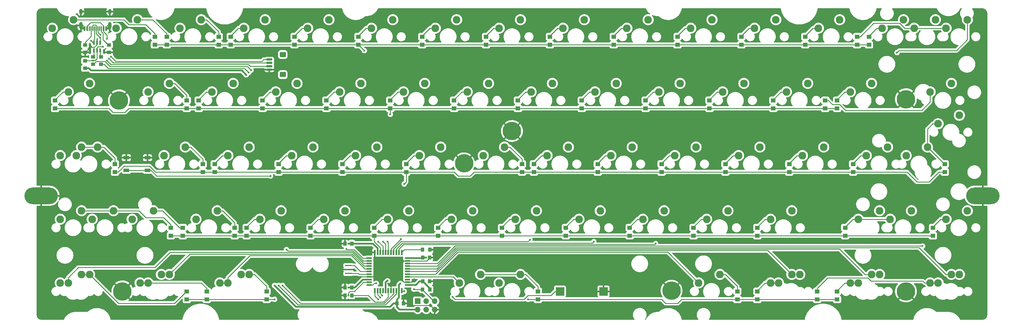
<source format=gbr>
G04 #@! TF.GenerationSoftware,KiCad,Pcbnew,(5.99.0-9972-g9020611657)*
G04 #@! TF.CreationDate,2021-03-30T08:21:05+08:00*
G04 #@! TF.ProjectId,plain60-c,706c6169-6e36-4302-9d63-2e6b69636164,rev?*
G04 #@! TF.SameCoordinates,Original*
G04 #@! TF.FileFunction,Copper,L2,Bot*
G04 #@! TF.FilePolarity,Positive*
%FSLAX46Y46*%
G04 Gerber Fmt 4.6, Leading zero omitted, Abs format (unit mm)*
G04 Created by KiCad (PCBNEW (5.99.0-9972-g9020611657)) date 2021-03-30 08:21:05*
%MOMM*%
%LPD*%
G01*
G04 APERTURE LIST*
G04 Aperture macros list*
%AMRoundRect*
0 Rectangle with rounded corners*
0 $1 Rounding radius*
0 $2 $3 $4 $5 $6 $7 $8 $9 X,Y pos of 4 corners*
0 Add a 4 corners polygon primitive as box body*
4,1,4,$2,$3,$4,$5,$6,$7,$8,$9,$2,$3,0*
0 Add four circle primitives for the rounded corners*
1,1,$1+$1,$2,$3*
1,1,$1+$1,$4,$5*
1,1,$1+$1,$6,$7*
1,1,$1+$1,$8,$9*
0 Add four rect primitives between the rounded corners*
20,1,$1+$1,$2,$3,$4,$5,0*
20,1,$1+$1,$4,$5,$6,$7,0*
20,1,$1+$1,$6,$7,$8,$9,0*
20,1,$1+$1,$8,$9,$2,$3,0*%
G04 Aperture macros list end*
G04 #@! TA.AperFunction,ComponentPad*
%ADD10C,2.286000*%
G04 #@! TD*
G04 #@! TA.AperFunction,ComponentPad*
%ADD11O,10.000000X5.000000*%
G04 #@! TD*
G04 #@! TA.AperFunction,ComponentPad*
%ADD12C,5.500000*%
G04 #@! TD*
G04 #@! TA.AperFunction,SMDPad,CuDef*
%ADD13R,1.400000X1.200000*%
G04 #@! TD*
G04 #@! TA.AperFunction,SMDPad,CuDef*
%ADD14R,0.550000X1.500000*%
G04 #@! TD*
G04 #@! TA.AperFunction,SMDPad,CuDef*
%ADD15R,1.500000X0.550000*%
G04 #@! TD*
G04 #@! TA.AperFunction,SMDPad,CuDef*
%ADD16R,2.000000X0.400000*%
G04 #@! TD*
G04 #@! TA.AperFunction,SMDPad,CuDef*
%ADD17R,1.700000X1.000000*%
G04 #@! TD*
G04 #@! TA.AperFunction,SMDPad,CuDef*
%ADD18R,1.000000X1.300000*%
G04 #@! TD*
G04 #@! TA.AperFunction,SMDPad,CuDef*
%ADD19R,1.300000X1.000000*%
G04 #@! TD*
G04 #@! TA.AperFunction,SMDPad,CuDef*
%ADD20R,0.600000X1.450000*%
G04 #@! TD*
G04 #@! TA.AperFunction,SMDPad,CuDef*
%ADD21R,0.300000X1.450000*%
G04 #@! TD*
G04 #@! TA.AperFunction,ComponentPad*
%ADD22O,1.000000X2.100000*%
G04 #@! TD*
G04 #@! TA.AperFunction,ComponentPad*
%ADD23O,1.000000X1.600000*%
G04 #@! TD*
G04 #@! TA.AperFunction,SMDPad,CuDef*
%ADD24R,1.000000X1.250000*%
G04 #@! TD*
G04 #@! TA.AperFunction,SMDPad,CuDef*
%ADD25R,0.600000X1.200000*%
G04 #@! TD*
G04 #@! TA.AperFunction,ComponentPad*
%ADD26R,1.700000X1.700000*%
G04 #@! TD*
G04 #@! TA.AperFunction,ComponentPad*
%ADD27O,1.700000X1.700000*%
G04 #@! TD*
G04 #@! TA.AperFunction,SMDPad,CuDef*
%ADD28RoundRect,0.150000X-0.775000X0.150000X-0.775000X-0.150000X0.775000X-0.150000X0.775000X0.150000X0*%
G04 #@! TD*
G04 #@! TA.AperFunction,SMDPad,CuDef*
%ADD29RoundRect,0.332800X-0.567200X0.467200X-0.567200X-0.467200X0.567200X-0.467200X0.567200X0.467200X0*%
G04 #@! TD*
G04 #@! TA.AperFunction,SMDPad,CuDef*
%ADD30R,2.500000X2.500000*%
G04 #@! TD*
G04 #@! TA.AperFunction,ViaPad*
%ADD31C,0.600000*%
G04 #@! TD*
G04 #@! TA.AperFunction,Conductor*
%ADD32C,0.250000*%
G04 #@! TD*
G04 #@! TA.AperFunction,Conductor*
%ADD33C,0.500000*%
G04 #@! TD*
G04 APERTURE END LIST*
D10*
X78740000Y-23495000D03*
X72390000Y-26035000D03*
X97790000Y-23495000D03*
X91440000Y-26035000D03*
X154940000Y-23495000D03*
X148590000Y-26035000D03*
X173990000Y-23495000D03*
X167640000Y-26035000D03*
X40640000Y-23495000D03*
X34290000Y-26035000D03*
X135890000Y-23495000D03*
X129540000Y-26035000D03*
X116840000Y-23495000D03*
X110490000Y-26035000D03*
X59690000Y-23495000D03*
X53340000Y-26035000D03*
X16827500Y-23495000D03*
X10477500Y-26035000D03*
X269240000Y-4445000D03*
X262890000Y-6985000D03*
X145415000Y-4445000D03*
X139065000Y-6985000D03*
X183515000Y-4445000D03*
X177165000Y-6985000D03*
X259715000Y-4445000D03*
X253365000Y-6985000D03*
X88265000Y-4445000D03*
X81915000Y-6985000D03*
X240665000Y-4445000D03*
X234315000Y-6985000D03*
X221615000Y-4445000D03*
X215265000Y-6985000D03*
X202565000Y-4445000D03*
X196215000Y-6985000D03*
X164465000Y-4445000D03*
X158115000Y-6985000D03*
X126365000Y-4445000D03*
X120015000Y-6985000D03*
X107315000Y-4445000D03*
X100965000Y-6985000D03*
X69215000Y-4445000D03*
X62865000Y-6985000D03*
X31115000Y-4445000D03*
X24765000Y-6985000D03*
X12065000Y-4445000D03*
X5715000Y-6985000D03*
X50165000Y-4445000D03*
X43815000Y-6985000D03*
X40640000Y-80645000D03*
X34290000Y-83185000D03*
X204946250Y-80645000D03*
X198596250Y-83185000D03*
X150177500Y-61595000D03*
X143827500Y-64135000D03*
X252571460Y-61595056D03*
X246221460Y-64135056D03*
X14446250Y-42545000D03*
X8096250Y-45085000D03*
X226377500Y-61595000D03*
X220027500Y-64135000D03*
X169227500Y-61595000D03*
X162877500Y-64135000D03*
X207327500Y-61595000D03*
X200977500Y-64135000D03*
X131127500Y-61595000D03*
X124777500Y-64135000D03*
X188277500Y-61595000D03*
X181927500Y-64135000D03*
X16827500Y-80645000D03*
X10477500Y-83185000D03*
X14446250Y-61595000D03*
X8096250Y-64135000D03*
X278765000Y-4445000D03*
X272415000Y-6985000D03*
X276383750Y-80645072D03*
X270033750Y-83185072D03*
X252571250Y-80645000D03*
X246221250Y-83185000D03*
X250190000Y-23495000D03*
X243840000Y-26035000D03*
X54927500Y-61595000D03*
X48577500Y-64135000D03*
X193040000Y-23495000D03*
X186690000Y-26035000D03*
X121602500Y-42545000D03*
X115252500Y-45085000D03*
X64452500Y-42545000D03*
X58102500Y-45085000D03*
X62071250Y-80645000D03*
X55721250Y-83185000D03*
X266858750Y-42545000D03*
X260508750Y-45085000D03*
X228758750Y-80645000D03*
X222408750Y-83185000D03*
X278765000Y-61595000D03*
X272415000Y-64135000D03*
X178752500Y-42545000D03*
X172402500Y-45085000D03*
X14446250Y-80645000D03*
X8096250Y-83185000D03*
X274002500Y-23495000D03*
X267652500Y-26035000D03*
X231140000Y-23495000D03*
X224790000Y-26035000D03*
X64452500Y-80645000D03*
X58102500Y-83185000D03*
X93027500Y-61595000D03*
X86677500Y-64135000D03*
X83502500Y-42545000D03*
X77152500Y-45085000D03*
X35877500Y-61595000D03*
X29527500Y-64135000D03*
X254952500Y-42545000D03*
X248602500Y-45085000D03*
X159702500Y-42545000D03*
X153352500Y-45085000D03*
X102552500Y-42545000D03*
X96202500Y-45085000D03*
X45402500Y-42545000D03*
X39052500Y-45085000D03*
X197802500Y-42545000D03*
X191452500Y-45085000D03*
X23971250Y-61595000D03*
X17621250Y-64135000D03*
X235902500Y-42545000D03*
X229552500Y-45085000D03*
X216852500Y-42545000D03*
X210502500Y-45085000D03*
X212090000Y-23495000D03*
X205740000Y-26035000D03*
X140652500Y-42545000D03*
X134302500Y-45085000D03*
X19208750Y-42545000D03*
X12858750Y-45085000D03*
X112077500Y-61595000D03*
X105727500Y-64135000D03*
X250190000Y-80645000D03*
X243840000Y-83185000D03*
X38258750Y-80645000D03*
X31908750Y-83185000D03*
X73977500Y-61595000D03*
X67627500Y-64135000D03*
X226377500Y-80645000D03*
X220027500Y-83185000D03*
X274002728Y-80645072D03*
X267652728Y-83185072D03*
D11*
X2381252Y-57125000D03*
X283368988Y-57125000D03*
D10*
X262096468Y-61595000D03*
X255746468Y-64135000D03*
X133508750Y-80645000D03*
X127158750Y-83185000D03*
D12*
X26625000Y-85725072D03*
X142875000Y-37750000D03*
X260430000Y-85725072D03*
X260425000Y-28227050D03*
X25600000Y-28575024D03*
X128587608Y-47425040D03*
X190500160Y-85525000D03*
D10*
X145415000Y-80645000D03*
X139065000Y-83185000D03*
X276383980Y-33020000D03*
X270033980Y-35560000D03*
D13*
X239911139Y-88115698D03*
X239911139Y-85715698D03*
X216098619Y-88115698D03*
X216098619Y-85715698D03*
X210145489Y-88115698D03*
X210145489Y-85715698D03*
X150614189Y-88115698D03*
X150614189Y-85715698D03*
X69651621Y-88115698D03*
X69651621Y-85715698D03*
X268486163Y-69065682D03*
X268486163Y-66665682D03*
X242292391Y-69065682D03*
X242292391Y-66665682D03*
X216098619Y-69065682D03*
X216098619Y-66665682D03*
X197048603Y-69065682D03*
X197048603Y-66665682D03*
X139898555Y-69065682D03*
X139898555Y-66665682D03*
X101798523Y-69065682D03*
X101798523Y-66665682D03*
X82748507Y-69065682D03*
X82748507Y-66665682D03*
X220861123Y-30965650D03*
X220861123Y-28565650D03*
X225623627Y-50015666D03*
X225623627Y-47615666D03*
X49410979Y-30965650D03*
X49410979Y-28565650D03*
X182761091Y-30965650D03*
X182761091Y-28565650D03*
X206573611Y-50015666D03*
X206573611Y-47615666D03*
X111323531Y-50015666D03*
X111323531Y-47615666D03*
X24407833Y-50015666D03*
X24407833Y-47615666D03*
X187523595Y-50015666D03*
X187523595Y-47615666D03*
X145851685Y-50015666D03*
X145851685Y-47615666D03*
X50601605Y-50015666D03*
X50601605Y-47615666D03*
X73223499Y-50015666D03*
X73223499Y-47615666D03*
X106561027Y-30965650D03*
X106561027Y-28565650D03*
X201811107Y-30965650D03*
X201811107Y-28565650D03*
X125611043Y-30965650D03*
X125611043Y-28565650D03*
X163711075Y-30965650D03*
X163711075Y-28565650D03*
X244673643Y-50015666D03*
X244673643Y-47615666D03*
X149423563Y-50015666D03*
X149423563Y-47615666D03*
X92273515Y-50015666D03*
X92273515Y-47615666D03*
X60126613Y-69065682D03*
X60126613Y-66665682D03*
X158948571Y-69065682D03*
X158948571Y-66665682D03*
X272058041Y-50015666D03*
X272058041Y-47615666D03*
X51792231Y-88115698D03*
X51792231Y-85715698D03*
X168473579Y-50015666D03*
X168473579Y-47615666D03*
X87511011Y-30965650D03*
X87511011Y-28565650D03*
X239911139Y-30965650D03*
X239911139Y-28565650D03*
X54173483Y-50015666D03*
X54173483Y-47615666D03*
X144661059Y-30965650D03*
X144661059Y-28565650D03*
X177998587Y-69065682D03*
X177998587Y-66665682D03*
X120848539Y-69065682D03*
X120848539Y-66665682D03*
X68460995Y-30965650D03*
X68460995Y-28565650D03*
D14*
X109965714Y-85471942D03*
X109165714Y-85471942D03*
X108365714Y-85471942D03*
X107565714Y-85471942D03*
X106765714Y-85471942D03*
X105965714Y-85471942D03*
X105165714Y-85471942D03*
X104365714Y-85471942D03*
X103565714Y-85471942D03*
X102765714Y-85471942D03*
X101965714Y-85471942D03*
D15*
X100265714Y-83771942D03*
X100265714Y-82971942D03*
X100265714Y-82171942D03*
X100265714Y-81371942D03*
X100265714Y-80571942D03*
X100265714Y-79771942D03*
X100265714Y-78971942D03*
X100265714Y-78171942D03*
X100265714Y-77371942D03*
X100265714Y-76571942D03*
X100265714Y-75771942D03*
D14*
X101965714Y-74071942D03*
X102765714Y-74071942D03*
X103565714Y-74071942D03*
X104365714Y-74071942D03*
X105165714Y-74071942D03*
X105965714Y-74071942D03*
X106765714Y-74071942D03*
X107565714Y-74071942D03*
X108365714Y-74071942D03*
X109165714Y-74071942D03*
X109965714Y-74071942D03*
D15*
X111665714Y-75771942D03*
X111665714Y-76571942D03*
X111665714Y-77371942D03*
X111665714Y-78171942D03*
X111665714Y-78971942D03*
X111665714Y-79771942D03*
X111665714Y-80571942D03*
X111665714Y-81371942D03*
X111665714Y-82171942D03*
X111665714Y-82971942D03*
X111665714Y-83771942D03*
D16*
X94059454Y-77976629D03*
X94059454Y-80376629D03*
X94059454Y-79176629D03*
D17*
X27806276Y-45725040D03*
X34106276Y-45725040D03*
X34106276Y-49525040D03*
X27806276Y-49525040D03*
D18*
X118376661Y-73223499D03*
X116176661Y-73223499D03*
D13*
X173236083Y-11915634D03*
X173236083Y-9515634D03*
X249436147Y-11915634D03*
X249436147Y-9515634D03*
X154186067Y-11915634D03*
X154186067Y-9515634D03*
X230386131Y-11915634D03*
X230386131Y-9515634D03*
X192286099Y-11915634D03*
X192286099Y-9515634D03*
X245864269Y-11915634D03*
X245864269Y-9515634D03*
X45839101Y-30965650D03*
X45839101Y-28565650D03*
X6548443Y-30965650D03*
X6548443Y-28565650D03*
X211336115Y-11915634D03*
X211336115Y-9515634D03*
X116086035Y-11915634D03*
X116086035Y-9515634D03*
X55364109Y-11915634D03*
X55364109Y-9515634D03*
X77986003Y-11915634D03*
X77986003Y-9515634D03*
X135136051Y-11915634D03*
X135136051Y-9515634D03*
X97036019Y-11915634D03*
X97036019Y-9515634D03*
X58935987Y-11915634D03*
X58935987Y-9515634D03*
X233958009Y-88115698D03*
X233958009Y-85715698D03*
D19*
X17859390Y-17768764D03*
X17859390Y-15568764D03*
D20*
X15343000Y-7075000D03*
X16118000Y-7075000D03*
D21*
X16818000Y-7075000D03*
X17318000Y-7075000D03*
X17818000Y-7075000D03*
X18318000Y-7075000D03*
X18818000Y-7075000D03*
X19318000Y-7075000D03*
X19818000Y-7075000D03*
X20318000Y-7075000D03*
D20*
X21018000Y-7075000D03*
X21793000Y-7075000D03*
D22*
X22888000Y-6160000D03*
X14248000Y-6160000D03*
D23*
X22888000Y-1980000D03*
X14248000Y-1980000D03*
D13*
X63698491Y-69065682D03*
X63698491Y-66665682D03*
D24*
X118276661Y-82748507D03*
X116276661Y-82748507D03*
X118276661Y-75604751D03*
X116276661Y-75604751D03*
D13*
X41076597Y-69065682D03*
X41076597Y-66665682D03*
X236339261Y-30965650D03*
X236339261Y-28565650D03*
D19*
X15478138Y-18959390D03*
X15478138Y-16759390D03*
D13*
X36314093Y-11915634D03*
X36314093Y-9515634D03*
X44648475Y-69065682D03*
X44648475Y-66665682D03*
D19*
X20240642Y-15568764D03*
X20240642Y-17768764D03*
D24*
X95059454Y-86915698D03*
X93059454Y-86915698D03*
X93059454Y-84534446D03*
X95059454Y-84534446D03*
D18*
X116176661Y-85129759D03*
X118376661Y-85129759D03*
D19*
X22621894Y-11996886D03*
X22621894Y-14196886D03*
D13*
X39885971Y-11915634D03*
X39885971Y-9515634D03*
X45839101Y-88115698D03*
X45839101Y-85715698D03*
D25*
X18100016Y-11351573D03*
X19050016Y-11351573D03*
X20000016Y-11351573D03*
X20000016Y-13651573D03*
X19050016Y-13651573D03*
X18100016Y-13651573D03*
D26*
X114736661Y-88622263D03*
D27*
X114736661Y-91162263D03*
X117276661Y-88622263D03*
X117276661Y-91162263D03*
X119816661Y-88622263D03*
X119816661Y-91162263D03*
D19*
X15478138Y-14196886D03*
X15478138Y-11996886D03*
D28*
X70478186Y-16359390D03*
X70478186Y-17359390D03*
X70478186Y-18359390D03*
X70478186Y-19359390D03*
D29*
X74503186Y-14859390D03*
X74503186Y-20859390D03*
D30*
X157211075Y-85725072D03*
X170211075Y-85725072D03*
D24*
X110537592Y-89296950D03*
X108537592Y-89296950D03*
X93059454Y-71437560D03*
X95059454Y-71437560D03*
D31*
X113704783Y-82153194D03*
X97631332Y-81557881D03*
X112514157Y-89892263D03*
X122634478Y-72628186D03*
X105965714Y-83343820D03*
X117276661Y-75604751D03*
X94059454Y-71437560D03*
X117371974Y-83819943D03*
X63586696Y-20947750D03*
X94059454Y-84534446D03*
X72032873Y-83939133D03*
X105781339Y-82564132D03*
X109537592Y-83343820D03*
X105759599Y-70842247D03*
X98821958Y-13692199D03*
X104370398Y-70842247D03*
X106561027Y-32742215D03*
X102989149Y-70842247D03*
X110728218Y-53578170D03*
X110728218Y-85694944D03*
X147637624Y-88115698D03*
X72032873Y-88106324D03*
X75604751Y-73223499D03*
X93464141Y-73034408D03*
X109751596Y-70086060D03*
X148232937Y-70246934D03*
X167282953Y-70842247D03*
X185737656Y-71436090D03*
X257770529Y-14287512D03*
X265381381Y-72161090D03*
X22621894Y-16073451D03*
X20000016Y-9779713D03*
X20075000Y-8929695D03*
X17264077Y-10715634D03*
X22033367Y-16661978D03*
X94059454Y-86915698D03*
X113617287Y-85069944D03*
X70842247Y-51196918D03*
X102989149Y-88106324D03*
X104179775Y-86915698D03*
X103584462Y-87511011D03*
X23217207Y-15478138D03*
X17859390Y-16668764D03*
X20835955Y-12501573D03*
X22026581Y-10120321D03*
X65000912Y-19533534D03*
X74414125Y-83939133D03*
X73223499Y-83939133D03*
X64293804Y-20240642D03*
X125160016Y-87366726D03*
X102393836Y-83314133D03*
D32*
X111665714Y-82971942D02*
X112886035Y-82971942D01*
X122039165Y-73223499D02*
X122634478Y-72628186D01*
X112514157Y-89892263D02*
X118546661Y-89892263D01*
X101965714Y-74071942D02*
X101965714Y-80795377D01*
X15343000Y-7025000D02*
X15163000Y-7025000D01*
X17098452Y-12726572D02*
X15628138Y-14196886D01*
X101389149Y-81371942D02*
X101798523Y-80962568D01*
X112886035Y-82971942D02*
X113704783Y-82153194D01*
X100265714Y-81371942D02*
X101389149Y-81371942D01*
X110132905Y-82439133D02*
X110665714Y-82971942D01*
X23270000Y-6110000D02*
X23090000Y-6110000D01*
X100265714Y-81371942D02*
X97817271Y-81371942D01*
X110132905Y-77104751D02*
X110132905Y-82439133D01*
X14248000Y-1930000D02*
X22888000Y-1930000D01*
X101965714Y-80795377D02*
X101798523Y-80962568D01*
X15628138Y-14196886D02*
X15478138Y-14196886D01*
X118376661Y-73223499D02*
X122039165Y-73223499D01*
X15163000Y-7025000D02*
X14248000Y-6110000D01*
X110537592Y-89296950D02*
X111918844Y-89296950D01*
X118276661Y-75729751D02*
X118276661Y-75604751D01*
X18210019Y-12726572D02*
X17098452Y-12726572D01*
X111665714Y-76571942D02*
X110665714Y-76571942D01*
X118546661Y-89892263D02*
X119816661Y-91162263D01*
X97817271Y-81371942D02*
X97631332Y-81557881D01*
X111918844Y-89296950D02*
X112514157Y-89892263D01*
X111665714Y-76571942D02*
X117434470Y-76571942D01*
X21793000Y-7025000D02*
X21973000Y-7025000D01*
X106765714Y-85471942D02*
X106765714Y-84143820D01*
X110665714Y-76571942D02*
X110132905Y-77104751D01*
X110665714Y-82971942D02*
X111665714Y-82971942D01*
X21973000Y-7025000D02*
X22888000Y-6110000D01*
X19050016Y-11886575D02*
X18210019Y-12726572D01*
X19050016Y-11351573D02*
X19050016Y-11886575D01*
X117434470Y-76571942D02*
X118276661Y-75729751D01*
X106765714Y-84143820D02*
X105965714Y-83343820D01*
D33*
X80367255Y-90321969D02*
X78415709Y-90321969D01*
X118376661Y-84848507D02*
X116276661Y-82748507D01*
X17314077Y-19645329D02*
X16628138Y-18959390D01*
X95845393Y-90321969D02*
X80367255Y-90321969D01*
X118376661Y-85129759D02*
X118376661Y-84848507D01*
X113534580Y-91162263D02*
X114736661Y-91162263D01*
X108537592Y-90421950D02*
X109277905Y-91162263D01*
X109165714Y-85471942D02*
X109165714Y-84436940D01*
X109165714Y-86915698D02*
X109165714Y-85471942D01*
X35123467Y-19645329D02*
X17314077Y-19645329D01*
X115276661Y-82748507D02*
X114253226Y-83771942D01*
X108537592Y-88171950D02*
X109165714Y-87543828D01*
X62284275Y-19645329D02*
X35123467Y-19645329D01*
X108537592Y-89296950D02*
X108537592Y-88171950D01*
X102989149Y-90321969D02*
X95845393Y-90321969D01*
X116109470Y-75771942D02*
X116276661Y-75604751D01*
X112915714Y-83771942D02*
X111665714Y-83771942D01*
X105635400Y-82564132D02*
X105781339Y-82564132D01*
X109277905Y-91162263D02*
X113534580Y-91162263D01*
X109165714Y-87543828D02*
X109165714Y-86915698D01*
X106512573Y-90321969D02*
X107537592Y-89296950D01*
X78415709Y-90321969D02*
X72032873Y-83939133D01*
X95059454Y-71437560D02*
X94059454Y-71437560D01*
X109165714Y-84221942D02*
X109165714Y-85471942D01*
X105165714Y-83033818D02*
X105635400Y-82564132D01*
X105165714Y-85471942D02*
X105165714Y-83033818D01*
X100265714Y-82171942D02*
X99015714Y-82171942D01*
X111665714Y-75771942D02*
X116109470Y-75771942D01*
X109165714Y-85471942D02*
X109165714Y-83715698D01*
X114253226Y-83771942D02*
X112915714Y-83771942D01*
X102765714Y-72821942D02*
X101381332Y-71437560D01*
X16628138Y-18959390D02*
X15478138Y-18959390D01*
X95059454Y-84534446D02*
X94059454Y-84534446D01*
X96059454Y-84534446D02*
X98421958Y-82171942D01*
X95059454Y-84534446D02*
X96059454Y-84534446D01*
X98421958Y-82171942D02*
X99015714Y-82171942D01*
X102765714Y-74071942D02*
X102765714Y-72821942D01*
X117276661Y-75604751D02*
X116276661Y-75604751D01*
X102989149Y-90321969D02*
X106512573Y-90321969D01*
X116276661Y-82748507D02*
X115276661Y-82748507D01*
X63586696Y-20947750D02*
X62284275Y-19645329D01*
X109165714Y-83715698D02*
X109537592Y-83343820D01*
X108537592Y-89296950D02*
X108537592Y-90421950D01*
X95059454Y-71437560D02*
X101381332Y-71437560D01*
X95059454Y-71437560D02*
X94841163Y-71437560D01*
X107537592Y-89296950D02*
X108537592Y-89296950D01*
D32*
X136086051Y-11915634D02*
X154186067Y-11915634D01*
X39885971Y-11915634D02*
X58935987Y-11915634D01*
X182016340Y-11915634D02*
X192286099Y-11915634D01*
X192286099Y-11915634D02*
X211336115Y-11915634D01*
X97045393Y-11915634D02*
X97036019Y-11915634D01*
X59904735Y-11915634D02*
X77986003Y-11915634D01*
X245864269Y-11915634D02*
X249436147Y-11915634D01*
X36314093Y-11915634D02*
X39885971Y-11915634D01*
X105965714Y-74071942D02*
X105965714Y-71048362D01*
X239166340Y-11915634D02*
X245864269Y-11915634D01*
X116086035Y-11915634D02*
X135136051Y-11915634D01*
X154186067Y-11915634D02*
X173236083Y-11915634D01*
X173236083Y-11915634D02*
X182016340Y-11915634D01*
X211336115Y-11915634D02*
X230386131Y-11915634D01*
X58935987Y-11915634D02*
X59885987Y-11915634D01*
X98821958Y-13692199D02*
X97045393Y-11915634D01*
X105965714Y-71048362D02*
X105759599Y-70842247D01*
X77986003Y-11915634D02*
X97036019Y-11915634D01*
X230386131Y-11915634D02*
X239166340Y-11915634D01*
X59895361Y-11906260D02*
X59904735Y-11915634D01*
X135136051Y-11915634D02*
X136086051Y-11915634D01*
X59885987Y-11915634D02*
X59895361Y-11906260D01*
X97036019Y-11915634D02*
X116086035Y-11915634D01*
X27066894Y-4445000D02*
X28575024Y-5953130D01*
X36314093Y-8665634D02*
X33601589Y-5953130D01*
X12065000Y-4445000D02*
X27066894Y-4445000D01*
X36314093Y-9515634D02*
X36314093Y-8665634D01*
X33601589Y-5953130D02*
X28575024Y-5953130D01*
X39885971Y-8665634D02*
X39885971Y-9515634D01*
X35665337Y-4445000D02*
X39885971Y-8665634D01*
X31115000Y-4445000D02*
X35665337Y-4445000D01*
X51781446Y-4445000D02*
X55364109Y-8027663D01*
X50165000Y-4445000D02*
X51781446Y-4445000D01*
X55364109Y-8027663D02*
X55364109Y-9515634D01*
X61248554Y-6985000D02*
X58935987Y-9297567D01*
X58935987Y-9297567D02*
X58935987Y-9515634D01*
X62865000Y-6985000D02*
X61248554Y-6985000D01*
X80298554Y-6985000D02*
X77986003Y-9297551D01*
X81915000Y-6985000D02*
X80298554Y-6985000D01*
X77986003Y-9297551D02*
X77986003Y-9515634D01*
X100965000Y-6985000D02*
X99348554Y-6985000D01*
X99348554Y-6985000D02*
X97036019Y-9297535D01*
X97036019Y-9297535D02*
X97036019Y-9515634D01*
X120015000Y-6985000D02*
X118398554Y-6985000D01*
X118398554Y-6985000D02*
X116086035Y-9297519D01*
X116086035Y-9297519D02*
X116086035Y-9515634D01*
X139065000Y-6985000D02*
X137448554Y-6985000D01*
X135136051Y-9297503D02*
X135136051Y-9515634D01*
X137448554Y-6985000D02*
X135136051Y-9297503D01*
X154186067Y-9297487D02*
X154186067Y-9515634D01*
X158115000Y-6985000D02*
X156498554Y-6985000D01*
X156498554Y-6985000D02*
X154186067Y-9297487D01*
X177165000Y-6985000D02*
X175548554Y-6985000D01*
X175548554Y-6985000D02*
X173236083Y-9297471D01*
X173236083Y-9297471D02*
X173236083Y-9515634D01*
X192286099Y-9297455D02*
X192286099Y-9515634D01*
X196215000Y-6985000D02*
X194598554Y-6985000D01*
X194598554Y-6985000D02*
X192286099Y-9297455D01*
X213648554Y-6985000D02*
X211336115Y-9297439D01*
X211336115Y-9297439D02*
X211336115Y-9515634D01*
X215265000Y-6985000D02*
X213648554Y-6985000D01*
X232698554Y-6985000D02*
X230386131Y-9297423D01*
X234315000Y-6985000D02*
X232698554Y-6985000D01*
X230386131Y-9297423D02*
X230386131Y-9515634D01*
X251748554Y-6985000D02*
X249436147Y-9297407D01*
X249436147Y-9297407D02*
X249436147Y-9515634D01*
X253365000Y-6985000D02*
X251748554Y-6985000D01*
X245864269Y-9515634D02*
X246814269Y-9515634D01*
X262890000Y-6985000D02*
X272415000Y-6985000D01*
X260082358Y-6985000D02*
X261273554Y-6985000D01*
X258614357Y-5516999D02*
X260082358Y-6985000D01*
X250812904Y-5516999D02*
X258614357Y-5516999D01*
X261273554Y-6985000D02*
X262890000Y-6985000D01*
X246814269Y-9515634D02*
X250812904Y-5516999D01*
X6548443Y-28347611D02*
X6548443Y-28565650D01*
X8861054Y-26035000D02*
X6548443Y-28347611D01*
X10477500Y-26035000D02*
X8861054Y-26035000D01*
X105165714Y-71637563D02*
X104370398Y-70842247D01*
X45839101Y-30965650D02*
X49410979Y-30965650D01*
X106561027Y-30965650D02*
X115341324Y-30965650D01*
X153441324Y-30965650D02*
X163711075Y-30965650D01*
X27393772Y-32146902D02*
X28575024Y-30965650D01*
X182761091Y-30965650D02*
X201811107Y-30965650D01*
X115341324Y-30965650D02*
X125611043Y-30965650D01*
X220861123Y-30965650D02*
X239911139Y-30965650D01*
X106561027Y-32742215D02*
X106561027Y-30965650D01*
X144661059Y-30965650D02*
X153441324Y-30965650D01*
X202761107Y-30965650D02*
X220861123Y-30965650D01*
X105165714Y-74071942D02*
X105165714Y-71637563D01*
X125611043Y-30965650D02*
X144661059Y-30965650D01*
X23812520Y-32146902D02*
X27393772Y-32146902D01*
X201811107Y-30965650D02*
X202761107Y-30965650D01*
X87511011Y-30965650D02*
X106561027Y-30965650D01*
X49410979Y-30965650D02*
X68460995Y-30965650D01*
X28575024Y-30965650D02*
X45839101Y-30965650D01*
X22631268Y-30965650D02*
X23812520Y-32146902D01*
X68460995Y-30965650D02*
X87511011Y-30965650D01*
X163711075Y-30965650D02*
X182761091Y-30965650D01*
X6548443Y-30965650D02*
X22631268Y-30965650D01*
X40640000Y-23495000D02*
X42256446Y-23495000D01*
X45839101Y-27077655D02*
X45839101Y-28565650D01*
X42256446Y-23495000D02*
X45839101Y-27077655D01*
X53340000Y-26035000D02*
X51723554Y-26035000D01*
X49410979Y-28347575D02*
X49410979Y-28565650D01*
X51723554Y-26035000D02*
X49410979Y-28347575D01*
X68460995Y-28347559D02*
X68460995Y-28565650D01*
X70773554Y-26035000D02*
X68460995Y-28347559D01*
X72390000Y-26035000D02*
X70773554Y-26035000D01*
X91440000Y-26035000D02*
X89823554Y-26035000D01*
X89823554Y-26035000D02*
X87511011Y-28347543D01*
X87511011Y-28347543D02*
X87511011Y-28565650D01*
X110490000Y-26035000D02*
X108873554Y-26035000D01*
X108873554Y-26035000D02*
X106561027Y-28347527D01*
X106561027Y-28347527D02*
X106561027Y-28565650D01*
X125611043Y-28347511D02*
X125611043Y-28565650D01*
X129540000Y-26035000D02*
X127923554Y-26035000D01*
X127923554Y-26035000D02*
X125611043Y-28347511D01*
X146973554Y-26035000D02*
X144661059Y-28347495D01*
X148590000Y-26035000D02*
X146973554Y-26035000D01*
X144661059Y-28347495D02*
X144661059Y-28565650D01*
X167640000Y-26035000D02*
X166023554Y-26035000D01*
X163711075Y-28347479D02*
X163711075Y-28565650D01*
X166023554Y-26035000D02*
X163711075Y-28347479D01*
X182761091Y-28347463D02*
X182761091Y-28565650D01*
X186690000Y-26035000D02*
X185073554Y-26035000D01*
X185073554Y-26035000D02*
X182761091Y-28347463D01*
X205740000Y-26035000D02*
X204123554Y-26035000D01*
X204123554Y-26035000D02*
X201811107Y-28347447D01*
X201811107Y-28347447D02*
X201811107Y-28565650D01*
X223173554Y-26035000D02*
X220861123Y-28347431D01*
X220861123Y-28347431D02*
X220861123Y-28565650D01*
X224790000Y-26035000D02*
X223173554Y-26035000D01*
X242223554Y-26035000D02*
X239911139Y-28347415D01*
X243840000Y-26035000D02*
X242223554Y-26035000D01*
X239911139Y-28347415D02*
X239911139Y-28565650D01*
X240596141Y-29765650D02*
X242382080Y-31551589D01*
X236339261Y-28565650D02*
X237289261Y-28565650D01*
X238489261Y-29765650D02*
X240596141Y-29765650D01*
X267652500Y-29045334D02*
X267652500Y-26035000D01*
X242382080Y-31551589D02*
X265146245Y-31551589D01*
X237289261Y-28565650D02*
X238489261Y-29765650D01*
X265146245Y-31551589D02*
X267652500Y-29045334D01*
X27153146Y-48220353D02*
X34736591Y-48220353D01*
X92273515Y-50015666D02*
X111323531Y-50015666D01*
X150373563Y-50015666D02*
X168473579Y-50015666D01*
X270262728Y-50015666D02*
X267295537Y-52982857D01*
X260756468Y-50015666D02*
X244673643Y-50015666D01*
X125620417Y-50015666D02*
X126801669Y-51196918D01*
X104365714Y-72218812D02*
X102989149Y-70842247D01*
X40481284Y-50015666D02*
X50601605Y-50015666D01*
X145851685Y-50015666D02*
X131554799Y-50015666D01*
X24407833Y-50015666D02*
X25357833Y-50015666D01*
X267295537Y-52982857D02*
X263723659Y-52982857D01*
X169423579Y-50015666D02*
X187523595Y-50015666D01*
X225623627Y-50015666D02*
X226573627Y-50015666D01*
X168473579Y-50015666D02*
X169423579Y-50015666D01*
X54173483Y-50015666D02*
X73223499Y-50015666D01*
X25357833Y-50015666D02*
X27153146Y-48220353D01*
X111323531Y-52982857D02*
X110728218Y-53578170D01*
X111323531Y-50015666D02*
X111323531Y-52982857D01*
X34736591Y-48220353D02*
X36531904Y-50015666D01*
X187523595Y-50015666D02*
X206573611Y-50015666D01*
X145851685Y-50015666D02*
X149423563Y-50015666D01*
X149423563Y-50015666D02*
X150373563Y-50015666D01*
X126801669Y-51196918D02*
X130373547Y-51196918D01*
X111323531Y-50015666D02*
X125620417Y-50015666D01*
X206573611Y-50015666D02*
X207523611Y-50015666D01*
X272058041Y-50015666D02*
X270262728Y-50015666D01*
X104365714Y-74071942D02*
X104365714Y-72218812D01*
X263723659Y-52982857D02*
X260756468Y-50015666D01*
X50601605Y-50015666D02*
X54173483Y-50015666D01*
X73223499Y-50015666D02*
X92273515Y-50015666D01*
X226573627Y-50015666D02*
X244673643Y-50015666D01*
X36531904Y-50015666D02*
X40481284Y-50015666D01*
X207523611Y-50015666D02*
X225623627Y-50015666D01*
X131554799Y-50015666D02*
X130373547Y-51196918D01*
X14446250Y-42545000D02*
X16062696Y-42545000D01*
X24407833Y-45839101D02*
X24407833Y-47615666D01*
X19208750Y-42545000D02*
X21113732Y-42545000D01*
X16062696Y-42545000D02*
X19208750Y-42545000D01*
X21113732Y-42545000D02*
X24407833Y-45839101D01*
X47018946Y-42545000D02*
X50601605Y-46127659D01*
X45402500Y-42545000D02*
X47018946Y-42545000D01*
X50601605Y-46127659D02*
X50601605Y-47615666D01*
X56486054Y-45085000D02*
X54173483Y-47397571D01*
X54173483Y-47397571D02*
X54173483Y-47615666D01*
X58102500Y-45085000D02*
X56486054Y-45085000D01*
X73223499Y-47397555D02*
X73223499Y-47615666D01*
X77152500Y-45085000D02*
X75536054Y-45085000D01*
X75536054Y-45085000D02*
X73223499Y-47397555D01*
X96202500Y-45085000D02*
X94586054Y-45085000D01*
X92273515Y-47397539D02*
X92273515Y-47615666D01*
X94586054Y-45085000D02*
X92273515Y-47397539D01*
X115252500Y-45085000D02*
X113636054Y-45085000D01*
X111323531Y-47397523D02*
X111323531Y-47615666D01*
X113636054Y-45085000D02*
X111323531Y-47397523D01*
X142268946Y-42545000D02*
X145851685Y-46127739D01*
X140652500Y-42545000D02*
X142268946Y-42545000D01*
X145851685Y-46127739D02*
X145851685Y-47615666D01*
X153352500Y-45085000D02*
X151736054Y-45085000D01*
X151736054Y-45085000D02*
X149423563Y-47397491D01*
X149423563Y-47397491D02*
X149423563Y-47615666D01*
X170786054Y-45085000D02*
X168473579Y-47397475D01*
X168473579Y-47397475D02*
X168473579Y-47615666D01*
X172402500Y-45085000D02*
X170786054Y-45085000D01*
X187523595Y-47397459D02*
X187523595Y-47615666D01*
X191452500Y-45085000D02*
X189836054Y-45085000D01*
X189836054Y-45085000D02*
X187523595Y-47397459D01*
X206573611Y-47397443D02*
X206573611Y-47615666D01*
X208886054Y-45085000D02*
X206573611Y-47397443D01*
X210502500Y-45085000D02*
X208886054Y-45085000D01*
X229552500Y-45085000D02*
X227936054Y-45085000D01*
X227936054Y-45085000D02*
X225623627Y-47397427D01*
X225623627Y-47397427D02*
X225623627Y-47615666D01*
X244673643Y-47397411D02*
X244673643Y-47615666D01*
X248602500Y-45085000D02*
X246986054Y-45085000D01*
X246986054Y-45085000D02*
X244673643Y-47397411D01*
X266858750Y-37118784D02*
X266858750Y-40928554D01*
X270033980Y-35560000D02*
X268417534Y-35560000D01*
X266858750Y-40928554D02*
X266858750Y-42545000D01*
X268001749Y-43687999D02*
X266858750Y-42545000D01*
X272058041Y-47615666D02*
X271929416Y-47615666D01*
X271929416Y-47615666D02*
X268001749Y-43687999D01*
X268417534Y-35560000D02*
X266858750Y-37118784D01*
X110578792Y-69065682D02*
X120848539Y-69065682D01*
X242292391Y-69065682D02*
X260597760Y-69065682D01*
X217048619Y-69065682D02*
X242292391Y-69065682D01*
X101798523Y-70860995D02*
X103565714Y-72628186D01*
X121798539Y-69065682D02*
X139898555Y-69065682D01*
X41076597Y-69065682D02*
X44648475Y-69065682D01*
X83698507Y-69065682D02*
X101798523Y-69065682D01*
X139898555Y-69065682D02*
X148678792Y-69065682D01*
X64648491Y-69065682D02*
X82748507Y-69065682D01*
X148678792Y-69065682D02*
X158948571Y-69065682D01*
X44648475Y-69065682D02*
X60126613Y-69065682D01*
X158948571Y-69065682D02*
X159898571Y-69065682D01*
X103565714Y-74071942D02*
X103565714Y-72628186D01*
X216098619Y-69065682D02*
X197048603Y-69065682D01*
X260597760Y-69065682D02*
X268486163Y-69065682D01*
X61076613Y-69065682D02*
X63698491Y-69065682D01*
X101798523Y-69065682D02*
X110578792Y-69065682D01*
X63698491Y-69065682D02*
X64648491Y-69065682D01*
X101798523Y-69065682D02*
X101798523Y-70860995D01*
X177998587Y-69065682D02*
X197048603Y-69065682D01*
X120848539Y-69065682D02*
X121798539Y-69065682D01*
X159898571Y-69065682D02*
X177998587Y-69065682D01*
X82748507Y-69065682D02*
X83698507Y-69065682D01*
X60126613Y-69065682D02*
X61076613Y-69065682D01*
X216098619Y-69065682D02*
X217048619Y-69065682D01*
X31551589Y-61595000D02*
X23971250Y-61595000D01*
X33655080Y-63698491D02*
X31551589Y-61595000D01*
X16062696Y-61595000D02*
X23971250Y-61595000D01*
X41076597Y-66665682D02*
X41076597Y-65815682D01*
X41076597Y-65815682D02*
X38959406Y-63698491D01*
X38959406Y-63698491D02*
X33655080Y-63698491D01*
X14446250Y-61595000D02*
X16062696Y-61595000D01*
X44648475Y-66665682D02*
X43698475Y-66665682D01*
X38627793Y-61595000D02*
X37493946Y-61595000D01*
X37493946Y-61595000D02*
X35877500Y-61595000D01*
X43698475Y-66665682D02*
X38627793Y-61595000D01*
X60126613Y-65177667D02*
X60126613Y-66665682D01*
X56543946Y-61595000D02*
X60126613Y-65177667D01*
X54927500Y-61595000D02*
X56543946Y-61595000D01*
X67627500Y-64135000D02*
X66011054Y-64135000D01*
X63698491Y-66447563D02*
X63698491Y-66665682D01*
X66011054Y-64135000D02*
X63698491Y-66447563D01*
X86677500Y-64135000D02*
X85061054Y-64135000D01*
X85061054Y-64135000D02*
X82748507Y-66447547D01*
X82748507Y-66447547D02*
X82748507Y-66665682D01*
X101798523Y-66447531D02*
X101798523Y-66665682D01*
X104111054Y-64135000D02*
X101798523Y-66447531D01*
X105727500Y-64135000D02*
X104111054Y-64135000D01*
X123161054Y-64135000D02*
X120848539Y-66447515D01*
X120848539Y-66447515D02*
X120848539Y-66665682D01*
X124777500Y-64135000D02*
X123161054Y-64135000D01*
X142211054Y-64135000D02*
X139898555Y-66447499D01*
X143827500Y-64135000D02*
X142211054Y-64135000D01*
X139898555Y-66447499D02*
X139898555Y-66665682D01*
X158948571Y-66447483D02*
X158948571Y-66665682D01*
X162877500Y-64135000D02*
X161261054Y-64135000D01*
X161261054Y-64135000D02*
X158948571Y-66447483D01*
X177998587Y-66447467D02*
X177998587Y-66665682D01*
X181927500Y-64135000D02*
X180311054Y-64135000D01*
X180311054Y-64135000D02*
X177998587Y-66447467D01*
X197048603Y-66447451D02*
X197048603Y-66665682D01*
X199361054Y-64135000D02*
X197048603Y-66447451D01*
X200977500Y-64135000D02*
X199361054Y-64135000D01*
X220027500Y-64135000D02*
X218411054Y-64135000D01*
X218411054Y-64135000D02*
X216098619Y-66447435D01*
X216098619Y-66447435D02*
X216098619Y-66665682D01*
X244605014Y-64135056D02*
X242292391Y-66447679D01*
X242292391Y-66447679D02*
X242292391Y-66665682D01*
X246221460Y-64135056D02*
X255746412Y-64135056D01*
X246221460Y-64135056D02*
X244605014Y-64135056D01*
X255746412Y-64135056D02*
X255746468Y-64135000D01*
X268486163Y-66447391D02*
X268486163Y-66665682D01*
X272415000Y-64135000D02*
X270798554Y-64135000D01*
X270798554Y-64135000D02*
X268486163Y-66447391D01*
X25479450Y-89296950D02*
X42157849Y-89296950D01*
X45739101Y-85715698D02*
X42157849Y-89296950D01*
X14446250Y-80645000D02*
X16827500Y-80645000D01*
X16827500Y-80645000D02*
X25479450Y-89296950D01*
X45839101Y-85715698D02*
X45739101Y-85715698D01*
X110728218Y-85694944D02*
X110188716Y-85694944D01*
X193467351Y-88115698D02*
X210145489Y-88115698D01*
X48815666Y-88115698D02*
X51792231Y-88115698D01*
X210145489Y-88115698D02*
X216098619Y-88115698D01*
X216098619Y-88115698D02*
X239911139Y-88115698D01*
X192286099Y-89296950D02*
X193467351Y-88115698D01*
X51792231Y-88115698D02*
X69651621Y-88115698D01*
X72023499Y-88115698D02*
X72032873Y-88106324D01*
X110188716Y-85694944D02*
X109965714Y-85471942D01*
X147637624Y-88115698D02*
X187532969Y-88115698D01*
X45839101Y-88115698D02*
X48815666Y-88115698D01*
X187532969Y-88115698D02*
X188714221Y-89296950D01*
X69651621Y-88115698D02*
X72023499Y-88115698D01*
X188714221Y-89296950D02*
X192286099Y-89296950D01*
X50111533Y-83185000D02*
X51792231Y-84865698D01*
X51792231Y-84865698D02*
X51792231Y-85715698D01*
X34290000Y-83185000D02*
X50111533Y-83185000D01*
X32673554Y-83185000D02*
X34290000Y-83185000D01*
X69651621Y-84227675D02*
X69651621Y-85715698D01*
X66068946Y-80645000D02*
X69651621Y-84227675D01*
X64452500Y-80645000D02*
X66068946Y-80645000D01*
X147031446Y-80645000D02*
X150614189Y-84227743D01*
X145415000Y-80645000D02*
X147031446Y-80645000D01*
X133508750Y-80645000D02*
X135125196Y-80645000D01*
X135125196Y-80645000D02*
X145415000Y-80645000D01*
X150614189Y-84227743D02*
X150614189Y-85715698D01*
X206562696Y-80645000D02*
X210145489Y-84227793D01*
X210145489Y-84227793D02*
X210145489Y-85715698D01*
X204946250Y-80645000D02*
X206562696Y-80645000D01*
X218411054Y-83185000D02*
X216098619Y-85497435D01*
X222408750Y-83185000D02*
X220027500Y-83185000D01*
X216098619Y-85497435D02*
X216098619Y-85715698D01*
X220027500Y-83185000D02*
X218411054Y-83185000D01*
X239911139Y-85497415D02*
X239911139Y-85715698D01*
X243840000Y-83185000D02*
X246221250Y-83185000D01*
X243840000Y-83185000D02*
X242223554Y-83185000D01*
X242223554Y-83185000D02*
X239911139Y-85497415D01*
X233958009Y-85715698D02*
X233958009Y-84865698D01*
X267652728Y-83185072D02*
X270033750Y-83185072D01*
X265501281Y-82650071D02*
X266036282Y-83185072D01*
X237106708Y-81716999D02*
X249089357Y-81716999D01*
X250022429Y-82650071D02*
X265501281Y-82650071D01*
X249089357Y-81716999D02*
X250022429Y-82650071D01*
X233958009Y-84865698D02*
X237106708Y-81716999D01*
X266036282Y-83185072D02*
X267652728Y-83185072D01*
X17318000Y-9407024D02*
X17318000Y-8929695D01*
X15478138Y-11996886D02*
X15478138Y-11246886D01*
X17318000Y-7075000D02*
X17318000Y-8929695D01*
X15478138Y-11246886D02*
X17318000Y-9407024D01*
X20318000Y-8050000D02*
X20835955Y-8567955D01*
X20835955Y-8567955D02*
X20835955Y-10360947D01*
X20318000Y-7075000D02*
X20318000Y-8050000D01*
X20835955Y-10360947D02*
X22471894Y-11996886D01*
X22471894Y-11996886D02*
X22621894Y-11996886D01*
X95356317Y-74109418D02*
X40785991Y-74109418D01*
X10477500Y-81568554D02*
X10477500Y-83185000D01*
X35718780Y-78581316D02*
X19645329Y-78581316D01*
X100265714Y-77371942D02*
X98618841Y-77371942D01*
X36314093Y-78581316D02*
X35718780Y-78581316D01*
X40785991Y-74109418D02*
X36314093Y-78581316D01*
X13464738Y-78581316D02*
X10477500Y-81568554D01*
X19645329Y-78581316D02*
X13464738Y-78581316D01*
X98618841Y-77371942D02*
X95356317Y-74109418D01*
X100265714Y-78171942D02*
X98782431Y-78171942D01*
X95169917Y-74559428D02*
X54768796Y-74559428D01*
X46725572Y-74559428D02*
X41090010Y-80194990D01*
X98782431Y-78171942D02*
X95169917Y-74559428D01*
X54768796Y-74559428D02*
X46725572Y-74559428D01*
X72628186Y-75009438D02*
X66079743Y-75009438D01*
X58102500Y-83185000D02*
X58102500Y-81568554D01*
X58102500Y-83185000D02*
X55721250Y-83185000D01*
X58102500Y-81568554D02*
X64661616Y-75009438D01*
X98946021Y-78971942D02*
X94983517Y-75009438D01*
X94983517Y-75009438D02*
X72628186Y-75009438D01*
X100265714Y-78971942D02*
X98946021Y-78971942D01*
X64661616Y-75009438D02*
X66079743Y-75009438D01*
X76040660Y-73659408D02*
X75604751Y-73223499D01*
X95542717Y-73659408D02*
X91678202Y-73659408D01*
X98455251Y-76571942D02*
X95542717Y-73659408D01*
X91678202Y-73659408D02*
X76040660Y-73659408D01*
X100265714Y-76571942D02*
X98455251Y-76571942D01*
X95729117Y-73209398D02*
X93639131Y-73209398D01*
X100265714Y-75771942D02*
X98291661Y-75771942D01*
X96687275Y-74167556D02*
X95729117Y-73209398D01*
X98291661Y-75771942D02*
X96687275Y-74167556D01*
X93639131Y-73209398D02*
X93464141Y-73034408D01*
X106765714Y-73071942D02*
X109751596Y-70086060D01*
X106765714Y-74071942D02*
X106765714Y-73071942D01*
X111665714Y-81371942D02*
X125345692Y-81371942D01*
X125345692Y-81371942D02*
X127158750Y-83185000D01*
X109826596Y-70811060D02*
X147668811Y-70811060D01*
X147668811Y-70811060D02*
X148232937Y-70246934D01*
X107565714Y-73071942D02*
X109826596Y-70811060D01*
X107565714Y-74071942D02*
X107565714Y-73071942D01*
X108365714Y-74071942D02*
X108365714Y-73071942D01*
X108365714Y-73071942D02*
X110176586Y-71261070D01*
X166864130Y-71261070D02*
X167282953Y-70842247D01*
X110176586Y-71261070D02*
X164306388Y-71261070D01*
X164306388Y-71261070D02*
X166864130Y-71261070D01*
X109165714Y-73071942D02*
X110526576Y-71711080D01*
X109165714Y-74071942D02*
X109165714Y-73071942D01*
X110526576Y-71711080D02*
X185462666Y-71711080D01*
X185462666Y-71711080D02*
X185737656Y-71436090D01*
X120048539Y-80571942D02*
X116086035Y-80571942D01*
X126659352Y-73961129D02*
X120048539Y-80571942D01*
X116086035Y-80571942D02*
X111665714Y-80571942D01*
X189372379Y-73961129D02*
X126659352Y-73961129D01*
X198596250Y-83185000D02*
X189372379Y-73961129D01*
X219243619Y-73511119D02*
X226377500Y-80645000D01*
X120212129Y-79771942D02*
X126472952Y-73511119D01*
X111665714Y-79771942D02*
X120212129Y-79771942D01*
X126472952Y-73511119D02*
X219243619Y-73511119D01*
X126286552Y-73061109D02*
X240648769Y-73061109D01*
X240648769Y-73061109D02*
X248232660Y-80645000D01*
X120375719Y-78971942D02*
X126286552Y-73061109D01*
X111665714Y-78971942D02*
X120375719Y-78971942D01*
X248232660Y-80645000D02*
X250190000Y-80645000D01*
X272386282Y-80645072D02*
X264352309Y-72611099D01*
X120539309Y-78171942D02*
X116681348Y-78171942D01*
X264352309Y-72611099D02*
X126100152Y-72611099D01*
X116681348Y-78171942D02*
X111665714Y-78171942D01*
X126100152Y-72611099D02*
X120539309Y-78171942D01*
X274002728Y-80645072D02*
X272386282Y-80645072D01*
X275489775Y-13692199D02*
X278765000Y-10416974D01*
X257770529Y-14287512D02*
X258365842Y-13692199D01*
X278765000Y-6061446D02*
X278765000Y-4445000D01*
X278765000Y-10416974D02*
X278765000Y-6061446D01*
X258365842Y-13692199D02*
X275489775Y-13692199D01*
X116681348Y-77371942D02*
X111665714Y-77371942D01*
X120702899Y-77371942D02*
X116681348Y-77371942D01*
X264447189Y-72161090D02*
X265381381Y-72161090D01*
X264447189Y-72161090D02*
X125913751Y-72161090D01*
X125913751Y-72161090D02*
X120702899Y-77371942D01*
X70478186Y-17359390D02*
X28670337Y-17359390D01*
X20000016Y-10360947D02*
X20000016Y-9779713D01*
X18818000Y-7025000D02*
X18818000Y-8597697D01*
X18818000Y-7025000D02*
X18818000Y-6050000D01*
X18742999Y-5974999D02*
X17893001Y-5974999D01*
X20000016Y-10360947D02*
X20000016Y-11351573D01*
X28670337Y-17359390D02*
X25098459Y-17359390D01*
X17818000Y-6050000D02*
X17818000Y-7025000D01*
X28670337Y-17359390D02*
X23907833Y-17359390D01*
X18818000Y-8597697D02*
X20000016Y-9779713D01*
X17893001Y-5974999D02*
X17818000Y-6050000D01*
X70628186Y-17359390D02*
X66852563Y-17359390D01*
X23907833Y-17359390D02*
X22621894Y-16073451D01*
X18818000Y-6050000D02*
X18742999Y-5974999D01*
X64293804Y-17859390D02*
X26193772Y-17859390D01*
X26193772Y-17859390D02*
X23230779Y-17859390D01*
X18318000Y-7025000D02*
X18318000Y-10120321D01*
X18100016Y-10338305D02*
X18318000Y-10120321D01*
X64793804Y-18359390D02*
X64293804Y-17859390D01*
X70478186Y-18359390D02*
X64793804Y-18359390D01*
X18100016Y-11351573D02*
X18100016Y-10338305D01*
X20075000Y-8929695D02*
X19318000Y-8172695D01*
X23230779Y-17859390D02*
X22033367Y-16661978D01*
X26193772Y-17859390D02*
X24378147Y-17859390D01*
X18100016Y-11351573D02*
X17900016Y-11351573D01*
X19318000Y-8172695D02*
X19318000Y-7025000D01*
X67216153Y-18359390D02*
X70628186Y-18359390D01*
X17900016Y-11351573D02*
X17264077Y-10715634D01*
X70842247Y-51196918D02*
X50601605Y-51196918D01*
X100265714Y-82971942D02*
X98598523Y-82971942D01*
X98598523Y-82971942D02*
X95845393Y-85725072D01*
X95845393Y-85725072D02*
X94540078Y-85725072D01*
X119519165Y-88622263D02*
X119816661Y-88622263D01*
X116176661Y-85279759D02*
X119519165Y-88622263D01*
X94540078Y-85725072D02*
X94059454Y-86205696D01*
X27806276Y-49525040D02*
X34106276Y-49525040D01*
X36878154Y-51196918D02*
X50601605Y-51196918D01*
X116176661Y-85129759D02*
X116176661Y-85279759D01*
X34106276Y-49525040D02*
X35206276Y-49525040D01*
X35206276Y-49525040D02*
X36878154Y-51196918D01*
X94059454Y-86205696D02*
X94059454Y-86915698D01*
X113677102Y-85129759D02*
X113617287Y-85069944D01*
X116176661Y-85129759D02*
X113677102Y-85129759D01*
X110728218Y-73223499D02*
X109965714Y-73986003D01*
X116176661Y-73223499D02*
X110728218Y-73223499D01*
X109965714Y-73986003D02*
X109965714Y-74071942D01*
X101965714Y-85471942D02*
X101965714Y-87082889D01*
X101965714Y-87082889D02*
X102989149Y-88106324D01*
X103565714Y-86301637D02*
X103565714Y-85471942D01*
X104179775Y-86915698D02*
X103565714Y-86301637D01*
X102765714Y-86692263D02*
X103584462Y-87511011D01*
X102765714Y-85471942D02*
X102765714Y-86692263D01*
X17264077Y-16668764D02*
X15478138Y-16668764D01*
X19350016Y-12501573D02*
X20835955Y-12501573D01*
X27625014Y-16909380D02*
X26193772Y-16909380D01*
X24648449Y-16909380D02*
X23217207Y-15478138D01*
X18454703Y-16668764D02*
X17264077Y-16668764D01*
X19050016Y-13651573D02*
X19050016Y-16073451D01*
X17075181Y-5357817D02*
X20060819Y-5357817D01*
X20060819Y-5357817D02*
X21018000Y-6314998D01*
X68220379Y-16909380D02*
X27625014Y-16909380D01*
X26193772Y-16909380D02*
X25536287Y-16909380D01*
X22026581Y-9058581D02*
X22026581Y-10120321D01*
X70478186Y-16359390D02*
X68770369Y-16359390D01*
X17264077Y-16668764D02*
X17859390Y-16668764D01*
X68770369Y-16359390D02*
X68220379Y-16909380D01*
X21018000Y-7075000D02*
X21018000Y-8050000D01*
X16118000Y-7075000D02*
X16118000Y-6314998D01*
X21018000Y-8050000D02*
X22026581Y-9058581D01*
X21018000Y-6314998D02*
X21018000Y-7075000D01*
X16118000Y-6314998D02*
X17075181Y-5357817D01*
X27625014Y-16909380D02*
X24648449Y-16909380D01*
X19050016Y-12801573D02*
X19350016Y-12501573D01*
X19050016Y-16073451D02*
X18454703Y-16668764D01*
X19050016Y-13651573D02*
X19050016Y-12801573D01*
X63922081Y-18454703D02*
X22942208Y-18454703D01*
X22942208Y-18454703D02*
X21431268Y-16943763D01*
X18009390Y-17768764D02*
X17859390Y-17768764D01*
X77986003Y-87511011D02*
X79771942Y-89296950D01*
X107565714Y-86471942D02*
X104740706Y-89296950D01*
X21431268Y-16943763D02*
X18834391Y-16943763D01*
X77986003Y-87511011D02*
X74414125Y-83939133D01*
X104740706Y-89296950D02*
X81557881Y-89296950D01*
X79771942Y-89296950D02*
X81557881Y-89296950D01*
X107565714Y-85471942D02*
X107565714Y-86471942D01*
X65000912Y-19533534D02*
X63922081Y-18454703D01*
X18834391Y-16943763D02*
X18009390Y-17768764D01*
X18100016Y-13651573D02*
X18100016Y-15328138D01*
X18100016Y-15328138D02*
X17859390Y-15568764D01*
X21140642Y-17768764D02*
X22421894Y-19050016D01*
X76795377Y-87511011D02*
X73223499Y-83939133D01*
X105090697Y-89746959D02*
X108365714Y-86471942D01*
X22421894Y-19050016D02*
X63103178Y-19050016D01*
X79031325Y-89746959D02*
X105090697Y-89746959D01*
X20240642Y-17768764D02*
X21140642Y-17768764D01*
X63103178Y-19050016D02*
X64293804Y-20240642D01*
X108365714Y-86471942D02*
X108365714Y-85471942D01*
X76795377Y-87511011D02*
X79031325Y-89746959D01*
X20000016Y-13651573D02*
X20000016Y-15328138D01*
X20000016Y-15328138D02*
X20240642Y-15568764D01*
X97240706Y-80571942D02*
X100265714Y-80571942D01*
X97036019Y-80367255D02*
X97240706Y-80571942D01*
X97026645Y-80376629D02*
X97036019Y-80367255D01*
X94059454Y-80376629D02*
X97026645Y-80376629D01*
X96440706Y-78581316D02*
X97631332Y-79771942D01*
X97631332Y-79771942D02*
X100265714Y-79771942D01*
X96086019Y-78226629D02*
X96440706Y-78581316D01*
X95836019Y-77976629D02*
X96440706Y-78581316D01*
X94059454Y-77976629D02*
X95836019Y-77976629D01*
X155711075Y-85725072D02*
X157211075Y-85725072D01*
X125160016Y-87366726D02*
X125899614Y-88106324D01*
X101787113Y-83314133D02*
X102393836Y-83314133D01*
X146446998Y-88106324D02*
X147637624Y-86915698D01*
X154520449Y-86915698D02*
X155711075Y-85725072D01*
X100265714Y-83771942D02*
X101329304Y-83771942D01*
X125899614Y-88106324D02*
X146446998Y-88106324D01*
X101329304Y-83771942D02*
X101787113Y-83314133D01*
X147637624Y-86915698D02*
X154520449Y-86915698D01*
X100012584Y-86915698D02*
X101943826Y-88846940D01*
X105965714Y-85471942D02*
X105965714Y-87435532D01*
X104554306Y-88846940D02*
X101943826Y-88846940D01*
X95059454Y-86915698D02*
X100012584Y-86915698D01*
X105965714Y-87435532D02*
X104554306Y-88846940D01*
G04 #@! TA.AperFunction,Conductor*
G36*
X7107367Y-1053008D02*
G01*
X7155289Y-1109914D01*
X7161516Y-1124634D01*
X7203570Y-1224041D01*
X7205565Y-1229053D01*
X7213287Y-1249742D01*
X7215672Y-1253990D01*
X7215826Y-1254321D01*
X7217563Y-1257566D01*
X7218678Y-1259754D01*
X7220421Y-1263873D01*
X7222728Y-1267700D01*
X7222729Y-1267702D01*
X7231162Y-1281691D01*
X7233110Y-1285038D01*
X7234744Y-1287948D01*
X7405404Y-1591836D01*
X7407951Y-1596609D01*
X7415712Y-1611935D01*
X7417912Y-1616279D01*
X7420750Y-1620227D01*
X7420946Y-1620550D01*
X7423041Y-1623592D01*
X7424380Y-1625623D01*
X7426573Y-1629529D01*
X7429297Y-1633083D01*
X7439238Y-1646054D01*
X7441546Y-1649163D01*
X7646891Y-1934870D01*
X7649954Y-1939332D01*
X7659369Y-1953695D01*
X7662043Y-1957774D01*
X7665309Y-1961389D01*
X7665534Y-1961681D01*
X7667946Y-1964462D01*
X7669512Y-1966343D01*
X7672126Y-1969980D01*
X7686563Y-1985005D01*
X7689181Y-1987815D01*
X7764171Y-2070828D01*
X7923813Y-2247548D01*
X7925042Y-2248909D01*
X7928579Y-2252998D01*
X7929977Y-2254686D01*
X7939546Y-2266241D01*
X7939550Y-2266245D01*
X7942653Y-2269992D01*
X7946302Y-2273222D01*
X7946552Y-2273481D01*
X7949257Y-2275975D01*
X7951022Y-2277670D01*
X7954029Y-2280998D01*
X7957478Y-2283867D01*
X7970030Y-2294309D01*
X7972971Y-2296833D01*
X8236401Y-2530052D01*
X8240376Y-2533726D01*
X8256255Y-2549050D01*
X8260232Y-2551848D01*
X8260521Y-2552087D01*
X8263499Y-2554273D01*
X8265430Y-2555752D01*
X8268786Y-2558723D01*
X8272529Y-2561188D01*
X8272538Y-2561195D01*
X8286182Y-2570181D01*
X8289386Y-2572362D01*
X8577106Y-2774811D01*
X8581440Y-2778001D01*
X8598956Y-2791488D01*
X8603234Y-2793834D01*
X8603526Y-2794025D01*
X8606762Y-2795886D01*
X8608814Y-2797122D01*
X8612486Y-2799706D01*
X8616483Y-2801741D01*
X8616488Y-2801744D01*
X8631020Y-2809143D01*
X8634444Y-2810953D01*
X8942933Y-2980153D01*
X8947622Y-2982858D01*
X8966501Y-2994294D01*
X8971001Y-2996144D01*
X8971311Y-2996301D01*
X8974754Y-2997799D01*
X8976926Y-2998797D01*
X8980862Y-3000956D01*
X8985060Y-3002533D01*
X8985072Y-3002539D01*
X9000333Y-3008273D01*
X9003927Y-3009687D01*
X9306733Y-3134225D01*
X9329336Y-3143521D01*
X9334300Y-3145688D01*
X9349915Y-3152910D01*
X9349919Y-3152912D01*
X9354329Y-3154951D01*
X9359003Y-3156288D01*
X9359335Y-3156412D01*
X9362899Y-3157510D01*
X9365181Y-3158264D01*
X9369339Y-3159974D01*
X9383058Y-3163447D01*
X9389520Y-3165083D01*
X9393256Y-3166090D01*
X9530590Y-3205389D01*
X9731515Y-3262885D01*
X9736689Y-3264487D01*
X9752997Y-3269922D01*
X9753002Y-3269923D01*
X9757622Y-3271463D01*
X9762429Y-3272274D01*
X9762765Y-3272358D01*
X9766429Y-3273053D01*
X9768780Y-3273548D01*
X9773100Y-3274785D01*
X9777541Y-3275395D01*
X9777542Y-3275395D01*
X9793719Y-3277616D01*
X9797550Y-3278203D01*
X10144479Y-3336766D01*
X10149793Y-3337781D01*
X10166602Y-3341367D01*
X10166612Y-3341368D01*
X10171373Y-3342384D01*
X10176241Y-3342656D01*
X10176609Y-3342705D01*
X10180261Y-3342983D01*
X10182709Y-3343219D01*
X10187124Y-3343964D01*
X10191598Y-3344076D01*
X10191601Y-3344076D01*
X10205692Y-3344428D01*
X10207953Y-3344484D01*
X10211823Y-3344641D01*
X10563087Y-3364242D01*
X10568471Y-3364659D01*
X10577495Y-3365553D01*
X10643312Y-3392173D01*
X10684289Y-3450151D01*
X10687415Y-3521079D01*
X10672507Y-3556772D01*
X10589048Y-3692965D01*
X10587155Y-3697535D01*
X10587153Y-3697539D01*
X10493091Y-3924624D01*
X10489575Y-3933113D01*
X10470904Y-4010883D01*
X10430049Y-4181053D01*
X10430049Y-4181054D01*
X10428894Y-4185866D01*
X10408500Y-4445000D01*
X10428894Y-4704134D01*
X10430048Y-4708941D01*
X10430049Y-4708947D01*
X10433428Y-4723020D01*
X10489575Y-4956887D01*
X10491468Y-4961458D01*
X10491469Y-4961460D01*
X10576036Y-5165621D01*
X10589048Y-5197035D01*
X10724863Y-5418666D01*
X10829099Y-5540710D01*
X10884035Y-5605031D01*
X10893678Y-5616322D01*
X11091334Y-5785137D01*
X11312965Y-5920952D01*
X11317535Y-5922845D01*
X11317539Y-5922847D01*
X11548540Y-6018531D01*
X11553113Y-6020425D01*
X11641698Y-6041692D01*
X11801053Y-6079951D01*
X11801059Y-6079952D01*
X11805866Y-6081106D01*
X12065000Y-6101500D01*
X12324134Y-6081106D01*
X12328941Y-6079952D01*
X12328947Y-6079951D01*
X12488302Y-6041692D01*
X12576887Y-6020425D01*
X12581460Y-6018531D01*
X12812461Y-5922847D01*
X12812465Y-5922845D01*
X12817035Y-5920952D01*
X13038666Y-5785137D01*
X13040575Y-5783507D01*
X13106802Y-5759874D01*
X13175954Y-5775952D01*
X13225436Y-5826864D01*
X13240000Y-5885668D01*
X13240000Y-5887885D01*
X13244475Y-5903124D01*
X13245865Y-5904329D01*
X13253548Y-5906000D01*
X14806662Y-5906000D01*
X14874783Y-5926002D01*
X14921225Y-5979548D01*
X14954918Y-6053139D01*
X14954924Y-6053148D01*
X14957762Y-6059348D01*
X15066760Y-6203993D01*
X15066826Y-6204050D01*
X15097713Y-6265095D01*
X15090427Y-6335716D01*
X15046118Y-6391189D01*
X14973812Y-6414000D01*
X14520115Y-6414000D01*
X14504876Y-6418475D01*
X14503671Y-6419865D01*
X14502000Y-6427548D01*
X14502000Y-6802885D01*
X14506475Y-6818124D01*
X14507865Y-6819329D01*
X14515548Y-6821000D01*
X15178500Y-6821000D01*
X15246621Y-6841002D01*
X15293114Y-6894658D01*
X15304500Y-6947000D01*
X15304500Y-7203000D01*
X15284498Y-7271121D01*
X15230842Y-7317614D01*
X15178500Y-7329000D01*
X14520115Y-7329000D01*
X14504876Y-7333475D01*
X14503671Y-7334865D01*
X14502000Y-7342548D01*
X14502000Y-7668052D01*
X14513916Y-7708634D01*
X14524895Y-7725717D01*
X14530000Y-7761218D01*
X14530000Y-7797743D01*
X14530161Y-7802250D01*
X14534740Y-7866269D01*
X14537126Y-7879491D01*
X14575037Y-8008605D01*
X14575037Y-8079601D01*
X14536654Y-8139327D01*
X14472073Y-8168820D01*
X14458871Y-8170014D01*
X14438721Y-8170770D01*
X14212925Y-8218147D01*
X14207969Y-8220104D01*
X14207963Y-8220106D01*
X14057762Y-8279424D01*
X13998340Y-8302891D01*
X13920384Y-8350196D01*
X13824943Y-8408111D01*
X13801100Y-8422579D01*
X13797070Y-8426076D01*
X13651458Y-8552432D01*
X13626847Y-8573788D01*
X13623460Y-8577919D01*
X13483946Y-8748067D01*
X13483942Y-8748073D01*
X13480562Y-8752195D01*
X13477923Y-8756831D01*
X13477921Y-8756834D01*
X13412268Y-8872171D01*
X13366428Y-8952700D01*
X13287709Y-9169568D01*
X13246655Y-9396599D01*
X13244441Y-9627301D01*
X13281129Y-9855078D01*
X13355670Y-10073418D01*
X13358220Y-10078105D01*
X13358221Y-10078107D01*
X13384803Y-10126963D01*
X13465934Y-10276076D01*
X13608767Y-10457259D01*
X13612727Y-10460830D01*
X13612728Y-10460832D01*
X13769665Y-10602386D01*
X13780085Y-10611785D01*
X13784592Y-10614640D01*
X13784595Y-10614642D01*
X13885404Y-10678494D01*
X13974990Y-10735238D01*
X13979916Y-10737294D01*
X13979917Y-10737294D01*
X14130811Y-10800259D01*
X14187909Y-10824085D01*
X14193113Y-10825282D01*
X14193114Y-10825282D01*
X14407551Y-10874592D01*
X14407556Y-10874593D01*
X14412754Y-10875788D01*
X14418082Y-10876091D01*
X14418085Y-10876091D01*
X14431172Y-10876834D01*
X14498049Y-10900667D01*
X14541424Y-10956872D01*
X14547527Y-11027606D01*
X14514419Y-11090411D01*
X14505772Y-11097473D01*
X14506259Y-11098035D01*
X14499447Y-11103937D01*
X14491867Y-11108809D01*
X14485966Y-11115619D01*
X14402056Y-11212455D01*
X14402054Y-11212458D01*
X14396154Y-11219267D01*
X14392410Y-11227465D01*
X14352145Y-11315634D01*
X14335438Y-11352216D01*
X14334156Y-11361131D01*
X14334156Y-11361132D01*
X14315277Y-11492438D01*
X14315276Y-11492445D01*
X14314638Y-11496886D01*
X14314638Y-12496886D01*
X14319865Y-12569965D01*
X14331310Y-12608943D01*
X14349328Y-12670306D01*
X14361042Y-12710202D01*
X14385564Y-12748358D01*
X14435189Y-12825577D01*
X14435191Y-12825580D01*
X14440061Y-12833157D01*
X14446871Y-12839058D01*
X14543707Y-12922968D01*
X14543710Y-12922970D01*
X14550519Y-12928870D01*
X14670141Y-12983500D01*
X14723796Y-13029992D01*
X14743798Y-13098113D01*
X14723796Y-13166234D01*
X14670140Y-13212727D01*
X14653297Y-13219009D01*
X14623678Y-13227706D01*
X14607446Y-13235119D01*
X14499778Y-13304312D01*
X14486291Y-13315998D01*
X14402476Y-13412726D01*
X14392831Y-13427734D01*
X14339661Y-13544161D01*
X14334636Y-13561274D01*
X14315777Y-13692440D01*
X14315138Y-13701381D01*
X14315138Y-13924771D01*
X14319613Y-13940010D01*
X14321003Y-13941215D01*
X14328686Y-13942886D01*
X16623023Y-13942886D01*
X16638262Y-13938411D01*
X16639467Y-13937021D01*
X16641138Y-13929338D01*
X16641138Y-13699143D01*
X16640977Y-13694636D01*
X16636398Y-13630617D01*
X16634012Y-13617395D01*
X16597319Y-13492428D01*
X16589905Y-13476194D01*
X16520712Y-13368526D01*
X16509026Y-13355039D01*
X16412298Y-13271224D01*
X16397290Y-13261579D01*
X16286098Y-13210800D01*
X16232442Y-13164307D01*
X16212440Y-13096186D01*
X16232442Y-13028065D01*
X16286098Y-12981572D01*
X16302942Y-12975290D01*
X16332808Y-12966521D01*
X16332810Y-12966520D01*
X16341454Y-12963982D01*
X16408315Y-12921013D01*
X16456829Y-12889835D01*
X16456832Y-12889833D01*
X16464409Y-12884963D01*
X16493054Y-12851905D01*
X16554220Y-12781317D01*
X16554222Y-12781314D01*
X16560122Y-12774505D01*
X16620838Y-12641556D01*
X16625527Y-12608943D01*
X16640999Y-12501334D01*
X16641000Y-12501327D01*
X16641638Y-12496886D01*
X16641638Y-11507492D01*
X16661640Y-11439371D01*
X16715296Y-11392878D01*
X16785570Y-11382774D01*
X16836631Y-11402060D01*
X16897288Y-11441753D01*
X16903892Y-11444209D01*
X17060672Y-11502515D01*
X17060674Y-11502516D01*
X17067274Y-11504970D01*
X17074257Y-11505902D01*
X17074258Y-11505902D01*
X17129131Y-11513224D01*
X17194008Y-11542060D01*
X17201561Y-11549022D01*
X17249611Y-11597072D01*
X17283637Y-11659384D01*
X17286516Y-11686167D01*
X17286516Y-11951573D01*
X17291743Y-12024652D01*
X17332920Y-12164889D01*
X17337791Y-12172468D01*
X17407067Y-12280264D01*
X17407069Y-12280267D01*
X17411939Y-12287844D01*
X17418749Y-12293745D01*
X17515585Y-12377655D01*
X17515588Y-12377657D01*
X17522397Y-12383557D01*
X17530596Y-12387301D01*
X17530597Y-12387302D01*
X17532850Y-12388331D01*
X17534723Y-12389954D01*
X17538176Y-12392173D01*
X17537857Y-12392669D01*
X17586506Y-12434823D01*
X17606509Y-12502943D01*
X17586508Y-12571064D01*
X17548630Y-12608943D01*
X17471325Y-12658624D01*
X17471322Y-12658626D01*
X17463745Y-12663496D01*
X17457844Y-12670306D01*
X17373934Y-12767142D01*
X17373932Y-12767145D01*
X17368032Y-12773954D01*
X17364288Y-12782152D01*
X17335895Y-12844325D01*
X17307316Y-12906903D01*
X17306034Y-12915818D01*
X17306034Y-12915819D01*
X17287155Y-13047125D01*
X17287154Y-13047132D01*
X17286516Y-13051573D01*
X17286516Y-14251573D01*
X17291743Y-14324652D01*
X17299063Y-14349581D01*
X17312319Y-14394729D01*
X17312319Y-14465726D01*
X17273935Y-14525452D01*
X17209354Y-14554945D01*
X17200413Y-14555906D01*
X17143049Y-14560009D01*
X17143048Y-14560009D01*
X17136311Y-14560491D01*
X17083274Y-14576064D01*
X17004720Y-14599129D01*
X17004718Y-14599130D01*
X16996074Y-14601668D01*
X16978886Y-14612714D01*
X16880699Y-14675815D01*
X16880696Y-14675817D01*
X16873119Y-14680687D01*
X16867218Y-14687497D01*
X16862362Y-14693101D01*
X16802635Y-14731484D01*
X16731639Y-14731484D01*
X16671913Y-14693100D01*
X16642420Y-14628518D01*
X16641138Y-14610588D01*
X16641138Y-14469001D01*
X16636663Y-14453762D01*
X16635273Y-14452557D01*
X16627590Y-14450886D01*
X15750253Y-14450886D01*
X15735014Y-14455361D01*
X15733809Y-14456751D01*
X15732138Y-14464434D01*
X15732138Y-15191771D01*
X15736613Y-15207010D01*
X15738003Y-15208215D01*
X15745686Y-15209886D01*
X16125881Y-15209886D01*
X16130388Y-15209725D01*
X16194407Y-15205146D01*
X16207629Y-15202760D01*
X16332596Y-15166067D01*
X16348830Y-15158653D01*
X16456498Y-15089460D01*
X16469987Y-15077772D01*
X16474664Y-15072374D01*
X16534389Y-15033989D01*
X16605386Y-15033987D01*
X16665113Y-15072369D01*
X16694607Y-15136949D01*
X16695890Y-15154884D01*
X16695890Y-15802907D01*
X16675888Y-15871028D01*
X16622232Y-15917521D01*
X16551958Y-15927625D01*
X16487377Y-15898131D01*
X16486205Y-15897115D01*
X16405757Y-15827406D01*
X16352112Y-15802907D01*
X16281002Y-15770432D01*
X16281001Y-15770432D01*
X16272808Y-15766690D01*
X16263893Y-15765408D01*
X16263892Y-15765408D01*
X16132586Y-15746529D01*
X16132579Y-15746528D01*
X16128138Y-15745890D01*
X14828138Y-15745890D01*
X14755059Y-15751117D01*
X14679156Y-15773404D01*
X14623468Y-15789755D01*
X14623466Y-15789756D01*
X14614822Y-15792294D01*
X14607243Y-15797165D01*
X14499447Y-15866441D01*
X14499444Y-15866443D01*
X14491867Y-15871313D01*
X14485966Y-15878123D01*
X14402056Y-15974959D01*
X14402054Y-15974962D01*
X14396154Y-15981771D01*
X14392410Y-15989969D01*
X14387513Y-16000693D01*
X14335438Y-16114720D01*
X14334156Y-16123635D01*
X14334156Y-16123636D01*
X14315277Y-16254942D01*
X14315276Y-16254949D01*
X14314638Y-16259390D01*
X14314638Y-17259390D01*
X14319865Y-17332469D01*
X14361042Y-17472706D01*
X14365913Y-17480285D01*
X14435189Y-17588081D01*
X14435191Y-17588084D01*
X14440061Y-17595661D01*
X14446871Y-17601562D01*
X14543707Y-17685472D01*
X14543710Y-17685474D01*
X14550519Y-17691374D01*
X14665454Y-17743863D01*
X14669452Y-17745689D01*
X14723108Y-17792182D01*
X14743110Y-17860303D01*
X14723108Y-17928424D01*
X14669452Y-17974917D01*
X14652608Y-17981199D01*
X14623468Y-17989755D01*
X14623466Y-17989756D01*
X14614822Y-17992294D01*
X14607243Y-17997165D01*
X14499447Y-18066441D01*
X14499444Y-18066443D01*
X14491867Y-18071313D01*
X14485966Y-18078123D01*
X14402056Y-18174959D01*
X14402054Y-18174962D01*
X14396154Y-18181771D01*
X14392410Y-18189969D01*
X14388325Y-18198915D01*
X14335438Y-18314720D01*
X14334156Y-18323635D01*
X14334156Y-18323636D01*
X14315277Y-18454942D01*
X14315276Y-18454949D01*
X14314638Y-18459390D01*
X14314638Y-19459390D01*
X14319865Y-19532469D01*
X14332960Y-19577066D01*
X14354019Y-19648786D01*
X14361042Y-19672706D01*
X14384543Y-19709274D01*
X14435189Y-19788081D01*
X14435191Y-19788084D01*
X14440061Y-19795661D01*
X14446871Y-19801562D01*
X14543707Y-19885472D01*
X14543710Y-19885474D01*
X14550519Y-19891374D01*
X14558717Y-19895118D01*
X14592465Y-19910530D01*
X14683468Y-19952090D01*
X14692383Y-19953372D01*
X14692384Y-19953372D01*
X14823690Y-19972251D01*
X14823697Y-19972252D01*
X14828138Y-19972890D01*
X16128138Y-19972890D01*
X16201217Y-19967663D01*
X16279303Y-19944735D01*
X16332808Y-19929025D01*
X16332810Y-19929024D01*
X16341454Y-19926486D01*
X16366282Y-19910530D01*
X16434403Y-19890527D01*
X16502524Y-19910528D01*
X16523499Y-19927432D01*
X16731074Y-20135007D01*
X16743459Y-20149418D01*
X16755688Y-20166035D01*
X16778151Y-20185119D01*
X16794428Y-20198947D01*
X16801944Y-20205877D01*
X16808061Y-20211994D01*
X16810934Y-20214267D01*
X16810943Y-20214275D01*
X16831420Y-20230475D01*
X16834824Y-20233266D01*
X16884871Y-20275784D01*
X16890453Y-20280526D01*
X16896971Y-20283854D01*
X16901996Y-20287206D01*
X16907141Y-20290383D01*
X16912879Y-20294923D01*
X16919510Y-20298022D01*
X16978982Y-20325818D01*
X16982932Y-20327749D01*
X17041422Y-20357615D01*
X17041424Y-20357616D01*
X17047942Y-20360944D01*
X17055049Y-20362683D01*
X17060700Y-20364785D01*
X17066450Y-20366698D01*
X17073079Y-20369796D01*
X17080239Y-20371285D01*
X17080250Y-20371289D01*
X17144570Y-20384668D01*
X17148857Y-20385638D01*
X17214249Y-20401639D01*
X17214255Y-20401640D01*
X17219707Y-20402974D01*
X17225311Y-20403322D01*
X17225313Y-20403322D01*
X17232101Y-20403743D01*
X17235498Y-20404000D01*
X17239038Y-20404316D01*
X17246206Y-20405807D01*
X17253523Y-20405609D01*
X17301975Y-20404298D01*
X17317593Y-20403875D01*
X17321001Y-20403829D01*
X61917904Y-20403829D01*
X61986025Y-20423831D01*
X62006999Y-20440734D01*
X62827926Y-21261661D01*
X62847348Y-21289502D01*
X62848219Y-21288974D01*
X62942168Y-21444103D01*
X63068152Y-21574563D01*
X63074044Y-21578418D01*
X63074048Y-21578422D01*
X63106007Y-21599335D01*
X63219907Y-21673869D01*
X63389893Y-21737086D01*
X63396874Y-21738017D01*
X63396876Y-21738018D01*
X63446462Y-21744634D01*
X63569659Y-21761072D01*
X63576670Y-21760434D01*
X63576674Y-21760434D01*
X63716755Y-21747684D01*
X63750273Y-21744634D01*
X63756975Y-21742456D01*
X63756977Y-21742456D01*
X63916057Y-21690768D01*
X63916060Y-21690767D01*
X63922756Y-21688591D01*
X64078537Y-21595727D01*
X64209873Y-21470658D01*
X64310236Y-21319599D01*
X64333909Y-21257279D01*
X64372136Y-21156647D01*
X64372137Y-21156643D01*
X64374638Y-21150059D01*
X64375619Y-21143081D01*
X64375620Y-21143076D01*
X64376295Y-21138276D01*
X64405584Y-21073603D01*
X64462131Y-21035983D01*
X64535778Y-21012053D01*
X64623165Y-20983660D01*
X64623168Y-20983659D01*
X64629864Y-20981483D01*
X64785645Y-20888619D01*
X64916981Y-20763550D01*
X65017344Y-20612491D01*
X65041017Y-20550171D01*
X65079244Y-20449539D01*
X65079245Y-20449535D01*
X65081746Y-20442951D01*
X65082727Y-20435973D01*
X65082728Y-20435968D01*
X65083403Y-20431168D01*
X65112692Y-20366495D01*
X65169239Y-20328875D01*
X65188185Y-20322719D01*
X73094686Y-20322719D01*
X73094686Y-21372616D01*
X73109428Y-21508321D01*
X73111603Y-21514785D01*
X73111604Y-21514788D01*
X73165556Y-21675102D01*
X73165558Y-21675107D01*
X73167734Y-21681572D01*
X73171249Y-21687422D01*
X73171250Y-21687424D01*
X73189362Y-21717567D01*
X73261883Y-21838262D01*
X73387482Y-21971080D01*
X73538672Y-22073829D01*
X73708399Y-22141714D01*
X73715126Y-22142828D01*
X73715131Y-22142829D01*
X73861416Y-22167046D01*
X73861418Y-22167046D01*
X73866515Y-22167890D01*
X75116412Y-22167890D01*
X75124182Y-22167046D01*
X75152137Y-22164009D01*
X75252117Y-22153148D01*
X75258581Y-22150973D01*
X75258584Y-22150972D01*
X75418898Y-22097020D01*
X75418903Y-22097018D01*
X75425368Y-22094842D01*
X75460340Y-22073829D01*
X75551510Y-22019048D01*
X75582058Y-22000693D01*
X75665836Y-21921469D01*
X75709920Y-21879781D01*
X75709922Y-21879779D01*
X75714876Y-21875094D01*
X75817625Y-21723904D01*
X75885510Y-21554177D01*
X75886624Y-21547450D01*
X75886625Y-21547445D01*
X75910842Y-21401160D01*
X75910842Y-21401158D01*
X75911686Y-21396061D01*
X75911686Y-20346164D01*
X75896944Y-20210459D01*
X75894768Y-20203992D01*
X75840816Y-20043678D01*
X75840814Y-20043673D01*
X75838638Y-20037208D01*
X75814693Y-19997356D01*
X75795707Y-19965759D01*
X75744489Y-19880518D01*
X75681690Y-19814109D01*
X75623577Y-19752656D01*
X75623575Y-19752654D01*
X75618890Y-19747700D01*
X75467700Y-19644951D01*
X75297973Y-19577066D01*
X75291246Y-19575952D01*
X75291241Y-19575951D01*
X75144956Y-19551734D01*
X75144954Y-19551734D01*
X75139857Y-19550890D01*
X73889960Y-19550890D01*
X73886563Y-19551259D01*
X73877100Y-19552287D01*
X73754255Y-19565632D01*
X73747791Y-19567807D01*
X73747788Y-19567808D01*
X73587474Y-19621760D01*
X73587469Y-19621762D01*
X73581004Y-19623938D01*
X73575154Y-19627453D01*
X73575152Y-19627454D01*
X73539650Y-19648786D01*
X73424314Y-19718087D01*
X73392999Y-19747700D01*
X73315038Y-19821424D01*
X73291496Y-19843686D01*
X73188747Y-19994876D01*
X73120862Y-20164603D01*
X73119748Y-20171330D01*
X73119747Y-20171335D01*
X73095530Y-20317620D01*
X73094686Y-20322719D01*
X65188185Y-20322719D01*
X65273732Y-20294923D01*
X65330273Y-20276552D01*
X65330276Y-20276551D01*
X65336972Y-20274375D01*
X65492753Y-20181511D01*
X65624089Y-20056442D01*
X65695906Y-19948348D01*
X65720551Y-19911255D01*
X65720552Y-19911253D01*
X65724452Y-19905383D01*
X65788854Y-19735843D01*
X65803615Y-19630816D01*
X69055525Y-19630816D01*
X69060021Y-19666406D01*
X69063932Y-19681639D01*
X69119277Y-19821424D01*
X69126854Y-19835206D01*
X69215220Y-19956831D01*
X69225988Y-19968298D01*
X69341825Y-20064126D01*
X69355107Y-20072555D01*
X69491131Y-20136563D01*
X69506099Y-20141426D01*
X69636362Y-20166276D01*
X69648147Y-20167390D01*
X70206071Y-20167390D01*
X70221310Y-20162915D01*
X70222515Y-20161525D01*
X70224186Y-20153842D01*
X70224186Y-19631505D01*
X70222845Y-19626938D01*
X70732186Y-19626938D01*
X70732186Y-20149275D01*
X70736661Y-20164514D01*
X70738051Y-20165719D01*
X70745734Y-20167390D01*
X71288807Y-20167390D01*
X71296697Y-20166893D01*
X71410202Y-20152555D01*
X71425435Y-20148644D01*
X71565220Y-20093299D01*
X71579002Y-20085722D01*
X71700627Y-19997356D01*
X71712094Y-19986588D01*
X71807922Y-19870751D01*
X71816351Y-19857469D01*
X71880359Y-19721445D01*
X71885222Y-19706477D01*
X71899586Y-19631184D01*
X71898315Y-19618145D01*
X71883393Y-19613390D01*
X70750301Y-19613390D01*
X70735062Y-19617865D01*
X70733857Y-19619255D01*
X70732186Y-19626938D01*
X70222845Y-19626938D01*
X70219711Y-19616266D01*
X70218321Y-19615061D01*
X70210638Y-19613390D01*
X69071439Y-19613390D01*
X69057562Y-19617465D01*
X69055525Y-19630816D01*
X65803615Y-19630816D01*
X65811326Y-19575951D01*
X65813544Y-19560170D01*
X65813544Y-19560167D01*
X65814095Y-19556248D01*
X65814251Y-19545071D01*
X65814357Y-19537496D01*
X65814357Y-19537491D01*
X65814412Y-19533534D01*
X65794196Y-19353304D01*
X65734553Y-19182032D01*
X65730820Y-19176058D01*
X65729514Y-19173332D01*
X65718119Y-19103255D01*
X65746419Y-19038143D01*
X65805429Y-18998667D01*
X65843145Y-18992890D01*
X68933239Y-18992890D01*
X69001360Y-19012892D01*
X69047853Y-19066548D01*
X69056924Y-19100275D01*
X69072979Y-19105390D01*
X69395555Y-19105390D01*
X69449203Y-19117382D01*
X69498153Y-19140416D01*
X69505936Y-19141901D01*
X69505940Y-19141902D01*
X69636334Y-19166776D01*
X69636337Y-19166776D01*
X69642175Y-19167890D01*
X71292765Y-19167890D01*
X71351879Y-19160422D01*
X71410327Y-19153039D01*
X71410330Y-19153038D01*
X71418192Y-19152045D01*
X71425558Y-19149128D01*
X71425560Y-19149128D01*
X71513681Y-19114238D01*
X71560065Y-19105390D01*
X71884933Y-19105390D01*
X71898810Y-19101315D01*
X71900847Y-19087964D01*
X71896351Y-19052374D01*
X71892440Y-19037141D01*
X71839362Y-18903084D01*
X71832883Y-18832384D01*
X71842504Y-18803058D01*
X71884212Y-18714423D01*
X71885697Y-18706640D01*
X71885698Y-18706636D01*
X71910572Y-18576242D01*
X71910572Y-18576239D01*
X71911686Y-18570401D01*
X71911686Y-18169811D01*
X71899207Y-18071028D01*
X71896835Y-18052249D01*
X71896834Y-18052246D01*
X71895841Y-18044384D01*
X71839652Y-17902468D01*
X71833173Y-17831768D01*
X71842796Y-17802436D01*
X71847621Y-17792182D01*
X71853353Y-17780000D01*
X252254600Y-17780000D01*
X252274372Y-18094261D01*
X252333375Y-18403565D01*
X252334601Y-18407339D01*
X252334602Y-18407342D01*
X252350068Y-18454942D01*
X252430678Y-18703036D01*
X252564749Y-18987949D01*
X252566867Y-18991287D01*
X252566869Y-18991290D01*
X252567993Y-18993061D01*
X252733471Y-19253813D01*
X252934184Y-19496433D01*
X253163723Y-19711985D01*
X253166925Y-19714312D01*
X253166927Y-19714313D01*
X253219702Y-19752656D01*
X253418468Y-19897068D01*
X253421937Y-19898975D01*
X253421940Y-19898977D01*
X253673382Y-20037208D01*
X253694401Y-20048763D01*
X253754493Y-20072555D01*
X253983488Y-20163221D01*
X253983491Y-20163222D01*
X253987171Y-20164679D01*
X253991005Y-20165663D01*
X253991013Y-20165666D01*
X254147626Y-20205877D01*
X254292160Y-20242987D01*
X254296088Y-20243483D01*
X254296092Y-20243484D01*
X254419922Y-20259127D01*
X254604559Y-20282452D01*
X254919441Y-20282452D01*
X255104078Y-20259127D01*
X255227908Y-20243484D01*
X255227912Y-20243483D01*
X255231840Y-20242987D01*
X255376374Y-20205877D01*
X255532987Y-20165666D01*
X255532995Y-20165663D01*
X255536829Y-20164679D01*
X255540509Y-20163222D01*
X255540512Y-20163221D01*
X255769507Y-20072555D01*
X255829599Y-20048763D01*
X255850618Y-20037208D01*
X256102060Y-19898977D01*
X256102063Y-19898975D01*
X256105532Y-19897068D01*
X256304298Y-19752656D01*
X256357073Y-19714313D01*
X256357075Y-19714312D01*
X256360277Y-19711985D01*
X256589816Y-19496433D01*
X256790529Y-19253813D01*
X256956007Y-18993061D01*
X256957131Y-18991290D01*
X256957133Y-18991287D01*
X256959251Y-18987949D01*
X257093322Y-18703036D01*
X257173932Y-18454942D01*
X257189398Y-18407342D01*
X257189399Y-18407339D01*
X257190625Y-18403565D01*
X257249628Y-18094261D01*
X257269400Y-17780000D01*
X276130600Y-17780000D01*
X276150372Y-18094261D01*
X276209375Y-18403565D01*
X276210601Y-18407339D01*
X276210602Y-18407342D01*
X276226068Y-18454942D01*
X276306678Y-18703036D01*
X276440749Y-18987949D01*
X276442867Y-18991287D01*
X276442869Y-18991290D01*
X276443993Y-18993061D01*
X276609471Y-19253813D01*
X276810184Y-19496433D01*
X277039723Y-19711985D01*
X277042925Y-19714312D01*
X277042927Y-19714313D01*
X277095702Y-19752656D01*
X277294468Y-19897068D01*
X277297937Y-19898975D01*
X277297940Y-19898977D01*
X277549382Y-20037208D01*
X277570401Y-20048763D01*
X277630493Y-20072555D01*
X277859488Y-20163221D01*
X277859491Y-20163222D01*
X277863171Y-20164679D01*
X277867005Y-20165663D01*
X277867013Y-20165666D01*
X278023626Y-20205877D01*
X278168160Y-20242987D01*
X278172088Y-20243483D01*
X278172092Y-20243484D01*
X278295922Y-20259127D01*
X278480559Y-20282452D01*
X278795441Y-20282452D01*
X278980078Y-20259127D01*
X279103908Y-20243484D01*
X279103912Y-20243483D01*
X279107840Y-20242987D01*
X279252374Y-20205877D01*
X279408987Y-20165666D01*
X279408995Y-20165663D01*
X279412829Y-20164679D01*
X279416509Y-20163222D01*
X279416512Y-20163221D01*
X279645507Y-20072555D01*
X279705599Y-20048763D01*
X279726618Y-20037208D01*
X279978060Y-19898977D01*
X279978063Y-19898975D01*
X279981532Y-19897068D01*
X280180298Y-19752656D01*
X280233073Y-19714313D01*
X280233075Y-19714312D01*
X280236277Y-19711985D01*
X280465816Y-19496433D01*
X280666529Y-19253813D01*
X280832007Y-18993061D01*
X280833131Y-18991290D01*
X280833133Y-18991287D01*
X280835251Y-18987949D01*
X280969322Y-18703036D01*
X281049932Y-18454942D01*
X281065398Y-18407342D01*
X281065399Y-18407339D01*
X281066625Y-18403565D01*
X281125628Y-18094261D01*
X281145400Y-17780000D01*
X281125628Y-17465739D01*
X281066625Y-17156435D01*
X280969322Y-16856964D01*
X280835251Y-16572051D01*
X280830431Y-16564455D01*
X280668651Y-16309531D01*
X280666529Y-16306187D01*
X280624136Y-16254942D01*
X280556984Y-16173770D01*
X280465816Y-16063567D01*
X280236277Y-15848015D01*
X280229675Y-15843218D01*
X280122578Y-15765408D01*
X279981532Y-15662932D01*
X279956514Y-15649178D01*
X279709061Y-15513140D01*
X279709058Y-15513139D01*
X279705599Y-15511237D01*
X279427577Y-15401160D01*
X279416512Y-15396779D01*
X279416509Y-15396778D01*
X279412829Y-15395321D01*
X279408995Y-15394337D01*
X279408987Y-15394334D01*
X279203117Y-15341476D01*
X279107840Y-15317013D01*
X279103912Y-15316517D01*
X279103908Y-15316516D01*
X278980078Y-15300873D01*
X278795441Y-15277548D01*
X278480559Y-15277548D01*
X278295922Y-15300873D01*
X278172092Y-15316516D01*
X278172088Y-15316517D01*
X278168160Y-15317013D01*
X278072883Y-15341476D01*
X277867013Y-15394334D01*
X277867005Y-15394337D01*
X277863171Y-15395321D01*
X277859491Y-15396778D01*
X277859488Y-15396779D01*
X277848423Y-15401160D01*
X277570401Y-15511237D01*
X277566942Y-15513139D01*
X277566939Y-15513140D01*
X277319487Y-15649178D01*
X277294468Y-15662932D01*
X277153422Y-15765408D01*
X277046326Y-15843218D01*
X277039723Y-15848015D01*
X276810184Y-16063567D01*
X276719016Y-16173770D01*
X276651865Y-16254942D01*
X276609471Y-16306187D01*
X276607349Y-16309531D01*
X276445570Y-16564455D01*
X276440749Y-16572051D01*
X276306678Y-16856964D01*
X276209375Y-17156435D01*
X276150372Y-17465739D01*
X276130600Y-17780000D01*
X257269400Y-17780000D01*
X257249628Y-17465739D01*
X257190625Y-17156435D01*
X257093322Y-16856964D01*
X256959251Y-16572051D01*
X256954431Y-16564455D01*
X256792651Y-16309531D01*
X256790529Y-16306187D01*
X256748136Y-16254942D01*
X256680984Y-16173770D01*
X256589816Y-16063567D01*
X256360277Y-15848015D01*
X256353675Y-15843218D01*
X256246578Y-15765408D01*
X256105532Y-15662932D01*
X256080514Y-15649178D01*
X255833061Y-15513140D01*
X255833058Y-15513139D01*
X255829599Y-15511237D01*
X255551577Y-15401160D01*
X255540512Y-15396779D01*
X255540509Y-15396778D01*
X255536829Y-15395321D01*
X255532995Y-15394337D01*
X255532987Y-15394334D01*
X255327117Y-15341476D01*
X255231840Y-15317013D01*
X255227912Y-15316517D01*
X255227908Y-15316516D01*
X255104078Y-15300873D01*
X254919441Y-15277548D01*
X254604559Y-15277548D01*
X254419922Y-15300873D01*
X254296092Y-15316516D01*
X254296088Y-15316517D01*
X254292160Y-15317013D01*
X254196883Y-15341476D01*
X253991013Y-15394334D01*
X253991005Y-15394337D01*
X253987171Y-15395321D01*
X253983491Y-15396778D01*
X253983488Y-15396779D01*
X253972423Y-15401160D01*
X253694401Y-15511237D01*
X253690942Y-15513139D01*
X253690939Y-15513140D01*
X253443487Y-15649178D01*
X253418468Y-15662932D01*
X253277422Y-15765408D01*
X253170326Y-15843218D01*
X253163723Y-15848015D01*
X252934184Y-16063567D01*
X252843016Y-16173770D01*
X252775865Y-16254942D01*
X252733471Y-16306187D01*
X252731349Y-16309531D01*
X252569570Y-16564455D01*
X252564749Y-16572051D01*
X252430678Y-16856964D01*
X252333375Y-17156435D01*
X252274372Y-17465739D01*
X252254600Y-17780000D01*
X71853353Y-17780000D01*
X71884212Y-17714423D01*
X71885697Y-17706640D01*
X71885698Y-17706636D01*
X71910572Y-17576242D01*
X71910572Y-17576239D01*
X71911686Y-17570401D01*
X71911686Y-17169811D01*
X71895841Y-17044384D01*
X71839652Y-16902468D01*
X71833173Y-16831768D01*
X71842796Y-16802436D01*
X71884212Y-16714423D01*
X71885697Y-16706640D01*
X71885698Y-16706636D01*
X71910572Y-16576242D01*
X71910572Y-16576239D01*
X71911686Y-16570401D01*
X71911686Y-16169811D01*
X71903691Y-16106526D01*
X71896835Y-16052249D01*
X71896834Y-16052246D01*
X71895841Y-16044384D01*
X71879934Y-16004207D01*
X71837533Y-15897115D01*
X71837532Y-15897113D01*
X71834615Y-15889746D01*
X71826171Y-15878123D01*
X71741517Y-15761607D01*
X71736857Y-15755193D01*
X71608707Y-15649178D01*
X71458219Y-15578364D01*
X71450436Y-15576879D01*
X71450432Y-15576878D01*
X71320038Y-15552004D01*
X71320035Y-15552004D01*
X71314197Y-15550890D01*
X69663607Y-15550890D01*
X69604493Y-15558358D01*
X69546045Y-15565741D01*
X69546042Y-15565742D01*
X69538180Y-15566735D01*
X69530814Y-15569652D01*
X69530812Y-15569652D01*
X69390911Y-15625043D01*
X69390909Y-15625044D01*
X69383542Y-15627961D01*
X69377131Y-15632619D01*
X69377129Y-15632620D01*
X69281875Y-15701826D01*
X69207814Y-15725890D01*
X68848752Y-15725890D01*
X68837848Y-15725376D01*
X68830457Y-15723724D01*
X68822531Y-15723973D01*
X68822530Y-15723973D01*
X68763503Y-15725828D01*
X68759545Y-15725890D01*
X68730791Y-15725890D01*
X68726524Y-15726429D01*
X68714682Y-15727362D01*
X68683034Y-15728357D01*
X68678409Y-15728502D01*
X68670486Y-15728751D01*
X68651036Y-15734402D01*
X68631674Y-15738412D01*
X68611581Y-15740950D01*
X68585902Y-15751117D01*
X68570477Y-15757224D01*
X68559247Y-15761069D01*
X68524403Y-15771192D01*
X68524401Y-15771193D01*
X68516790Y-15773404D01*
X68501436Y-15782484D01*
X68499358Y-15783713D01*
X68481605Y-15792410D01*
X68462769Y-15799868D01*
X68456354Y-15804529D01*
X68426995Y-15825859D01*
X68417076Y-15832374D01*
X68384127Y-15851861D01*
X68384124Y-15851863D01*
X68379028Y-15854877D01*
X68378610Y-15855245D01*
X68364527Y-15869328D01*
X68349502Y-15882162D01*
X68333286Y-15893944D01*
X68308728Y-15923630D01*
X68305340Y-15927725D01*
X68297350Y-15936505D01*
X67994880Y-16238975D01*
X67932568Y-16273001D01*
X67905785Y-16275880D01*
X24963043Y-16275880D01*
X24894922Y-16255878D01*
X24873948Y-16238975D01*
X24051498Y-15416525D01*
X24017472Y-15354213D01*
X24015378Y-15341476D01*
X24011276Y-15304906D01*
X24011276Y-15304905D01*
X24010491Y-15297908D01*
X23950848Y-15126636D01*
X23854742Y-14972834D01*
X23845952Y-14963982D01*
X23812832Y-14930631D01*
X23803319Y-14921051D01*
X23769512Y-14858623D01*
X23768008Y-14814336D01*
X23784254Y-14701345D01*
X23784894Y-14692389D01*
X23784894Y-14469001D01*
X23780419Y-14453762D01*
X23779029Y-14452557D01*
X23771346Y-14450886D01*
X21477009Y-14450886D01*
X21461770Y-14455361D01*
X21460565Y-14456751D01*
X21458894Y-14464434D01*
X21458894Y-14612714D01*
X21438892Y-14680835D01*
X21385236Y-14727328D01*
X21314962Y-14737432D01*
X21250381Y-14707938D01*
X21168261Y-14636780D01*
X21150170Y-14628518D01*
X21043506Y-14579806D01*
X21043505Y-14579806D01*
X21035312Y-14576064D01*
X21026397Y-14574782D01*
X21026396Y-14574782D01*
X20894531Y-14555823D01*
X20829951Y-14526330D01*
X20791567Y-14466603D01*
X20791566Y-14398761D01*
X20792716Y-14396243D01*
X20802077Y-14331135D01*
X20803287Y-14322719D01*
X73094686Y-14322719D01*
X73094686Y-15372616D01*
X73095055Y-15376013D01*
X73097233Y-15396061D01*
X73109428Y-15508321D01*
X73111603Y-15514785D01*
X73111604Y-15514788D01*
X73165556Y-15675102D01*
X73165558Y-15675107D01*
X73167734Y-15681572D01*
X73171249Y-15687422D01*
X73171250Y-15687424D01*
X73201140Y-15737169D01*
X73261883Y-15838262D01*
X73301145Y-15879781D01*
X73344759Y-15925901D01*
X73387482Y-15971080D01*
X73538672Y-16073829D01*
X73708399Y-16141714D01*
X73715126Y-16142828D01*
X73715131Y-16142829D01*
X73861416Y-16167046D01*
X73861418Y-16167046D01*
X73866515Y-16167890D01*
X75116412Y-16167890D01*
X75124182Y-16167046D01*
X75152137Y-16164009D01*
X75252117Y-16153148D01*
X75258581Y-16150973D01*
X75258584Y-16150972D01*
X75418898Y-16097020D01*
X75418903Y-16097018D01*
X75425368Y-16094842D01*
X75460340Y-16073829D01*
X75482708Y-16060389D01*
X75582058Y-16000693D01*
X75664091Y-15923119D01*
X75709920Y-15879781D01*
X75709922Y-15879779D01*
X75714876Y-15875094D01*
X75817625Y-15723904D01*
X75885510Y-15554177D01*
X75886624Y-15547450D01*
X75886625Y-15547445D01*
X75910842Y-15401160D01*
X75910842Y-15401158D01*
X75911686Y-15396061D01*
X75911686Y-14346164D01*
X75896944Y-14210459D01*
X75892194Y-14196344D01*
X75840816Y-14043678D01*
X75840814Y-14043673D01*
X75838638Y-14037208D01*
X75744489Y-13880518D01*
X75618890Y-13747700D01*
X75467700Y-13644951D01*
X75297973Y-13577066D01*
X75291246Y-13575952D01*
X75291241Y-13575951D01*
X75144956Y-13551734D01*
X75144954Y-13551734D01*
X75139857Y-13550890D01*
X73889960Y-13550890D01*
X73886563Y-13551259D01*
X73854235Y-13554771D01*
X73754255Y-13565632D01*
X73747791Y-13567807D01*
X73747788Y-13567808D01*
X73587474Y-13621760D01*
X73587469Y-13621762D01*
X73581004Y-13623938D01*
X73575154Y-13627453D01*
X73575152Y-13627454D01*
X73543513Y-13646465D01*
X73424314Y-13718087D01*
X73291496Y-13843686D01*
X73188747Y-13994876D01*
X73120862Y-14164603D01*
X73119748Y-14171330D01*
X73119747Y-14171335D01*
X73101234Y-14283166D01*
X73094686Y-14322719D01*
X20803287Y-14322719D01*
X20812877Y-14256021D01*
X20812878Y-14256014D01*
X20813516Y-14251573D01*
X20813516Y-13430440D01*
X20833518Y-13362319D01*
X20887174Y-13315826D01*
X20928095Y-13304959D01*
X20992511Y-13299096D01*
X20999532Y-13298457D01*
X21006234Y-13296279D01*
X21006236Y-13296279D01*
X21165316Y-13244591D01*
X21165319Y-13244590D01*
X21172015Y-13242414D01*
X21273535Y-13181896D01*
X21321744Y-13153158D01*
X21321746Y-13153157D01*
X21327796Y-13149550D01*
X21459132Y-13024481D01*
X21469009Y-13009616D01*
X21506117Y-12953763D01*
X21560475Y-12908092D01*
X21630894Y-12899060D01*
X21678008Y-12921013D01*
X21679883Y-12918096D01*
X21687464Y-12922968D01*
X21694275Y-12928870D01*
X21813897Y-12983500D01*
X21867552Y-13029992D01*
X21887554Y-13098113D01*
X21867552Y-13166234D01*
X21813896Y-13212727D01*
X21797053Y-13219009D01*
X21767434Y-13227706D01*
X21751202Y-13235119D01*
X21643534Y-13304312D01*
X21630047Y-13315998D01*
X21546232Y-13412726D01*
X21536587Y-13427734D01*
X21483417Y-13544161D01*
X21478392Y-13561274D01*
X21459533Y-13692440D01*
X21458894Y-13701381D01*
X21458894Y-13924771D01*
X21463369Y-13940010D01*
X21464759Y-13941215D01*
X21472442Y-13942886D01*
X23766779Y-13942886D01*
X23782018Y-13938411D01*
X23783223Y-13937021D01*
X23784894Y-13929338D01*
X23784894Y-13699143D01*
X23784733Y-13694636D01*
X23780154Y-13630617D01*
X23777768Y-13617395D01*
X23741075Y-13492428D01*
X23733661Y-13476194D01*
X23664468Y-13368526D01*
X23652782Y-13355039D01*
X23556054Y-13271224D01*
X23541046Y-13261579D01*
X23429854Y-13210800D01*
X23376198Y-13164307D01*
X23356196Y-13096186D01*
X23376198Y-13028065D01*
X23429854Y-12981572D01*
X23446698Y-12975290D01*
X23476564Y-12966521D01*
X23476566Y-12966520D01*
X23485210Y-12963982D01*
X23552071Y-12921013D01*
X23600585Y-12889835D01*
X23600588Y-12889833D01*
X23608165Y-12884963D01*
X23636810Y-12851905D01*
X23697976Y-12781317D01*
X23697978Y-12781314D01*
X23703878Y-12774505D01*
X23764594Y-12641556D01*
X23769283Y-12608943D01*
X23784755Y-12501334D01*
X23784756Y-12501327D01*
X23785394Y-12496886D01*
X23785394Y-11496886D01*
X23780167Y-11423807D01*
X23749725Y-11320130D01*
X23741529Y-11292216D01*
X23741528Y-11292214D01*
X23738990Y-11283570D01*
X23677910Y-11188528D01*
X23664843Y-11168195D01*
X23664841Y-11168192D01*
X23659971Y-11160615D01*
X23653160Y-11154713D01*
X23653158Y-11154711D01*
X23585048Y-11095693D01*
X23546664Y-11035967D01*
X23546664Y-10964971D01*
X23585048Y-10905245D01*
X23653406Y-10875267D01*
X23662954Y-10874188D01*
X23762349Y-10862951D01*
X23767470Y-10861468D01*
X23767475Y-10861467D01*
X23978839Y-10800259D01*
X23978838Y-10800259D01*
X23983957Y-10798777D01*
X24034022Y-10774521D01*
X24186780Y-10700510D01*
X24191585Y-10698182D01*
X24312134Y-10612037D01*
X24374949Y-10567149D01*
X24374951Y-10567147D01*
X24379295Y-10564043D01*
X24445756Y-10496999D01*
X24537967Y-10403980D01*
X24537968Y-10403979D01*
X24541720Y-10400194D01*
X24674217Y-10211320D01*
X24772996Y-10002823D01*
X24835233Y-9780663D01*
X24846345Y-9674047D01*
X24858842Y-9554143D01*
X24858843Y-9554133D01*
X24859149Y-9551193D01*
X24859400Y-9525000D01*
X26067600Y-9525000D01*
X26087372Y-9839261D01*
X26146375Y-10148565D01*
X26147601Y-10152339D01*
X26147602Y-10152342D01*
X26179784Y-10251388D01*
X26243678Y-10448036D01*
X26377749Y-10732949D01*
X26379867Y-10736287D01*
X26379869Y-10736290D01*
X26473387Y-10883650D01*
X26546471Y-10998813D01*
X26548990Y-11001858D01*
X26548993Y-11001862D01*
X26578902Y-11038015D01*
X26747184Y-11241433D01*
X26976723Y-11456985D01*
X26979925Y-11459312D01*
X26979927Y-11459313D01*
X27046240Y-11507492D01*
X27231468Y-11642068D01*
X27234937Y-11643975D01*
X27234940Y-11643977D01*
X27464911Y-11770404D01*
X27507401Y-11793763D01*
X27666682Y-11856827D01*
X27796488Y-11908221D01*
X27796491Y-11908222D01*
X27800171Y-11909679D01*
X27804005Y-11910663D01*
X27804013Y-11910666D01*
X27963337Y-11951573D01*
X28105160Y-11987987D01*
X28109088Y-11988483D01*
X28109092Y-11988484D01*
X28232922Y-12004127D01*
X28417559Y-12027452D01*
X28732441Y-12027452D01*
X28917078Y-12004127D01*
X29040908Y-11988484D01*
X29040912Y-11988483D01*
X29044840Y-11987987D01*
X29186663Y-11951573D01*
X29345987Y-11910666D01*
X29345995Y-11910663D01*
X29349829Y-11909679D01*
X29353509Y-11908222D01*
X29353512Y-11908221D01*
X29483318Y-11856827D01*
X29642599Y-11793763D01*
X29685089Y-11770404D01*
X29915060Y-11643977D01*
X29915063Y-11643975D01*
X29918532Y-11642068D01*
X30103760Y-11507492D01*
X30170073Y-11459313D01*
X30170075Y-11459312D01*
X30173277Y-11456985D01*
X30402816Y-11241433D01*
X30571098Y-11038015D01*
X30601007Y-11001862D01*
X30601010Y-11001858D01*
X30603529Y-10998813D01*
X30676613Y-10883650D01*
X30770131Y-10736290D01*
X30770133Y-10736287D01*
X30772251Y-10732949D01*
X30906322Y-10448036D01*
X30970216Y-10251388D01*
X31002398Y-10152342D01*
X31002399Y-10152339D01*
X31003625Y-10148565D01*
X31062628Y-9839261D01*
X31082400Y-9525000D01*
X31062628Y-9210739D01*
X31003625Y-8901435D01*
X30994126Y-8872198D01*
X30938929Y-8702318D01*
X30906322Y-8601964D01*
X30772251Y-8317051D01*
X30769998Y-8313500D01*
X30630830Y-8094207D01*
X30603529Y-8051187D01*
X30583934Y-8027500D01*
X30523503Y-7954452D01*
X30402816Y-7808567D01*
X30173277Y-7593015D01*
X30163848Y-7586164D01*
X29994825Y-7463362D01*
X29918532Y-7407932D01*
X29874289Y-7383609D01*
X29646061Y-7258140D01*
X29646058Y-7258139D01*
X29642599Y-7256237D01*
X29483318Y-7193173D01*
X29353512Y-7141779D01*
X29353509Y-7141778D01*
X29349829Y-7140321D01*
X29345995Y-7139337D01*
X29345987Y-7139334D01*
X29154325Y-7090124D01*
X29044840Y-7062013D01*
X29040912Y-7061517D01*
X29040908Y-7061516D01*
X28917078Y-7045873D01*
X28732441Y-7022548D01*
X28417559Y-7022548D01*
X28232922Y-7045873D01*
X28109092Y-7061516D01*
X28109088Y-7061517D01*
X28105160Y-7062013D01*
X27995675Y-7090124D01*
X27804013Y-7139334D01*
X27804005Y-7139337D01*
X27800171Y-7140321D01*
X27796491Y-7141778D01*
X27796488Y-7141779D01*
X27666682Y-7193173D01*
X27507401Y-7256237D01*
X27503942Y-7258139D01*
X27503939Y-7258140D01*
X27275712Y-7383609D01*
X27231468Y-7407932D01*
X27155175Y-7463362D01*
X26986153Y-7586164D01*
X26976723Y-7593015D01*
X26747184Y-7808567D01*
X26626497Y-7954452D01*
X26566067Y-8027500D01*
X26546471Y-8051187D01*
X26519170Y-8094207D01*
X26380003Y-8313500D01*
X26377749Y-8317051D01*
X26243678Y-8601964D01*
X26211071Y-8702318D01*
X26155875Y-8872198D01*
X26146375Y-8901435D01*
X26087372Y-9210739D01*
X26067600Y-9525000D01*
X24859400Y-9525000D01*
X24848505Y-9396599D01*
X24840345Y-9300424D01*
X24840344Y-9300420D01*
X24839894Y-9295113D01*
X24838556Y-9289958D01*
X24838555Y-9289952D01*
X24783275Y-9076970D01*
X24781933Y-9071799D01*
X24692141Y-8872468D01*
X24689365Y-8866305D01*
X24689364Y-8866302D01*
X24687175Y-8861444D01*
X24671006Y-8837428D01*
X24649556Y-8769751D01*
X24668099Y-8701219D01*
X24720750Y-8653592D01*
X24765641Y-8641450D01*
X24915626Y-8629646D01*
X25024134Y-8621106D01*
X25028941Y-8619952D01*
X25028947Y-8619951D01*
X25198005Y-8579363D01*
X25276887Y-8560425D01*
X25281460Y-8558531D01*
X25512461Y-8462847D01*
X25512465Y-8462845D01*
X25517035Y-8460952D01*
X25738666Y-8325137D01*
X25936322Y-8156322D01*
X26105137Y-7958666D01*
X26240952Y-7737035D01*
X26244928Y-7727438D01*
X26338531Y-7501460D01*
X26338532Y-7501458D01*
X26340425Y-7496887D01*
X26364305Y-7397420D01*
X26399951Y-7248947D01*
X26399952Y-7248941D01*
X26401106Y-7244134D01*
X26421500Y-6985000D01*
X26401106Y-6725866D01*
X26399952Y-6721059D01*
X26399951Y-6721053D01*
X26351747Y-6520271D01*
X26340425Y-6473113D01*
X26336759Y-6464263D01*
X26242847Y-6237539D01*
X26242845Y-6237535D01*
X26240952Y-6232965D01*
X26105137Y-6011334D01*
X25936322Y-5813678D01*
X25930521Y-5808723D01*
X25840762Y-5732062D01*
X25738666Y-5644863D01*
X25517035Y-5509048D01*
X25512465Y-5507155D01*
X25512461Y-5507153D01*
X25281460Y-5411469D01*
X25281458Y-5411468D01*
X25276887Y-5409575D01*
X25156894Y-5380767D01*
X25028947Y-5350049D01*
X25028941Y-5350048D01*
X25024134Y-5348894D01*
X24785483Y-5330112D01*
X24771239Y-5324683D01*
X24770129Y-5325396D01*
X24744517Y-5330112D01*
X24505866Y-5348894D01*
X24501059Y-5350048D01*
X24501053Y-5350049D01*
X24373106Y-5380767D01*
X24253113Y-5409575D01*
X24248542Y-5411468D01*
X24248540Y-5411469D01*
X24155654Y-5449944D01*
X24083103Y-5479996D01*
X24050593Y-5493462D01*
X23980004Y-5501051D01*
X23916517Y-5469272D01*
X23884857Y-5412290D01*
X23881708Y-5413241D01*
X23829680Y-5240918D01*
X23829139Y-5169924D01*
X23867066Y-5109907D01*
X23931421Y-5079923D01*
X23950302Y-5078500D01*
X24734631Y-5078500D01*
X24760389Y-5086063D01*
X24769465Y-5081191D01*
X24795369Y-5078500D01*
X26752300Y-5078500D01*
X26820421Y-5098502D01*
X26841395Y-5115405D01*
X28071633Y-6345643D01*
X28078993Y-6353731D01*
X28083051Y-6360125D01*
X28088828Y-6365550D01*
X28131902Y-6405999D01*
X28134744Y-6408754D01*
X28155058Y-6429068D01*
X28158469Y-6431713D01*
X28167489Y-6439417D01*
X28199723Y-6469687D01*
X28206667Y-6473504D01*
X28206669Y-6473506D01*
X28217477Y-6479448D01*
X28234001Y-6490302D01*
X28250001Y-6502713D01*
X28257272Y-6505860D01*
X28257273Y-6505860D01*
X28290575Y-6520271D01*
X28301231Y-6525492D01*
X28339976Y-6546792D01*
X28347659Y-6548764D01*
X28347660Y-6548765D01*
X28359592Y-6551829D01*
X28378296Y-6558233D01*
X28389609Y-6563129D01*
X28389616Y-6563131D01*
X28396888Y-6566278D01*
X28404712Y-6567517D01*
X28404715Y-6567518D01*
X28440559Y-6573195D01*
X28452180Y-6575602D01*
X28489242Y-6585117D01*
X28494999Y-6586595D01*
X28495555Y-6586630D01*
X28515476Y-6586630D01*
X28535186Y-6588181D01*
X28547138Y-6590074D01*
X28547139Y-6590074D01*
X28554968Y-6591314D01*
X28562860Y-6590568D01*
X28598606Y-6587189D01*
X28610464Y-6586630D01*
X33286995Y-6586630D01*
X33355116Y-6606632D01*
X33376090Y-6623535D01*
X35195934Y-8443379D01*
X35229960Y-8505691D01*
X35224895Y-8576506D01*
X35202063Y-8614987D01*
X35188011Y-8631203D01*
X35188009Y-8631206D01*
X35182109Y-8638015D01*
X35178365Y-8646213D01*
X35129965Y-8752195D01*
X35121393Y-8770964D01*
X35120111Y-8779879D01*
X35120111Y-8779880D01*
X35106842Y-8872171D01*
X35077349Y-8936752D01*
X35017623Y-8975136D01*
X34946626Y-8975136D01*
X34886900Y-8936753D01*
X34867242Y-8905991D01*
X34849365Y-8866305D01*
X34849364Y-8866302D01*
X34847175Y-8861444D01*
X34838995Y-8849293D01*
X34786260Y-8770964D01*
X34718329Y-8670062D01*
X34702618Y-8653592D01*
X34606761Y-8553109D01*
X34559079Y-8503125D01*
X34534388Y-8484754D01*
X34431376Y-8408111D01*
X34373978Y-8365406D01*
X34369227Y-8362990D01*
X34369223Y-8362988D01*
X34173078Y-8263263D01*
X34173077Y-8263263D01*
X34168320Y-8260844D01*
X34030814Y-8218147D01*
X33953088Y-8194012D01*
X33953082Y-8194011D01*
X33947985Y-8192428D01*
X33842929Y-8178504D01*
X33724557Y-8162815D01*
X33724552Y-8162815D01*
X33719272Y-8162115D01*
X33713943Y-8162315D01*
X33713941Y-8162315D01*
X33603997Y-8166442D01*
X33488721Y-8170770D01*
X33262925Y-8218147D01*
X33257969Y-8220104D01*
X33257963Y-8220106D01*
X33107762Y-8279424D01*
X33048340Y-8302891D01*
X32970384Y-8350196D01*
X32874943Y-8408111D01*
X32851100Y-8422579D01*
X32847070Y-8426076D01*
X32701458Y-8552432D01*
X32676847Y-8573788D01*
X32673460Y-8577919D01*
X32533946Y-8748067D01*
X32533942Y-8748073D01*
X32530562Y-8752195D01*
X32527923Y-8756831D01*
X32527921Y-8756834D01*
X32462268Y-8872171D01*
X32416428Y-8952700D01*
X32337709Y-9169568D01*
X32296655Y-9396599D01*
X32294441Y-9627301D01*
X32331129Y-9855078D01*
X32405670Y-10073418D01*
X32408220Y-10078105D01*
X32408221Y-10078107D01*
X32434803Y-10126963D01*
X32515934Y-10276076D01*
X32658767Y-10457259D01*
X32662727Y-10460830D01*
X32662728Y-10460832D01*
X32819665Y-10602386D01*
X32830085Y-10611785D01*
X32834592Y-10614640D01*
X32834595Y-10614642D01*
X32935404Y-10678494D01*
X33024990Y-10735238D01*
X33029916Y-10737294D01*
X33029917Y-10737294D01*
X33180811Y-10800259D01*
X33237909Y-10824085D01*
X33243113Y-10825282D01*
X33243114Y-10825282D01*
X33457551Y-10874592D01*
X33457556Y-10874593D01*
X33462754Y-10875788D01*
X33468082Y-10876091D01*
X33468085Y-10876091D01*
X33626323Y-10885076D01*
X33693096Y-10888868D01*
X33698403Y-10888268D01*
X33698405Y-10888268D01*
X33813406Y-10875267D01*
X33922349Y-10862951D01*
X33927470Y-10861468D01*
X33927475Y-10861467D01*
X34138839Y-10800259D01*
X34138838Y-10800259D01*
X34143957Y-10798777D01*
X34194022Y-10774521D01*
X34346780Y-10700510D01*
X34351585Y-10698182D01*
X34472134Y-10612037D01*
X34534949Y-10567149D01*
X34534951Y-10567147D01*
X34539295Y-10564043D01*
X34605756Y-10496999D01*
X34697967Y-10403980D01*
X34697968Y-10403979D01*
X34701720Y-10400194D01*
X34834217Y-10211320D01*
X34841856Y-10195196D01*
X34866268Y-10143669D01*
X34913510Y-10090672D01*
X34981905Y-10071628D01*
X35049738Y-10092585D01*
X35095472Y-10146889D01*
X35102562Y-10175613D01*
X35104139Y-10175329D01*
X35105338Y-10181973D01*
X35105820Y-10188713D01*
X35123460Y-10248789D01*
X35143503Y-10317049D01*
X35146997Y-10328950D01*
X35151868Y-10336529D01*
X35221144Y-10444325D01*
X35221146Y-10444328D01*
X35226016Y-10451905D01*
X35232826Y-10457806D01*
X35329662Y-10541716D01*
X35329665Y-10541718D01*
X35336474Y-10547618D01*
X35344672Y-10551362D01*
X35364130Y-10560248D01*
X35451409Y-10600107D01*
X35455407Y-10601933D01*
X35509063Y-10648426D01*
X35529065Y-10716547D01*
X35509063Y-10784668D01*
X35455407Y-10831161D01*
X35438563Y-10837443D01*
X35409423Y-10845999D01*
X35409421Y-10846000D01*
X35400777Y-10848538D01*
X35364915Y-10871585D01*
X35285402Y-10922685D01*
X35285399Y-10922687D01*
X35277822Y-10927557D01*
X35271921Y-10934367D01*
X35188011Y-11031203D01*
X35188009Y-11031206D01*
X35182109Y-11038015D01*
X35178365Y-11046213D01*
X35128816Y-11154711D01*
X35121393Y-11170964D01*
X35120111Y-11179879D01*
X35120111Y-11179880D01*
X35101232Y-11311186D01*
X35101231Y-11311193D01*
X35100593Y-11315634D01*
X35100593Y-12515634D01*
X35105820Y-12588713D01*
X35118718Y-12632640D01*
X35143718Y-12717781D01*
X35146997Y-12728950D01*
X35151868Y-12736529D01*
X35221144Y-12844325D01*
X35221146Y-12844328D01*
X35226016Y-12851905D01*
X35232826Y-12857806D01*
X35329662Y-12941716D01*
X35329665Y-12941718D01*
X35336474Y-12947618D01*
X35344672Y-12951362D01*
X35410823Y-12981572D01*
X35469423Y-13008334D01*
X35478338Y-13009616D01*
X35478339Y-13009616D01*
X35609645Y-13028495D01*
X35609652Y-13028496D01*
X35614093Y-13029134D01*
X37014093Y-13029134D01*
X37087172Y-13023907D01*
X37165258Y-13000979D01*
X37218763Y-12985269D01*
X37218765Y-12985268D01*
X37227409Y-12982730D01*
X37291228Y-12941716D01*
X37342784Y-12908583D01*
X37342787Y-12908581D01*
X37350364Y-12903711D01*
X37376610Y-12873422D01*
X37440175Y-12800065D01*
X37440177Y-12800062D01*
X37446077Y-12793253D01*
X37506793Y-12660304D01*
X37508076Y-12651381D01*
X37510613Y-12642740D01*
X37513461Y-12643576D01*
X37536732Y-12592622D01*
X37596458Y-12554238D01*
X37631956Y-12549134D01*
X38571754Y-12549134D01*
X38639875Y-12569136D01*
X38686368Y-12622792D01*
X38692650Y-12639636D01*
X38715596Y-12717781D01*
X38718875Y-12728950D01*
X38723746Y-12736529D01*
X38793022Y-12844325D01*
X38793024Y-12844328D01*
X38797894Y-12851905D01*
X38804704Y-12857806D01*
X38901540Y-12941716D01*
X38901543Y-12941718D01*
X38908352Y-12947618D01*
X38916550Y-12951362D01*
X38982701Y-12981572D01*
X39041301Y-13008334D01*
X39050216Y-13009616D01*
X39050217Y-13009616D01*
X39181523Y-13028495D01*
X39181530Y-13028496D01*
X39185971Y-13029134D01*
X40585971Y-13029134D01*
X40659050Y-13023907D01*
X40737136Y-13000979D01*
X40790641Y-12985269D01*
X40790643Y-12985268D01*
X40799287Y-12982730D01*
X40863106Y-12941716D01*
X40914662Y-12908583D01*
X40914665Y-12908581D01*
X40922242Y-12903711D01*
X40948488Y-12873422D01*
X41012053Y-12800065D01*
X41012055Y-12800062D01*
X41017955Y-12793253D01*
X41078671Y-12660304D01*
X41079954Y-12651381D01*
X41082491Y-12642740D01*
X41085339Y-12643576D01*
X41108610Y-12592622D01*
X41168336Y-12554238D01*
X41203834Y-12549134D01*
X54049892Y-12549134D01*
X54118013Y-12569136D01*
X54164506Y-12622792D01*
X54170788Y-12639636D01*
X54193734Y-12717781D01*
X54197013Y-12728950D01*
X54201884Y-12736529D01*
X54271160Y-12844325D01*
X54271162Y-12844328D01*
X54276032Y-12851905D01*
X54282842Y-12857806D01*
X54379678Y-12941716D01*
X54379681Y-12941718D01*
X54386490Y-12947618D01*
X54394688Y-12951362D01*
X54460839Y-12981572D01*
X54519439Y-13008334D01*
X54528354Y-13009616D01*
X54528355Y-13009616D01*
X54659661Y-13028495D01*
X54659668Y-13028496D01*
X54664109Y-13029134D01*
X56064109Y-13029134D01*
X56137188Y-13023907D01*
X56215274Y-13000979D01*
X56268779Y-12985269D01*
X56268781Y-12985268D01*
X56277425Y-12982730D01*
X56341244Y-12941716D01*
X56392800Y-12908583D01*
X56392803Y-12908581D01*
X56400380Y-12903711D01*
X56426626Y-12873422D01*
X56490191Y-12800065D01*
X56490193Y-12800062D01*
X56496093Y-12793253D01*
X56556809Y-12660304D01*
X56558092Y-12651381D01*
X56560629Y-12642740D01*
X56563477Y-12643576D01*
X56586748Y-12592622D01*
X56646474Y-12554238D01*
X56681972Y-12549134D01*
X57621770Y-12549134D01*
X57689891Y-12569136D01*
X57736384Y-12622792D01*
X57742666Y-12639636D01*
X57765612Y-12717781D01*
X57768891Y-12728950D01*
X57773762Y-12736529D01*
X57843038Y-12844325D01*
X57843040Y-12844328D01*
X57847910Y-12851905D01*
X57854720Y-12857806D01*
X57951556Y-12941716D01*
X57951559Y-12941718D01*
X57958368Y-12947618D01*
X57966566Y-12951362D01*
X58032717Y-12981572D01*
X58091317Y-13008334D01*
X58100232Y-13009616D01*
X58100233Y-13009616D01*
X58231539Y-13028495D01*
X58231546Y-13028496D01*
X58235987Y-13029134D01*
X59635987Y-13029134D01*
X59709066Y-13023907D01*
X59787152Y-13000979D01*
X59840657Y-12985269D01*
X59840659Y-12985268D01*
X59849303Y-12982730D01*
X59913122Y-12941716D01*
X59964678Y-12908583D01*
X59964681Y-12908581D01*
X59972258Y-12903711D01*
X59998504Y-12873422D01*
X60062069Y-12800065D01*
X60062071Y-12800062D01*
X60067971Y-12793253D01*
X60128687Y-12660304D01*
X60129970Y-12651381D01*
X60132507Y-12642740D01*
X60135355Y-12643576D01*
X60158626Y-12592622D01*
X60218352Y-12554238D01*
X60253850Y-12549134D01*
X76671786Y-12549134D01*
X76739907Y-12569136D01*
X76786400Y-12622792D01*
X76792682Y-12639636D01*
X76815628Y-12717781D01*
X76818907Y-12728950D01*
X76823778Y-12736529D01*
X76893054Y-12844325D01*
X76893056Y-12844328D01*
X76897926Y-12851905D01*
X76904736Y-12857806D01*
X77001572Y-12941716D01*
X77001575Y-12941718D01*
X77008384Y-12947618D01*
X77016582Y-12951362D01*
X77082733Y-12981572D01*
X77141333Y-13008334D01*
X77150248Y-13009616D01*
X77150249Y-13009616D01*
X77281555Y-13028495D01*
X77281562Y-13028496D01*
X77286003Y-13029134D01*
X78686003Y-13029134D01*
X78759082Y-13023907D01*
X78837168Y-13000979D01*
X78890673Y-12985269D01*
X78890675Y-12985268D01*
X78899319Y-12982730D01*
X78963138Y-12941716D01*
X79014694Y-12908583D01*
X79014697Y-12908581D01*
X79022274Y-12903711D01*
X79048520Y-12873422D01*
X79112085Y-12800065D01*
X79112087Y-12800062D01*
X79117987Y-12793253D01*
X79178703Y-12660304D01*
X79179986Y-12651381D01*
X79182523Y-12642740D01*
X79185371Y-12643576D01*
X79208642Y-12592622D01*
X79268368Y-12554238D01*
X79303866Y-12549134D01*
X95721802Y-12549134D01*
X95789923Y-12569136D01*
X95836416Y-12622792D01*
X95842698Y-12639636D01*
X95865644Y-12717781D01*
X95868923Y-12728950D01*
X95873794Y-12736529D01*
X95943070Y-12844325D01*
X95943072Y-12844328D01*
X95947942Y-12851905D01*
X95954752Y-12857806D01*
X96051588Y-12941716D01*
X96051591Y-12941718D01*
X96058400Y-12947618D01*
X96066598Y-12951362D01*
X96132749Y-12981572D01*
X96191349Y-13008334D01*
X96200264Y-13009616D01*
X96200265Y-13009616D01*
X96331571Y-13028495D01*
X96331578Y-13028496D01*
X96336019Y-13029134D01*
X97210799Y-13029134D01*
X97278920Y-13049136D01*
X97299894Y-13066039D01*
X97986837Y-13752982D01*
X98020863Y-13815294D01*
X98023141Y-13829781D01*
X98026235Y-13861335D01*
X98083481Y-14033423D01*
X98087128Y-14039445D01*
X98087129Y-14039447D01*
X98169373Y-14175248D01*
X98177430Y-14188552D01*
X98303414Y-14319012D01*
X98309306Y-14322867D01*
X98309310Y-14322871D01*
X98339715Y-14342767D01*
X98455169Y-14418318D01*
X98625155Y-14481535D01*
X98632136Y-14482466D01*
X98632138Y-14482467D01*
X98681724Y-14489083D01*
X98804921Y-14505521D01*
X98811932Y-14504883D01*
X98811936Y-14504883D01*
X98952017Y-14492133D01*
X98985535Y-14489083D01*
X98992237Y-14486905D01*
X98992239Y-14486905D01*
X99151319Y-14435217D01*
X99151322Y-14435216D01*
X99158018Y-14433040D01*
X99313799Y-14340176D01*
X99445135Y-14215107D01*
X99519475Y-14103216D01*
X99541597Y-14069920D01*
X99541598Y-14069918D01*
X99545498Y-14064048D01*
X99609900Y-13894508D01*
X99629791Y-13752982D01*
X99634590Y-13718835D01*
X99634590Y-13718832D01*
X99635141Y-13714913D01*
X99635458Y-13692199D01*
X99615242Y-13511969D01*
X99608633Y-13492989D01*
X99565290Y-13368526D01*
X99555599Y-13340697D01*
X99505508Y-13260534D01*
X99463225Y-13192867D01*
X99463224Y-13192865D01*
X99459493Y-13186895D01*
X99425991Y-13153158D01*
X99383377Y-13110247D01*
X99331700Y-13058208D01*
X99213978Y-12983499D01*
X99184528Y-12964809D01*
X99184527Y-12964808D01*
X99178573Y-12961030D01*
X99098771Y-12932614D01*
X99014361Y-12902557D01*
X99014358Y-12902556D01*
X99007721Y-12900193D01*
X98980115Y-12896901D01*
X98958094Y-12894275D01*
X98892821Y-12866347D01*
X98883919Y-12858256D01*
X98789892Y-12764229D01*
X98755866Y-12701917D01*
X98760931Y-12631102D01*
X98803478Y-12574266D01*
X98869998Y-12549455D01*
X98878987Y-12549134D01*
X114771818Y-12549134D01*
X114839939Y-12569136D01*
X114886432Y-12622792D01*
X114892714Y-12639636D01*
X114915660Y-12717781D01*
X114918939Y-12728950D01*
X114923810Y-12736529D01*
X114993086Y-12844325D01*
X114993088Y-12844328D01*
X114997958Y-12851905D01*
X115004768Y-12857806D01*
X115101604Y-12941716D01*
X115101607Y-12941718D01*
X115108416Y-12947618D01*
X115116614Y-12951362D01*
X115182765Y-12981572D01*
X115241365Y-13008334D01*
X115250280Y-13009616D01*
X115250281Y-13009616D01*
X115381587Y-13028495D01*
X115381594Y-13028496D01*
X115386035Y-13029134D01*
X116786035Y-13029134D01*
X116859114Y-13023907D01*
X116937200Y-13000979D01*
X116990705Y-12985269D01*
X116990707Y-12985268D01*
X116999351Y-12982730D01*
X117063170Y-12941716D01*
X117114726Y-12908583D01*
X117114729Y-12908581D01*
X117122306Y-12903711D01*
X117148552Y-12873422D01*
X117212117Y-12800065D01*
X117212119Y-12800062D01*
X117218019Y-12793253D01*
X117278735Y-12660304D01*
X117280018Y-12651381D01*
X117282555Y-12642740D01*
X117285403Y-12643576D01*
X117308674Y-12592622D01*
X117368400Y-12554238D01*
X117403898Y-12549134D01*
X133821834Y-12549134D01*
X133889955Y-12569136D01*
X133936448Y-12622792D01*
X133942730Y-12639636D01*
X133965676Y-12717781D01*
X133968955Y-12728950D01*
X133973826Y-12736529D01*
X134043102Y-12844325D01*
X134043104Y-12844328D01*
X134047974Y-12851905D01*
X134054784Y-12857806D01*
X134151620Y-12941716D01*
X134151623Y-12941718D01*
X134158432Y-12947618D01*
X134166630Y-12951362D01*
X134232781Y-12981572D01*
X134291381Y-13008334D01*
X134300296Y-13009616D01*
X134300297Y-13009616D01*
X134431603Y-13028495D01*
X134431610Y-13028496D01*
X134436051Y-13029134D01*
X135836051Y-13029134D01*
X135909130Y-13023907D01*
X135987216Y-13000979D01*
X136040721Y-12985269D01*
X136040723Y-12985268D01*
X136049367Y-12982730D01*
X136113186Y-12941716D01*
X136164742Y-12908583D01*
X136164745Y-12908581D01*
X136172322Y-12903711D01*
X136198568Y-12873422D01*
X136262133Y-12800065D01*
X136262135Y-12800062D01*
X136268035Y-12793253D01*
X136328751Y-12660304D01*
X136330034Y-12651381D01*
X136332571Y-12642740D01*
X136335419Y-12643576D01*
X136358690Y-12592622D01*
X136418416Y-12554238D01*
X136453914Y-12549134D01*
X152871850Y-12549134D01*
X152939971Y-12569136D01*
X152986464Y-12622792D01*
X152992746Y-12639636D01*
X153015692Y-12717781D01*
X153018971Y-12728950D01*
X153023842Y-12736529D01*
X153093118Y-12844325D01*
X153093120Y-12844328D01*
X153097990Y-12851905D01*
X153104800Y-12857806D01*
X153201636Y-12941716D01*
X153201639Y-12941718D01*
X153208448Y-12947618D01*
X153216646Y-12951362D01*
X153282797Y-12981572D01*
X153341397Y-13008334D01*
X153350312Y-13009616D01*
X153350313Y-13009616D01*
X153481619Y-13028495D01*
X153481626Y-13028496D01*
X153486067Y-13029134D01*
X154886067Y-13029134D01*
X154959146Y-13023907D01*
X155037232Y-13000979D01*
X155090737Y-12985269D01*
X155090739Y-12985268D01*
X155099383Y-12982730D01*
X155163202Y-12941716D01*
X155214758Y-12908583D01*
X155214761Y-12908581D01*
X155222338Y-12903711D01*
X155248584Y-12873422D01*
X155312149Y-12800065D01*
X155312151Y-12800062D01*
X155318051Y-12793253D01*
X155378767Y-12660304D01*
X155380050Y-12651381D01*
X155382587Y-12642740D01*
X155385435Y-12643576D01*
X155408706Y-12592622D01*
X155468432Y-12554238D01*
X155503930Y-12549134D01*
X171921866Y-12549134D01*
X171989987Y-12569136D01*
X172036480Y-12622792D01*
X172042762Y-12639636D01*
X172065708Y-12717781D01*
X172068987Y-12728950D01*
X172073858Y-12736529D01*
X172143134Y-12844325D01*
X172143136Y-12844328D01*
X172148006Y-12851905D01*
X172154816Y-12857806D01*
X172251652Y-12941716D01*
X172251655Y-12941718D01*
X172258464Y-12947618D01*
X172266662Y-12951362D01*
X172332813Y-12981572D01*
X172391413Y-13008334D01*
X172400328Y-13009616D01*
X172400329Y-13009616D01*
X172531635Y-13028495D01*
X172531642Y-13028496D01*
X172536083Y-13029134D01*
X173936083Y-13029134D01*
X174009162Y-13023907D01*
X174087248Y-13000979D01*
X174140753Y-12985269D01*
X174140755Y-12985268D01*
X174149399Y-12982730D01*
X174213218Y-12941716D01*
X174264774Y-12908583D01*
X174264777Y-12908581D01*
X174272354Y-12903711D01*
X174298600Y-12873422D01*
X174362165Y-12800065D01*
X174362167Y-12800062D01*
X174368067Y-12793253D01*
X174428783Y-12660304D01*
X174430066Y-12651381D01*
X174432603Y-12642740D01*
X174435451Y-12643576D01*
X174458722Y-12592622D01*
X174518448Y-12554238D01*
X174553946Y-12549134D01*
X190971882Y-12549134D01*
X191040003Y-12569136D01*
X191086496Y-12622792D01*
X191092778Y-12639636D01*
X191115724Y-12717781D01*
X191119003Y-12728950D01*
X191123874Y-12736529D01*
X191193150Y-12844325D01*
X191193152Y-12844328D01*
X191198022Y-12851905D01*
X191204832Y-12857806D01*
X191301668Y-12941716D01*
X191301671Y-12941718D01*
X191308480Y-12947618D01*
X191316678Y-12951362D01*
X191382829Y-12981572D01*
X191441429Y-13008334D01*
X191450344Y-13009616D01*
X191450345Y-13009616D01*
X191581651Y-13028495D01*
X191581658Y-13028496D01*
X191586099Y-13029134D01*
X192986099Y-13029134D01*
X193059178Y-13023907D01*
X193137264Y-13000979D01*
X193190769Y-12985269D01*
X193190771Y-12985268D01*
X193199415Y-12982730D01*
X193263234Y-12941716D01*
X193314790Y-12908583D01*
X193314793Y-12908581D01*
X193322370Y-12903711D01*
X193348616Y-12873422D01*
X193412181Y-12800065D01*
X193412183Y-12800062D01*
X193418083Y-12793253D01*
X193478799Y-12660304D01*
X193480082Y-12651381D01*
X193482619Y-12642740D01*
X193485467Y-12643576D01*
X193508738Y-12592622D01*
X193568464Y-12554238D01*
X193603962Y-12549134D01*
X210021898Y-12549134D01*
X210090019Y-12569136D01*
X210136512Y-12622792D01*
X210142794Y-12639636D01*
X210165740Y-12717781D01*
X210169019Y-12728950D01*
X210173890Y-12736529D01*
X210243166Y-12844325D01*
X210243168Y-12844328D01*
X210248038Y-12851905D01*
X210254848Y-12857806D01*
X210351684Y-12941716D01*
X210351687Y-12941718D01*
X210358496Y-12947618D01*
X210366694Y-12951362D01*
X210432845Y-12981572D01*
X210491445Y-13008334D01*
X210500360Y-13009616D01*
X210500361Y-13009616D01*
X210631667Y-13028495D01*
X210631674Y-13028496D01*
X210636115Y-13029134D01*
X212036115Y-13029134D01*
X212109194Y-13023907D01*
X212187280Y-13000979D01*
X212240785Y-12985269D01*
X212240787Y-12985268D01*
X212249431Y-12982730D01*
X212313250Y-12941716D01*
X212364806Y-12908583D01*
X212364809Y-12908581D01*
X212372386Y-12903711D01*
X212398632Y-12873422D01*
X212462197Y-12800065D01*
X212462199Y-12800062D01*
X212468099Y-12793253D01*
X212528815Y-12660304D01*
X212530098Y-12651381D01*
X212532635Y-12642740D01*
X212535483Y-12643576D01*
X212558754Y-12592622D01*
X212618480Y-12554238D01*
X212653978Y-12549134D01*
X229071914Y-12549134D01*
X229140035Y-12569136D01*
X229186528Y-12622792D01*
X229192810Y-12639636D01*
X229215756Y-12717781D01*
X229219035Y-12728950D01*
X229223906Y-12736529D01*
X229293182Y-12844325D01*
X229293184Y-12844328D01*
X229298054Y-12851905D01*
X229304864Y-12857806D01*
X229401700Y-12941716D01*
X229401703Y-12941718D01*
X229408512Y-12947618D01*
X229416710Y-12951362D01*
X229482861Y-12981572D01*
X229541461Y-13008334D01*
X229550376Y-13009616D01*
X229550377Y-13009616D01*
X229681683Y-13028495D01*
X229681690Y-13028496D01*
X229686131Y-13029134D01*
X231086131Y-13029134D01*
X231159210Y-13023907D01*
X231237296Y-13000979D01*
X231290801Y-12985269D01*
X231290803Y-12985268D01*
X231299447Y-12982730D01*
X231363266Y-12941716D01*
X231414822Y-12908583D01*
X231414825Y-12908581D01*
X231422402Y-12903711D01*
X231448648Y-12873422D01*
X231512213Y-12800065D01*
X231512215Y-12800062D01*
X231518115Y-12793253D01*
X231578831Y-12660304D01*
X231580114Y-12651381D01*
X231582651Y-12642740D01*
X231585499Y-12643576D01*
X231608770Y-12592622D01*
X231668496Y-12554238D01*
X231703994Y-12549134D01*
X244550052Y-12549134D01*
X244618173Y-12569136D01*
X244664666Y-12622792D01*
X244670948Y-12639636D01*
X244693894Y-12717781D01*
X244697173Y-12728950D01*
X244702044Y-12736529D01*
X244771320Y-12844325D01*
X244771322Y-12844328D01*
X244776192Y-12851905D01*
X244783002Y-12857806D01*
X244879838Y-12941716D01*
X244879841Y-12941718D01*
X244886650Y-12947618D01*
X244894848Y-12951362D01*
X244960999Y-12981572D01*
X245019599Y-13008334D01*
X245028514Y-13009616D01*
X245028515Y-13009616D01*
X245159821Y-13028495D01*
X245159828Y-13028496D01*
X245164269Y-13029134D01*
X246564269Y-13029134D01*
X246637348Y-13023907D01*
X246715434Y-13000979D01*
X246768939Y-12985269D01*
X246768941Y-12985268D01*
X246777585Y-12982730D01*
X246841404Y-12941716D01*
X246892960Y-12908583D01*
X246892963Y-12908581D01*
X246900540Y-12903711D01*
X246926786Y-12873422D01*
X246990351Y-12800065D01*
X246990353Y-12800062D01*
X246996253Y-12793253D01*
X247056969Y-12660304D01*
X247058252Y-12651381D01*
X247060789Y-12642740D01*
X247063637Y-12643576D01*
X247086908Y-12592622D01*
X247146634Y-12554238D01*
X247182132Y-12549134D01*
X248121930Y-12549134D01*
X248190051Y-12569136D01*
X248236544Y-12622792D01*
X248242826Y-12639636D01*
X248265772Y-12717781D01*
X248269051Y-12728950D01*
X248273922Y-12736529D01*
X248343198Y-12844325D01*
X248343200Y-12844328D01*
X248348070Y-12851905D01*
X248354880Y-12857806D01*
X248451716Y-12941716D01*
X248451719Y-12941718D01*
X248458528Y-12947618D01*
X248466726Y-12951362D01*
X248532877Y-12981572D01*
X248591477Y-13008334D01*
X248600392Y-13009616D01*
X248600393Y-13009616D01*
X248731699Y-13028495D01*
X248731706Y-13028496D01*
X248736147Y-13029134D01*
X250136147Y-13029134D01*
X250209226Y-13023907D01*
X250287312Y-13000979D01*
X250340817Y-12985269D01*
X250340819Y-12985268D01*
X250349463Y-12982730D01*
X250413282Y-12941716D01*
X250464838Y-12908583D01*
X250464841Y-12908581D01*
X250472418Y-12903711D01*
X250498664Y-12873422D01*
X250562229Y-12800065D01*
X250562231Y-12800062D01*
X250568131Y-12793253D01*
X250628847Y-12660304D01*
X250630129Y-12651388D01*
X250649008Y-12520082D01*
X250649009Y-12520075D01*
X250649647Y-12515634D01*
X250649647Y-11315634D01*
X250644420Y-11242555D01*
X250618627Y-11154711D01*
X250605782Y-11110964D01*
X250605781Y-11110962D01*
X250603243Y-11102318D01*
X250561918Y-11038015D01*
X250529096Y-10986943D01*
X250529094Y-10986940D01*
X250524224Y-10979363D01*
X250507615Y-10964971D01*
X250420578Y-10889552D01*
X250420575Y-10889550D01*
X250413766Y-10883650D01*
X250387348Y-10871585D01*
X250304034Y-10833537D01*
X250294833Y-10829335D01*
X250241177Y-10782842D01*
X250221175Y-10714721D01*
X250241177Y-10646600D01*
X250294833Y-10600107D01*
X250311677Y-10593825D01*
X250340817Y-10585269D01*
X250340819Y-10585268D01*
X250349463Y-10582730D01*
X250407283Y-10545571D01*
X250464838Y-10508583D01*
X250464841Y-10508581D01*
X250472418Y-10503711D01*
X250502339Y-10469181D01*
X250562229Y-10400065D01*
X250562231Y-10400062D01*
X250568131Y-10393253D01*
X250594036Y-10336529D01*
X250625105Y-10268498D01*
X250625105Y-10268497D01*
X250628847Y-10260304D01*
X250641409Y-10172929D01*
X250670902Y-10108349D01*
X250730628Y-10069965D01*
X250801625Y-10069965D01*
X250861351Y-10108348D01*
X250876805Y-10130642D01*
X250955934Y-10276076D01*
X251098767Y-10457259D01*
X251102727Y-10460830D01*
X251102728Y-10460832D01*
X251259665Y-10602386D01*
X251270085Y-10611785D01*
X251274592Y-10614640D01*
X251274595Y-10614642D01*
X251375404Y-10678494D01*
X251464990Y-10735238D01*
X251469916Y-10737294D01*
X251469917Y-10737294D01*
X251620811Y-10800259D01*
X251677909Y-10824085D01*
X251683113Y-10825282D01*
X251683114Y-10825282D01*
X251897551Y-10874592D01*
X251897556Y-10874593D01*
X251902754Y-10875788D01*
X251908082Y-10876091D01*
X251908085Y-10876091D01*
X252066323Y-10885076D01*
X252133096Y-10888868D01*
X252138403Y-10888268D01*
X252138405Y-10888268D01*
X252253406Y-10875267D01*
X252362349Y-10862951D01*
X252367470Y-10861468D01*
X252367475Y-10861467D01*
X252578839Y-10800259D01*
X252578838Y-10800259D01*
X252583957Y-10798777D01*
X252634022Y-10774521D01*
X252786780Y-10700510D01*
X252791585Y-10698182D01*
X252912134Y-10612037D01*
X252974949Y-10567149D01*
X252974951Y-10567147D01*
X252979295Y-10564043D01*
X253045756Y-10496999D01*
X253137967Y-10403980D01*
X253137968Y-10403979D01*
X253141720Y-10400194D01*
X253274217Y-10211320D01*
X253372996Y-10002823D01*
X253435233Y-9780663D01*
X253446345Y-9674047D01*
X253458842Y-9554143D01*
X253458843Y-9554133D01*
X253459149Y-9551193D01*
X253459400Y-9525000D01*
X254667600Y-9525000D01*
X254687372Y-9839261D01*
X254746375Y-10148565D01*
X254747601Y-10152339D01*
X254747602Y-10152342D01*
X254779784Y-10251388D01*
X254843678Y-10448036D01*
X254977749Y-10732949D01*
X254979867Y-10736287D01*
X254979869Y-10736290D01*
X255073387Y-10883650D01*
X255146471Y-10998813D01*
X255148990Y-11001858D01*
X255148993Y-11001862D01*
X255178902Y-11038015D01*
X255347184Y-11241433D01*
X255576723Y-11456985D01*
X255579925Y-11459312D01*
X255579927Y-11459313D01*
X255646240Y-11507492D01*
X255831468Y-11642068D01*
X255834937Y-11643975D01*
X255834940Y-11643977D01*
X256064911Y-11770404D01*
X256107401Y-11793763D01*
X256266682Y-11856827D01*
X256396488Y-11908221D01*
X256396491Y-11908222D01*
X256400171Y-11909679D01*
X256404005Y-11910663D01*
X256404013Y-11910666D01*
X256563337Y-11951573D01*
X256705160Y-11987987D01*
X256709088Y-11988483D01*
X256709092Y-11988484D01*
X256832922Y-12004127D01*
X257017559Y-12027452D01*
X257332441Y-12027452D01*
X257517078Y-12004127D01*
X257640908Y-11988484D01*
X257640912Y-11988483D01*
X257644840Y-11987987D01*
X257786663Y-11951573D01*
X257945987Y-11910666D01*
X257945995Y-11910663D01*
X257949829Y-11909679D01*
X257953509Y-11908222D01*
X257953512Y-11908221D01*
X258083318Y-11856827D01*
X258242599Y-11793763D01*
X258285089Y-11770404D01*
X258515060Y-11643977D01*
X258515063Y-11643975D01*
X258518532Y-11642068D01*
X258703760Y-11507492D01*
X258770073Y-11459313D01*
X258770075Y-11459312D01*
X258773277Y-11456985D01*
X259002816Y-11241433D01*
X259171098Y-11038015D01*
X259201007Y-11001862D01*
X259201010Y-11001858D01*
X259203529Y-10998813D01*
X259276613Y-10883650D01*
X259370131Y-10736290D01*
X259370133Y-10736287D01*
X259372251Y-10732949D01*
X259506322Y-10448036D01*
X259570216Y-10251388D01*
X259602398Y-10152342D01*
X259602399Y-10152339D01*
X259603625Y-10148565D01*
X259662628Y-9839261D01*
X259682400Y-9525000D01*
X259662628Y-9210739D01*
X259603625Y-8901435D01*
X259594126Y-8872198D01*
X259538929Y-8702318D01*
X259506322Y-8601964D01*
X259372251Y-8317051D01*
X259369998Y-8313500D01*
X259230830Y-8094207D01*
X259203529Y-8051187D01*
X259183934Y-8027500D01*
X259123503Y-7954452D01*
X259002816Y-7808567D01*
X258773277Y-7593015D01*
X258763848Y-7586164D01*
X258594825Y-7463362D01*
X258518532Y-7407932D01*
X258474289Y-7383609D01*
X258246061Y-7258140D01*
X258246058Y-7258139D01*
X258242599Y-7256237D01*
X258083318Y-7193173D01*
X257953512Y-7141779D01*
X257953509Y-7141778D01*
X257949829Y-7140321D01*
X257945995Y-7139337D01*
X257945987Y-7139334D01*
X257754325Y-7090124D01*
X257644840Y-7062013D01*
X257640912Y-7061517D01*
X257640908Y-7061516D01*
X257517078Y-7045873D01*
X257332441Y-7022548D01*
X257017559Y-7022548D01*
X256832922Y-7045873D01*
X256709092Y-7061516D01*
X256709088Y-7061517D01*
X256705160Y-7062013D01*
X256595675Y-7090124D01*
X256404013Y-7139334D01*
X256404005Y-7139337D01*
X256400171Y-7140321D01*
X256396491Y-7141778D01*
X256396488Y-7141779D01*
X256266682Y-7193173D01*
X256107401Y-7256237D01*
X256103942Y-7258139D01*
X256103939Y-7258140D01*
X255875712Y-7383609D01*
X255831468Y-7407932D01*
X255755175Y-7463362D01*
X255586153Y-7586164D01*
X255576723Y-7593015D01*
X255347184Y-7808567D01*
X255226497Y-7954452D01*
X255166067Y-8027500D01*
X255146471Y-8051187D01*
X255119170Y-8094207D01*
X254980003Y-8313500D01*
X254977749Y-8317051D01*
X254843678Y-8601964D01*
X254811071Y-8702318D01*
X254755875Y-8872198D01*
X254746375Y-8901435D01*
X254687372Y-9210739D01*
X254667600Y-9525000D01*
X253459400Y-9525000D01*
X253448505Y-9396599D01*
X253440345Y-9300424D01*
X253440344Y-9300420D01*
X253439894Y-9295113D01*
X253438556Y-9289958D01*
X253438555Y-9289952D01*
X253383275Y-9076970D01*
X253381933Y-9071799D01*
X253292141Y-8872468D01*
X253289365Y-8866305D01*
X253289364Y-8866302D01*
X253287175Y-8861444D01*
X253271006Y-8837428D01*
X253249556Y-8769751D01*
X253268099Y-8701219D01*
X253320750Y-8653592D01*
X253365641Y-8641450D01*
X253515626Y-8629646D01*
X253624134Y-8621106D01*
X253628941Y-8619952D01*
X253628947Y-8619951D01*
X253798005Y-8579363D01*
X253876887Y-8560425D01*
X253881460Y-8558531D01*
X254112461Y-8462847D01*
X254112465Y-8462845D01*
X254117035Y-8460952D01*
X254338666Y-8325137D01*
X254536322Y-8156322D01*
X254705137Y-7958666D01*
X254840952Y-7737035D01*
X254844928Y-7727438D01*
X254938531Y-7501460D01*
X254938532Y-7501458D01*
X254940425Y-7496887D01*
X254964305Y-7397420D01*
X254999951Y-7248947D01*
X254999952Y-7248941D01*
X255001106Y-7244134D01*
X255021500Y-6985000D01*
X255001106Y-6725866D01*
X254999952Y-6721059D01*
X254999951Y-6721053D01*
X254951747Y-6520271D01*
X254940425Y-6473113D01*
X254934159Y-6457984D01*
X254878957Y-6324717D01*
X254871368Y-6254128D01*
X254903147Y-6190641D01*
X254964205Y-6154413D01*
X254995366Y-6150499D01*
X258299763Y-6150499D01*
X258367884Y-6170501D01*
X258388858Y-6187404D01*
X259578967Y-7377513D01*
X259586327Y-7385601D01*
X259590385Y-7391995D01*
X259596162Y-7397420D01*
X259639236Y-7437869D01*
X259642078Y-7440624D01*
X259662392Y-7460938D01*
X259665803Y-7463583D01*
X259674823Y-7471287D01*
X259707057Y-7501557D01*
X259714001Y-7505374D01*
X259714003Y-7505376D01*
X259724811Y-7511318D01*
X259741335Y-7522172D01*
X259757335Y-7534583D01*
X259764606Y-7537730D01*
X259764607Y-7537730D01*
X259797909Y-7552141D01*
X259808565Y-7557362D01*
X259847310Y-7578662D01*
X259854993Y-7580634D01*
X259854994Y-7580635D01*
X259866926Y-7583699D01*
X259885630Y-7590103D01*
X259896943Y-7594999D01*
X259896950Y-7595001D01*
X259904222Y-7598148D01*
X259912046Y-7599387D01*
X259912049Y-7599388D01*
X259947893Y-7605065D01*
X259959514Y-7607472D01*
X259988089Y-7614808D01*
X260002333Y-7618465D01*
X260002889Y-7618500D01*
X260022810Y-7618500D01*
X260042520Y-7620051D01*
X260054472Y-7621944D01*
X260054473Y-7621944D01*
X260062302Y-7623184D01*
X260070194Y-7622438D01*
X260105940Y-7619059D01*
X260117798Y-7618500D01*
X261280758Y-7618500D01*
X261348879Y-7638502D01*
X261397166Y-7696281D01*
X261412150Y-7732454D01*
X261414048Y-7737035D01*
X261549863Y-7958666D01*
X261553317Y-7962710D01*
X261553376Y-7962841D01*
X261555987Y-7966435D01*
X261555232Y-7966984D01*
X261582347Y-8027500D01*
X261571742Y-8097700D01*
X261524866Y-8151022D01*
X261464331Y-8169798D01*
X261464346Y-8169920D01*
X261463673Y-8170003D01*
X261462228Y-8170451D01*
X261453721Y-8170770D01*
X261227925Y-8218147D01*
X261222969Y-8220104D01*
X261222963Y-8220106D01*
X261072762Y-8279424D01*
X261013340Y-8302891D01*
X260935384Y-8350196D01*
X260839943Y-8408111D01*
X260816100Y-8422579D01*
X260812070Y-8426076D01*
X260666458Y-8552432D01*
X260641847Y-8573788D01*
X260638460Y-8577919D01*
X260498946Y-8748067D01*
X260498942Y-8748073D01*
X260495562Y-8752195D01*
X260492923Y-8756831D01*
X260492921Y-8756834D01*
X260427268Y-8872171D01*
X260381428Y-8952700D01*
X260302709Y-9169568D01*
X260261655Y-9396599D01*
X260259441Y-9627301D01*
X260296129Y-9855078D01*
X260370670Y-10073418D01*
X260373220Y-10078105D01*
X260373221Y-10078107D01*
X260399803Y-10126963D01*
X260480934Y-10276076D01*
X260623767Y-10457259D01*
X260627727Y-10460830D01*
X260627728Y-10460832D01*
X260784665Y-10602386D01*
X260795085Y-10611785D01*
X260799592Y-10614640D01*
X260799595Y-10614642D01*
X260900404Y-10678494D01*
X260989990Y-10735238D01*
X260994916Y-10737294D01*
X260994917Y-10737294D01*
X261145811Y-10800259D01*
X261202909Y-10824085D01*
X261208113Y-10825282D01*
X261208114Y-10825282D01*
X261422551Y-10874592D01*
X261422556Y-10874593D01*
X261427754Y-10875788D01*
X261433082Y-10876091D01*
X261433085Y-10876091D01*
X261591323Y-10885076D01*
X261658096Y-10888868D01*
X261663403Y-10888268D01*
X261663405Y-10888268D01*
X261737371Y-10879906D01*
X261887349Y-10862951D01*
X261908866Y-10856720D01*
X261972148Y-10854953D01*
X262057551Y-10874592D01*
X262057556Y-10874593D01*
X262062754Y-10875788D01*
X262068082Y-10876091D01*
X262068085Y-10876091D01*
X262226323Y-10885076D01*
X262293096Y-10888868D01*
X262298403Y-10888268D01*
X262298405Y-10888268D01*
X262413406Y-10875267D01*
X262522349Y-10862951D01*
X262527470Y-10861468D01*
X262527475Y-10861467D01*
X262738839Y-10800259D01*
X262738838Y-10800259D01*
X262743957Y-10798777D01*
X262794022Y-10774521D01*
X262946780Y-10700510D01*
X262951585Y-10698182D01*
X263072134Y-10612037D01*
X263134949Y-10567149D01*
X263134951Y-10567147D01*
X263139295Y-10564043D01*
X263205756Y-10496999D01*
X263297967Y-10403980D01*
X263297968Y-10403979D01*
X263301720Y-10400194D01*
X263434217Y-10211320D01*
X263532996Y-10002823D01*
X263595233Y-9780663D01*
X263606345Y-9674047D01*
X263618842Y-9554143D01*
X263618843Y-9554133D01*
X263619149Y-9551193D01*
X263619400Y-9525000D01*
X263608505Y-9396599D01*
X263600345Y-9300424D01*
X263600344Y-9300420D01*
X263599894Y-9295113D01*
X263598556Y-9289958D01*
X263598555Y-9289952D01*
X263543275Y-9076970D01*
X263541933Y-9071799D01*
X263452141Y-8872468D01*
X263449365Y-8866305D01*
X263449364Y-8866302D01*
X263447175Y-8861444D01*
X263438995Y-8849294D01*
X263364881Y-8739208D01*
X263343430Y-8671530D01*
X263361974Y-8602998D01*
X263421182Y-8552433D01*
X263547905Y-8499942D01*
X263637461Y-8462847D01*
X263637465Y-8462845D01*
X263642035Y-8460952D01*
X263863666Y-8325137D01*
X264061322Y-8156322D01*
X264230137Y-7958666D01*
X264365952Y-7737035D01*
X264367850Y-7732454D01*
X264382834Y-7696281D01*
X264427383Y-7641000D01*
X264499242Y-7618500D01*
X264761657Y-7618500D01*
X264829778Y-7638502D01*
X264876271Y-7692158D01*
X264886375Y-7762432D01*
X264858742Y-7824815D01*
X264793500Y-7903679D01*
X264671471Y-8051187D01*
X264644170Y-8094207D01*
X264505003Y-8313500D01*
X264502749Y-8317051D01*
X264368678Y-8601964D01*
X264336071Y-8702318D01*
X264280875Y-8872198D01*
X264271375Y-8901435D01*
X264212372Y-9210739D01*
X264192600Y-9525000D01*
X264212372Y-9839261D01*
X264271375Y-10148565D01*
X264272601Y-10152339D01*
X264272602Y-10152342D01*
X264304784Y-10251388D01*
X264368678Y-10448036D01*
X264502749Y-10732949D01*
X264504867Y-10736287D01*
X264504869Y-10736290D01*
X264598387Y-10883650D01*
X264671471Y-10998813D01*
X264673990Y-11001858D01*
X264673993Y-11001862D01*
X264703902Y-11038015D01*
X264872184Y-11241433D01*
X265101723Y-11456985D01*
X265104925Y-11459312D01*
X265104927Y-11459313D01*
X265171240Y-11507492D01*
X265356468Y-11642068D01*
X265359937Y-11643975D01*
X265359940Y-11643977D01*
X265589911Y-11770404D01*
X265632401Y-11793763D01*
X265791682Y-11856827D01*
X265921488Y-11908221D01*
X265921491Y-11908222D01*
X265925171Y-11909679D01*
X265929005Y-11910663D01*
X265929013Y-11910666D01*
X266088337Y-11951573D01*
X266230160Y-11987987D01*
X266234088Y-11988483D01*
X266234092Y-11988484D01*
X266357922Y-12004127D01*
X266542559Y-12027452D01*
X266857441Y-12027452D01*
X267042078Y-12004127D01*
X267165908Y-11988484D01*
X267165912Y-11988483D01*
X267169840Y-11987987D01*
X267311663Y-11951573D01*
X267470987Y-11910666D01*
X267470995Y-11910663D01*
X267474829Y-11909679D01*
X267478509Y-11908222D01*
X267478512Y-11908221D01*
X267608318Y-11856827D01*
X267767599Y-11793763D01*
X267810089Y-11770404D01*
X268040060Y-11643977D01*
X268040063Y-11643975D01*
X268043532Y-11642068D01*
X268228760Y-11507492D01*
X268295073Y-11459313D01*
X268295075Y-11459312D01*
X268298277Y-11456985D01*
X268527816Y-11241433D01*
X268696098Y-11038015D01*
X268726007Y-11001862D01*
X268726010Y-11001858D01*
X268728529Y-10998813D01*
X268801613Y-10883650D01*
X268895131Y-10736290D01*
X268895133Y-10736287D01*
X268897251Y-10732949D01*
X269031322Y-10448036D01*
X269095216Y-10251388D01*
X269127398Y-10152342D01*
X269127399Y-10152339D01*
X269128625Y-10148565D01*
X269187628Y-9839261D01*
X269207400Y-9525000D01*
X269187628Y-9210739D01*
X269128625Y-8901435D01*
X269119126Y-8872198D01*
X269063929Y-8702318D01*
X269031322Y-8601964D01*
X268897251Y-8317051D01*
X268894998Y-8313500D01*
X268755830Y-8094207D01*
X268728529Y-8051187D01*
X268606500Y-7903679D01*
X268541258Y-7824815D01*
X268513248Y-7759578D01*
X268524955Y-7689553D01*
X268572662Y-7636973D01*
X268638343Y-7618500D01*
X270805758Y-7618500D01*
X270873879Y-7638502D01*
X270922166Y-7696281D01*
X270937150Y-7732454D01*
X270939048Y-7737035D01*
X271074863Y-7958666D01*
X271078317Y-7962710D01*
X271078376Y-7962841D01*
X271080987Y-7966435D01*
X271080232Y-7966984D01*
X271107347Y-8027500D01*
X271096742Y-8097700D01*
X271049866Y-8151022D01*
X270989331Y-8169798D01*
X270989346Y-8169920D01*
X270988673Y-8170003D01*
X270987228Y-8170451D01*
X270978721Y-8170770D01*
X270752925Y-8218147D01*
X270747969Y-8220104D01*
X270747963Y-8220106D01*
X270597762Y-8279424D01*
X270538340Y-8302891D01*
X270460384Y-8350196D01*
X270364943Y-8408111D01*
X270341100Y-8422579D01*
X270337070Y-8426076D01*
X270191458Y-8552432D01*
X270166847Y-8573788D01*
X270163460Y-8577919D01*
X270023946Y-8748067D01*
X270023942Y-8748073D01*
X270020562Y-8752195D01*
X270017923Y-8756831D01*
X270017921Y-8756834D01*
X269952268Y-8872171D01*
X269906428Y-8952700D01*
X269827709Y-9169568D01*
X269786655Y-9396599D01*
X269784441Y-9627301D01*
X269821129Y-9855078D01*
X269895670Y-10073418D01*
X269898220Y-10078105D01*
X269898221Y-10078107D01*
X269924803Y-10126963D01*
X270005934Y-10276076D01*
X270148767Y-10457259D01*
X270152727Y-10460830D01*
X270152728Y-10460832D01*
X270309665Y-10602386D01*
X270320085Y-10611785D01*
X270324592Y-10614640D01*
X270324595Y-10614642D01*
X270425404Y-10678494D01*
X270514990Y-10735238D01*
X270519916Y-10737294D01*
X270519917Y-10737294D01*
X270670811Y-10800259D01*
X270727909Y-10824085D01*
X270733113Y-10825282D01*
X270733114Y-10825282D01*
X270947551Y-10874592D01*
X270947556Y-10874593D01*
X270952754Y-10875788D01*
X270958082Y-10876091D01*
X270958085Y-10876091D01*
X271116323Y-10885076D01*
X271183096Y-10888868D01*
X271188403Y-10888268D01*
X271188405Y-10888268D01*
X271262371Y-10879906D01*
X271412349Y-10862951D01*
X271433866Y-10856720D01*
X271497148Y-10854953D01*
X271582551Y-10874592D01*
X271582556Y-10874593D01*
X271587754Y-10875788D01*
X271593082Y-10876091D01*
X271593085Y-10876091D01*
X271751323Y-10885076D01*
X271818096Y-10888868D01*
X271823403Y-10888268D01*
X271823405Y-10888268D01*
X271938406Y-10875267D01*
X272047349Y-10862951D01*
X272052470Y-10861468D01*
X272052475Y-10861467D01*
X272263839Y-10800259D01*
X272263838Y-10800259D01*
X272268957Y-10798777D01*
X272319022Y-10774521D01*
X272471780Y-10700510D01*
X272476585Y-10698182D01*
X272597134Y-10612037D01*
X272659949Y-10567149D01*
X272659951Y-10567147D01*
X272664295Y-10564043D01*
X272730756Y-10496999D01*
X272822967Y-10403980D01*
X272822968Y-10403979D01*
X272826720Y-10400194D01*
X272959217Y-10211320D01*
X273057996Y-10002823D01*
X273120233Y-9780663D01*
X273131345Y-9674047D01*
X273143842Y-9554143D01*
X273143843Y-9554133D01*
X273144149Y-9551193D01*
X273144400Y-9525000D01*
X273133505Y-9396599D01*
X273125345Y-9300424D01*
X273125344Y-9300420D01*
X273124894Y-9295113D01*
X273123556Y-9289958D01*
X273123555Y-9289952D01*
X273068275Y-9076970D01*
X273066933Y-9071799D01*
X272977141Y-8872468D01*
X272974365Y-8866305D01*
X272974364Y-8866302D01*
X272972175Y-8861444D01*
X272963995Y-8849294D01*
X272889881Y-8739208D01*
X272868430Y-8671530D01*
X272886974Y-8602998D01*
X272946182Y-8552433D01*
X273072905Y-8499942D01*
X273162461Y-8462847D01*
X273162465Y-8462845D01*
X273167035Y-8460952D01*
X273388666Y-8325137D01*
X273586322Y-8156322D01*
X273755137Y-7958666D01*
X273890952Y-7737035D01*
X273894928Y-7727438D01*
X273988531Y-7501460D01*
X273988532Y-7501458D01*
X273990425Y-7496887D01*
X274014305Y-7397420D01*
X274049951Y-7248947D01*
X274049952Y-7248941D01*
X274051106Y-7244134D01*
X274071500Y-6985000D01*
X274051106Y-6725866D01*
X274049952Y-6721059D01*
X274049951Y-6721053D01*
X274001747Y-6520271D01*
X273990425Y-6473113D01*
X273986759Y-6464263D01*
X273892847Y-6237539D01*
X273892845Y-6237535D01*
X273890952Y-6232965D01*
X273755137Y-6011334D01*
X273586322Y-5813678D01*
X273580521Y-5808723D01*
X273490762Y-5732062D01*
X273388666Y-5644863D01*
X273167035Y-5509048D01*
X273162465Y-5507155D01*
X273162461Y-5507153D01*
X272931460Y-5411469D01*
X272931458Y-5411468D01*
X272926887Y-5409575D01*
X272806894Y-5380767D01*
X272678947Y-5350049D01*
X272678941Y-5350048D01*
X272674134Y-5348894D01*
X272415000Y-5328500D01*
X272155866Y-5348894D01*
X272151059Y-5350048D01*
X272151053Y-5350049D01*
X272023106Y-5380767D01*
X271903113Y-5409575D01*
X271898542Y-5411468D01*
X271898540Y-5411469D01*
X271667539Y-5507153D01*
X271667535Y-5507155D01*
X271662965Y-5509048D01*
X271441334Y-5644863D01*
X271339238Y-5732062D01*
X271249480Y-5808723D01*
X271243678Y-5813678D01*
X271074863Y-6011334D01*
X270939048Y-6232965D01*
X270937153Y-6237541D01*
X270937150Y-6237546D01*
X270922166Y-6273719D01*
X270877617Y-6329000D01*
X270805758Y-6351500D01*
X269270369Y-6351500D01*
X269244611Y-6343937D01*
X269235535Y-6348809D01*
X269209631Y-6351500D01*
X264499242Y-6351500D01*
X264431121Y-6331498D01*
X264382834Y-6273719D01*
X264367850Y-6237546D01*
X264367847Y-6237541D01*
X264365952Y-6232965D01*
X264230137Y-6011334D01*
X264061322Y-5813678D01*
X264055521Y-5808723D01*
X263965762Y-5732062D01*
X263863666Y-5644863D01*
X263642035Y-5509048D01*
X263637465Y-5507155D01*
X263637461Y-5507153D01*
X263406460Y-5411469D01*
X263406458Y-5411468D01*
X263401887Y-5409575D01*
X263281894Y-5380767D01*
X263153947Y-5350049D01*
X263153941Y-5350048D01*
X263149134Y-5348894D01*
X262890000Y-5328500D01*
X262630866Y-5348894D01*
X262626059Y-5350048D01*
X262626053Y-5350049D01*
X262498106Y-5380767D01*
X262378113Y-5409575D01*
X262373542Y-5411468D01*
X262373540Y-5411469D01*
X262142539Y-5507153D01*
X262142535Y-5507155D01*
X262137965Y-5509048D01*
X261916334Y-5644863D01*
X261814238Y-5732062D01*
X261724480Y-5808723D01*
X261718678Y-5813678D01*
X261549863Y-6011334D01*
X261414048Y-6232965D01*
X261412153Y-6237541D01*
X261412150Y-6237546D01*
X261397166Y-6273719D01*
X261352617Y-6329000D01*
X261280758Y-6351500D01*
X260396952Y-6351500D01*
X260328831Y-6331498D01*
X260307857Y-6314595D01*
X260209472Y-6216210D01*
X260175446Y-6153898D01*
X260180511Y-6083083D01*
X260223058Y-6026247D01*
X260250345Y-6010708D01*
X260386457Y-5954329D01*
X260462461Y-5922847D01*
X260462465Y-5922845D01*
X260467035Y-5920952D01*
X260688666Y-5785137D01*
X260886322Y-5616322D01*
X260895966Y-5605031D01*
X260950901Y-5540710D01*
X261055137Y-5418666D01*
X261190952Y-5197035D01*
X261203965Y-5165621D01*
X261288531Y-4961460D01*
X261288532Y-4961458D01*
X261290425Y-4956887D01*
X261346572Y-4723020D01*
X261349951Y-4708947D01*
X261349952Y-4708941D01*
X261351106Y-4704134D01*
X261371500Y-4445000D01*
X267583500Y-4445000D01*
X267603894Y-4704134D01*
X267605048Y-4708941D01*
X267605049Y-4708947D01*
X267608428Y-4723020D01*
X267664575Y-4956887D01*
X267666468Y-4961458D01*
X267666469Y-4961460D01*
X267751036Y-5165621D01*
X267764048Y-5197035D01*
X267899863Y-5418666D01*
X268004099Y-5540710D01*
X268059035Y-5605031D01*
X268068678Y-5616322D01*
X268266334Y-5785137D01*
X268487965Y-5920952D01*
X268492535Y-5922845D01*
X268492539Y-5922847D01*
X268723540Y-6018531D01*
X268728113Y-6020425D01*
X268816698Y-6041692D01*
X268976053Y-6079951D01*
X268976059Y-6079952D01*
X268980866Y-6081106D01*
X269202471Y-6098546D01*
X269219517Y-6099888D01*
X269233761Y-6105317D01*
X269234871Y-6104604D01*
X269260483Y-6099888D01*
X269277529Y-6098546D01*
X269499134Y-6081106D01*
X269503941Y-6079952D01*
X269503947Y-6079951D01*
X269663302Y-6041692D01*
X269751887Y-6020425D01*
X269756460Y-6018531D01*
X269987461Y-5922847D01*
X269987465Y-5922845D01*
X269992035Y-5920952D01*
X270213666Y-5785137D01*
X270411322Y-5616322D01*
X270420966Y-5605031D01*
X270475901Y-5540710D01*
X270580137Y-5418666D01*
X270715952Y-5197035D01*
X270728965Y-5165621D01*
X270813531Y-4961460D01*
X270813532Y-4961458D01*
X270815425Y-4956887D01*
X270871572Y-4723020D01*
X270874951Y-4708947D01*
X270874952Y-4708941D01*
X270876106Y-4704134D01*
X270896500Y-4445000D01*
X270876106Y-4185866D01*
X270874951Y-4181054D01*
X270874951Y-4181053D01*
X270834096Y-4010883D01*
X270815425Y-3933113D01*
X270811909Y-3924624D01*
X270717847Y-3697539D01*
X270717845Y-3697535D01*
X270715952Y-3692965D01*
X270580137Y-3471334D01*
X270430225Y-3295810D01*
X270414530Y-3277434D01*
X270411322Y-3273678D01*
X270406926Y-3269923D01*
X270370523Y-3238832D01*
X270213666Y-3104863D01*
X269992035Y-2969048D01*
X269987465Y-2967155D01*
X269987461Y-2967153D01*
X269756460Y-2871469D01*
X269756458Y-2871468D01*
X269751887Y-2869575D01*
X269651025Y-2845360D01*
X269503947Y-2810049D01*
X269503941Y-2810048D01*
X269499134Y-2808894D01*
X269240000Y-2788500D01*
X268980866Y-2808894D01*
X268976059Y-2810048D01*
X268976053Y-2810049D01*
X268828975Y-2845360D01*
X268728113Y-2869575D01*
X268723542Y-2871468D01*
X268723540Y-2871469D01*
X268492539Y-2967153D01*
X268492535Y-2967155D01*
X268487965Y-2969048D01*
X268266334Y-3104863D01*
X268109477Y-3238832D01*
X268073075Y-3269923D01*
X268068678Y-3273678D01*
X268065470Y-3277434D01*
X268049775Y-3295810D01*
X267899863Y-3471334D01*
X267764048Y-3692965D01*
X267762155Y-3697535D01*
X267762153Y-3697539D01*
X267668091Y-3924624D01*
X267664575Y-3933113D01*
X267645904Y-4010883D01*
X267605049Y-4181053D01*
X267605049Y-4181054D01*
X267603894Y-4185866D01*
X267583500Y-4445000D01*
X261371500Y-4445000D01*
X261351106Y-4185866D01*
X261349951Y-4181054D01*
X261349951Y-4181053D01*
X261309096Y-4010883D01*
X261290425Y-3933113D01*
X261286909Y-3924624D01*
X261192847Y-3697539D01*
X261192845Y-3697535D01*
X261190952Y-3692965D01*
X261055137Y-3471334D01*
X260905225Y-3295810D01*
X260889530Y-3277434D01*
X260886322Y-3273678D01*
X260881926Y-3269923D01*
X260845523Y-3238832D01*
X260688666Y-3104863D01*
X260467035Y-2969048D01*
X260462465Y-2967155D01*
X260462461Y-2967153D01*
X260231460Y-2871469D01*
X260231458Y-2871468D01*
X260226887Y-2869575D01*
X260126025Y-2845360D01*
X259978947Y-2810049D01*
X259978941Y-2810048D01*
X259974134Y-2808894D01*
X259715000Y-2788500D01*
X259455866Y-2808894D01*
X259451059Y-2810048D01*
X259451053Y-2810049D01*
X259303975Y-2845360D01*
X259203113Y-2869575D01*
X259198542Y-2871468D01*
X259198540Y-2871469D01*
X258967539Y-2967153D01*
X258967535Y-2967155D01*
X258962965Y-2969048D01*
X258741334Y-3104863D01*
X258584477Y-3238832D01*
X258548075Y-3269923D01*
X258543678Y-3273678D01*
X258540470Y-3277434D01*
X258524775Y-3295810D01*
X258374863Y-3471334D01*
X258239048Y-3692965D01*
X258237155Y-3697535D01*
X258237153Y-3697539D01*
X258143091Y-3924624D01*
X258139575Y-3933113D01*
X258120904Y-4010883D01*
X258080049Y-4181053D01*
X258080049Y-4181054D01*
X258078894Y-4185866D01*
X258058500Y-4445000D01*
X258078894Y-4704134D01*
X258080050Y-4708947D01*
X258084644Y-4728085D01*
X258081096Y-4798993D01*
X258039777Y-4856727D01*
X257973803Y-4882957D01*
X257962125Y-4883499D01*
X250891288Y-4883499D01*
X250880384Y-4882985D01*
X250872993Y-4881333D01*
X250865067Y-4881582D01*
X250865066Y-4881582D01*
X250806038Y-4883437D01*
X250802081Y-4883499D01*
X250773326Y-4883499D01*
X250769059Y-4884038D01*
X250757217Y-4884971D01*
X250713021Y-4886360D01*
X250705404Y-4888573D01*
X250693565Y-4892012D01*
X250674206Y-4896021D01*
X250661983Y-4897565D01*
X250661982Y-4897565D01*
X250654116Y-4898559D01*
X250646740Y-4901479D01*
X250646741Y-4901479D01*
X250613015Y-4914831D01*
X250601786Y-4918676D01*
X250566939Y-4928800D01*
X250566938Y-4928801D01*
X250559326Y-4931012D01*
X250552503Y-4935047D01*
X250541887Y-4941325D01*
X250524135Y-4950021D01*
X250505304Y-4957477D01*
X250490186Y-4968461D01*
X250469533Y-4983466D01*
X250459615Y-4989981D01*
X250421563Y-5012485D01*
X250421145Y-5012854D01*
X250407062Y-5026937D01*
X250392037Y-5039771D01*
X250375821Y-5051553D01*
X250351302Y-5081191D01*
X250347875Y-5085334D01*
X250339885Y-5094114D01*
X246978206Y-8455793D01*
X246915894Y-8489819D01*
X246845079Y-8484754D01*
X246836769Y-8481312D01*
X246717133Y-8426676D01*
X246717132Y-8426676D01*
X246708939Y-8422934D01*
X246700024Y-8421652D01*
X246700023Y-8421652D01*
X246568717Y-8402773D01*
X246568710Y-8402772D01*
X246564269Y-8402134D01*
X245164269Y-8402134D01*
X245091190Y-8407361D01*
X245027452Y-8426076D01*
X244959599Y-8445999D01*
X244959597Y-8446000D01*
X244950953Y-8448538D01*
X244912797Y-8473060D01*
X244835578Y-8522685D01*
X244835575Y-8522687D01*
X244827998Y-8527557D01*
X244822097Y-8534367D01*
X244738187Y-8631203D01*
X244738185Y-8631206D01*
X244732285Y-8638015D01*
X244728541Y-8646213D01*
X244680141Y-8752195D01*
X244671569Y-8770964D01*
X244670287Y-8779878D01*
X244670285Y-8779886D01*
X244656974Y-8872468D01*
X244627481Y-8937049D01*
X244567755Y-8975432D01*
X244496759Y-8975432D01*
X244437032Y-8937048D01*
X244417375Y-8906286D01*
X244399367Y-8866309D01*
X244399364Y-8866304D01*
X244397175Y-8861444D01*
X244388995Y-8849293D01*
X244336260Y-8770964D01*
X244268329Y-8670062D01*
X244252618Y-8653592D01*
X244156761Y-8553109D01*
X244109079Y-8503125D01*
X244084388Y-8484754D01*
X243981376Y-8408111D01*
X243923978Y-8365406D01*
X243919227Y-8362990D01*
X243919223Y-8362988D01*
X243723078Y-8263263D01*
X243723077Y-8263263D01*
X243718320Y-8260844D01*
X243580814Y-8218147D01*
X243503088Y-8194012D01*
X243503082Y-8194011D01*
X243497985Y-8192428D01*
X243392929Y-8178504D01*
X243274557Y-8162815D01*
X243274552Y-8162815D01*
X243269272Y-8162115D01*
X243263943Y-8162315D01*
X243263941Y-8162315D01*
X243153997Y-8166442D01*
X243038721Y-8170770D01*
X242812925Y-8218147D01*
X242807969Y-8220104D01*
X242807963Y-8220106D01*
X242657762Y-8279424D01*
X242598340Y-8302891D01*
X242520384Y-8350196D01*
X242424943Y-8408111D01*
X242401100Y-8422579D01*
X242397070Y-8426076D01*
X242251458Y-8552432D01*
X242226847Y-8573788D01*
X242223460Y-8577919D01*
X242083946Y-8748067D01*
X242083942Y-8748073D01*
X242080562Y-8752195D01*
X242077923Y-8756831D01*
X242077921Y-8756834D01*
X242012268Y-8872171D01*
X241966428Y-8952700D01*
X241887709Y-9169568D01*
X241846655Y-9396599D01*
X241844441Y-9627301D01*
X241881129Y-9855078D01*
X241955670Y-10073418D01*
X241958220Y-10078105D01*
X241958221Y-10078107D01*
X241984803Y-10126963D01*
X242065934Y-10276076D01*
X242208767Y-10457259D01*
X242212727Y-10460830D01*
X242212728Y-10460832D01*
X242369665Y-10602386D01*
X242380085Y-10611785D01*
X242384592Y-10614640D01*
X242384595Y-10614642D01*
X242485404Y-10678494D01*
X242574990Y-10735238D01*
X242579916Y-10737294D01*
X242579917Y-10737294D01*
X242730811Y-10800259D01*
X242787909Y-10824085D01*
X242793113Y-10825282D01*
X242793114Y-10825282D01*
X243007551Y-10874592D01*
X243007556Y-10874593D01*
X243012754Y-10875788D01*
X243018082Y-10876091D01*
X243018085Y-10876091D01*
X243176323Y-10885076D01*
X243243096Y-10888868D01*
X243248403Y-10888268D01*
X243248405Y-10888268D01*
X243363406Y-10875267D01*
X243472349Y-10862951D01*
X243477470Y-10861468D01*
X243477475Y-10861467D01*
X243688839Y-10800259D01*
X243688838Y-10800259D01*
X243693957Y-10798777D01*
X243744022Y-10774521D01*
X243896780Y-10700510D01*
X243901585Y-10698182D01*
X244022134Y-10612037D01*
X244084949Y-10567149D01*
X244084951Y-10567147D01*
X244089295Y-10564043D01*
X244155756Y-10496999D01*
X244247967Y-10403980D01*
X244247968Y-10403979D01*
X244251720Y-10400194D01*
X244384217Y-10211320D01*
X244391856Y-10195196D01*
X244416421Y-10143346D01*
X244463663Y-10090349D01*
X244532058Y-10071305D01*
X244599891Y-10092262D01*
X244645625Y-10146566D01*
X244652810Y-10175601D01*
X244654315Y-10175329D01*
X244655514Y-10181973D01*
X244655996Y-10188713D01*
X244673636Y-10248789D01*
X244693679Y-10317049D01*
X244697173Y-10328950D01*
X244702044Y-10336529D01*
X244771320Y-10444325D01*
X244771322Y-10444328D01*
X244776192Y-10451905D01*
X244783002Y-10457806D01*
X244879838Y-10541716D01*
X244879841Y-10541718D01*
X244886650Y-10547618D01*
X244894848Y-10551362D01*
X244914306Y-10560248D01*
X245001585Y-10600107D01*
X245005583Y-10601933D01*
X245059239Y-10648426D01*
X245079241Y-10716547D01*
X245059239Y-10784668D01*
X245005583Y-10831161D01*
X244988739Y-10837443D01*
X244959599Y-10845999D01*
X244959597Y-10846000D01*
X244950953Y-10848538D01*
X244915091Y-10871585D01*
X244835578Y-10922685D01*
X244835575Y-10922687D01*
X244827998Y-10927557D01*
X244822097Y-10934367D01*
X244738187Y-11031203D01*
X244738185Y-11031206D01*
X244732285Y-11038015D01*
X244671569Y-11170964D01*
X244670286Y-11179887D01*
X244667749Y-11188528D01*
X244664901Y-11187692D01*
X244641630Y-11238646D01*
X244581904Y-11277030D01*
X244546406Y-11282134D01*
X240186909Y-11282134D01*
X240118788Y-11262132D01*
X240072295Y-11208476D01*
X240062191Y-11138202D01*
X240089824Y-11075819D01*
X240151007Y-11001862D01*
X240151010Y-11001858D01*
X240153529Y-10998813D01*
X240226613Y-10883650D01*
X240320131Y-10736290D01*
X240320133Y-10736287D01*
X240322251Y-10732949D01*
X240456322Y-10448036D01*
X240520216Y-10251388D01*
X240552398Y-10152342D01*
X240552399Y-10152339D01*
X240553625Y-10148565D01*
X240612628Y-9839261D01*
X240632400Y-9525000D01*
X240612628Y-9210739D01*
X240553625Y-8901435D01*
X240544126Y-8872198D01*
X240488929Y-8702318D01*
X240456322Y-8601964D01*
X240322251Y-8317051D01*
X240319998Y-8313500D01*
X240180830Y-8094207D01*
X240153529Y-8051187D01*
X240133934Y-8027500D01*
X240073503Y-7954452D01*
X239952816Y-7808567D01*
X239723277Y-7593015D01*
X239713848Y-7586164D01*
X239544825Y-7463362D01*
X239468532Y-7407932D01*
X239424289Y-7383609D01*
X239196061Y-7258140D01*
X239196058Y-7258139D01*
X239192599Y-7256237D01*
X239033318Y-7193173D01*
X238903512Y-7141779D01*
X238903509Y-7141778D01*
X238899829Y-7140321D01*
X238895995Y-7139337D01*
X238895987Y-7139334D01*
X238704325Y-7090124D01*
X238594840Y-7062013D01*
X238590912Y-7061517D01*
X238590908Y-7061516D01*
X238467078Y-7045873D01*
X238282441Y-7022548D01*
X237967559Y-7022548D01*
X237782922Y-7045873D01*
X237659092Y-7061516D01*
X237659088Y-7061517D01*
X237655160Y-7062013D01*
X237545675Y-7090124D01*
X237354013Y-7139334D01*
X237354005Y-7139337D01*
X237350171Y-7140321D01*
X237346491Y-7141778D01*
X237346488Y-7141779D01*
X237216682Y-7193173D01*
X237057401Y-7256237D01*
X237053942Y-7258139D01*
X237053939Y-7258140D01*
X236825712Y-7383609D01*
X236781468Y-7407932D01*
X236705175Y-7463362D01*
X236536153Y-7586164D01*
X236526723Y-7593015D01*
X236297184Y-7808567D01*
X236176497Y-7954452D01*
X236116067Y-8027500D01*
X236096471Y-8051187D01*
X236069170Y-8094207D01*
X235930003Y-8313500D01*
X235927749Y-8317051D01*
X235793678Y-8601964D01*
X235761071Y-8702318D01*
X235705875Y-8872198D01*
X235696375Y-8901435D01*
X235637372Y-9210739D01*
X235617600Y-9525000D01*
X235637372Y-9839261D01*
X235696375Y-10148565D01*
X235697601Y-10152339D01*
X235697602Y-10152342D01*
X235729784Y-10251388D01*
X235793678Y-10448036D01*
X235927749Y-10732949D01*
X235929867Y-10736287D01*
X235929869Y-10736290D01*
X236023387Y-10883650D01*
X236096471Y-10998813D01*
X236098990Y-11001858D01*
X236098993Y-11001862D01*
X236160176Y-11075819D01*
X236188186Y-11141056D01*
X236176479Y-11211081D01*
X236128772Y-11263661D01*
X236063091Y-11282134D01*
X231700348Y-11282134D01*
X231632227Y-11262132D01*
X231585734Y-11208476D01*
X231579452Y-11191632D01*
X231555766Y-11110964D01*
X231555765Y-11110962D01*
X231553227Y-11102318D01*
X231511902Y-11038015D01*
X231479080Y-10986943D01*
X231479078Y-10986940D01*
X231474208Y-10979363D01*
X231457599Y-10964971D01*
X231370562Y-10889552D01*
X231370559Y-10889550D01*
X231363750Y-10883650D01*
X231337332Y-10871585D01*
X231254018Y-10833537D01*
X231244817Y-10829335D01*
X231191161Y-10782842D01*
X231171159Y-10714721D01*
X231191161Y-10646600D01*
X231244817Y-10600107D01*
X231261661Y-10593825D01*
X231290801Y-10585269D01*
X231290803Y-10585268D01*
X231299447Y-10582730D01*
X231357267Y-10545571D01*
X231414822Y-10508583D01*
X231414825Y-10508581D01*
X231422402Y-10503711D01*
X231452323Y-10469181D01*
X231512213Y-10400065D01*
X231512215Y-10400062D01*
X231518115Y-10393253D01*
X231544020Y-10336529D01*
X231575089Y-10268498D01*
X231575089Y-10268497D01*
X231578831Y-10260304D01*
X231580113Y-10251388D01*
X231580115Y-10251382D01*
X231591398Y-10172906D01*
X231620891Y-10108325D01*
X231680617Y-10069942D01*
X231751614Y-10069942D01*
X231811340Y-10108326D01*
X231826790Y-10130615D01*
X231905934Y-10276076D01*
X232048767Y-10457259D01*
X232052727Y-10460830D01*
X232052728Y-10460832D01*
X232209665Y-10602386D01*
X232220085Y-10611785D01*
X232224592Y-10614640D01*
X232224595Y-10614642D01*
X232325404Y-10678494D01*
X232414990Y-10735238D01*
X232419916Y-10737294D01*
X232419917Y-10737294D01*
X232570811Y-10800259D01*
X232627909Y-10824085D01*
X232633113Y-10825282D01*
X232633114Y-10825282D01*
X232847551Y-10874592D01*
X232847556Y-10874593D01*
X232852754Y-10875788D01*
X232858082Y-10876091D01*
X232858085Y-10876091D01*
X233016323Y-10885076D01*
X233083096Y-10888868D01*
X233088403Y-10888268D01*
X233088405Y-10888268D01*
X233203406Y-10875267D01*
X233312349Y-10862951D01*
X233317470Y-10861468D01*
X233317475Y-10861467D01*
X233528839Y-10800259D01*
X233528838Y-10800259D01*
X233533957Y-10798777D01*
X233584022Y-10774521D01*
X233736780Y-10700510D01*
X233741585Y-10698182D01*
X233862134Y-10612037D01*
X233924949Y-10567149D01*
X233924951Y-10567147D01*
X233929295Y-10564043D01*
X233995756Y-10496999D01*
X234087967Y-10403980D01*
X234087968Y-10403979D01*
X234091720Y-10400194D01*
X234224217Y-10211320D01*
X234322996Y-10002823D01*
X234385233Y-9780663D01*
X234396345Y-9674047D01*
X234408842Y-9554143D01*
X234408843Y-9554133D01*
X234409149Y-9551193D01*
X234409400Y-9525000D01*
X234398505Y-9396599D01*
X234390345Y-9300424D01*
X234390344Y-9300420D01*
X234389894Y-9295113D01*
X234388556Y-9289958D01*
X234388555Y-9289952D01*
X234333275Y-9076970D01*
X234331933Y-9071799D01*
X234242141Y-8872468D01*
X234239365Y-8866305D01*
X234239364Y-8866302D01*
X234237175Y-8861444D01*
X234221006Y-8837428D01*
X234199556Y-8769751D01*
X234218099Y-8701219D01*
X234270750Y-8653592D01*
X234315641Y-8641450D01*
X234465626Y-8629646D01*
X234574134Y-8621106D01*
X234578941Y-8619952D01*
X234578947Y-8619951D01*
X234748005Y-8579363D01*
X234826887Y-8560425D01*
X234831460Y-8558531D01*
X235062461Y-8462847D01*
X235062465Y-8462845D01*
X235067035Y-8460952D01*
X235288666Y-8325137D01*
X235486322Y-8156322D01*
X235655137Y-7958666D01*
X235790952Y-7737035D01*
X235794928Y-7727438D01*
X235888531Y-7501460D01*
X235888532Y-7501458D01*
X235890425Y-7496887D01*
X235914305Y-7397420D01*
X235949951Y-7248947D01*
X235949952Y-7248941D01*
X235951106Y-7244134D01*
X235971500Y-6985000D01*
X235951106Y-6725866D01*
X235949952Y-6721059D01*
X235949951Y-6721053D01*
X235901747Y-6520271D01*
X235890425Y-6473113D01*
X235886759Y-6464263D01*
X235792847Y-6237539D01*
X235792845Y-6237535D01*
X235790952Y-6232965D01*
X235655137Y-6011334D01*
X235486322Y-5813678D01*
X235480521Y-5808723D01*
X235390762Y-5732062D01*
X235288666Y-5644863D01*
X235067035Y-5509048D01*
X235062465Y-5507155D01*
X235062461Y-5507153D01*
X234831460Y-5411469D01*
X234831458Y-5411468D01*
X234826887Y-5409575D01*
X234706894Y-5380767D01*
X234578947Y-5350049D01*
X234578941Y-5350048D01*
X234574134Y-5348894D01*
X234315000Y-5328500D01*
X234055866Y-5348894D01*
X234051059Y-5350048D01*
X234051053Y-5350049D01*
X233923106Y-5380767D01*
X233803113Y-5409575D01*
X233798542Y-5411468D01*
X233798540Y-5411469D01*
X233567539Y-5507153D01*
X233567535Y-5507155D01*
X233562965Y-5509048D01*
X233341334Y-5644863D01*
X233239238Y-5732062D01*
X233149480Y-5808723D01*
X233143678Y-5813678D01*
X232974863Y-6011334D01*
X232839048Y-6232965D01*
X232823680Y-6270068D01*
X232822405Y-6273145D01*
X232777856Y-6328425D01*
X232709954Y-6350864D01*
X232691687Y-6351438D01*
X232687731Y-6351500D01*
X232658976Y-6351500D01*
X232654709Y-6352039D01*
X232642867Y-6352972D01*
X232611219Y-6353967D01*
X232606594Y-6354112D01*
X232598671Y-6354361D01*
X232579221Y-6360012D01*
X232559859Y-6364022D01*
X232557134Y-6364366D01*
X232547624Y-6365567D01*
X232547621Y-6365568D01*
X232539766Y-6366560D01*
X232532401Y-6369476D01*
X232532397Y-6369477D01*
X232498653Y-6382837D01*
X232487426Y-6386681D01*
X232444976Y-6399014D01*
X232438148Y-6403052D01*
X232427543Y-6409323D01*
X232409792Y-6418019D01*
X232398328Y-6422558D01*
X232398325Y-6422560D01*
X232390954Y-6425478D01*
X232382677Y-6431492D01*
X232355187Y-6451465D01*
X232345264Y-6457983D01*
X232307213Y-6480486D01*
X232306795Y-6480855D01*
X232292712Y-6494938D01*
X232277687Y-6507772D01*
X232261471Y-6519554D01*
X232242098Y-6542972D01*
X232233525Y-6553335D01*
X232225535Y-6562115D01*
X230422421Y-8365229D01*
X230360109Y-8399255D01*
X230333326Y-8402134D01*
X229686131Y-8402134D01*
X229613052Y-8407361D01*
X229549314Y-8426076D01*
X229481461Y-8445999D01*
X229481459Y-8446000D01*
X229472815Y-8448538D01*
X229434659Y-8473060D01*
X229357440Y-8522685D01*
X229357437Y-8522687D01*
X229349860Y-8527557D01*
X229343959Y-8534367D01*
X229260049Y-8631203D01*
X229260047Y-8631206D01*
X229254147Y-8638015D01*
X229250403Y-8646213D01*
X229202003Y-8752195D01*
X229193431Y-8770964D01*
X229192149Y-8779879D01*
X229192149Y-8779880D01*
X229173270Y-8911186D01*
X229173269Y-8911193D01*
X229172631Y-8915634D01*
X229172631Y-10115634D01*
X229177858Y-10188713D01*
X229195498Y-10248789D01*
X229215541Y-10317049D01*
X229219035Y-10328950D01*
X229223906Y-10336529D01*
X229293182Y-10444325D01*
X229293184Y-10444328D01*
X229298054Y-10451905D01*
X229304864Y-10457806D01*
X229401700Y-10541716D01*
X229401703Y-10541718D01*
X229408512Y-10547618D01*
X229416710Y-10551362D01*
X229436168Y-10560248D01*
X229523447Y-10600107D01*
X229527445Y-10601933D01*
X229581101Y-10648426D01*
X229601103Y-10716547D01*
X229581101Y-10784668D01*
X229527445Y-10831161D01*
X229510601Y-10837443D01*
X229481461Y-10845999D01*
X229481459Y-10846000D01*
X229472815Y-10848538D01*
X229436953Y-10871585D01*
X229357440Y-10922685D01*
X229357437Y-10922687D01*
X229349860Y-10927557D01*
X229343959Y-10934367D01*
X229260049Y-11031203D01*
X229260047Y-11031206D01*
X229254147Y-11038015D01*
X229193431Y-11170964D01*
X229192148Y-11179887D01*
X229189611Y-11188528D01*
X229186763Y-11187692D01*
X229163492Y-11238646D01*
X229103766Y-11277030D01*
X229068268Y-11282134D01*
X221136909Y-11282134D01*
X221068788Y-11262132D01*
X221022295Y-11208476D01*
X221012191Y-11138202D01*
X221039824Y-11075819D01*
X221101007Y-11001862D01*
X221101010Y-11001858D01*
X221103529Y-10998813D01*
X221176613Y-10883650D01*
X221270131Y-10736290D01*
X221270133Y-10736287D01*
X221272251Y-10732949D01*
X221406322Y-10448036D01*
X221470216Y-10251388D01*
X221502398Y-10152342D01*
X221502399Y-10152339D01*
X221503625Y-10148565D01*
X221562628Y-9839261D01*
X221575964Y-9627301D01*
X222794441Y-9627301D01*
X222831129Y-9855078D01*
X222905670Y-10073418D01*
X222908220Y-10078105D01*
X222908221Y-10078107D01*
X222934803Y-10126963D01*
X223015934Y-10276076D01*
X223158767Y-10457259D01*
X223162727Y-10460830D01*
X223162728Y-10460832D01*
X223319665Y-10602386D01*
X223330085Y-10611785D01*
X223334592Y-10614640D01*
X223334595Y-10614642D01*
X223435404Y-10678494D01*
X223524990Y-10735238D01*
X223529916Y-10737294D01*
X223529917Y-10737294D01*
X223680811Y-10800259D01*
X223737909Y-10824085D01*
X223743113Y-10825282D01*
X223743114Y-10825282D01*
X223957551Y-10874592D01*
X223957556Y-10874593D01*
X223962754Y-10875788D01*
X223968082Y-10876091D01*
X223968085Y-10876091D01*
X224126323Y-10885076D01*
X224193096Y-10888868D01*
X224198403Y-10888268D01*
X224198405Y-10888268D01*
X224313406Y-10875267D01*
X224422349Y-10862951D01*
X224427470Y-10861468D01*
X224427475Y-10861467D01*
X224638839Y-10800259D01*
X224638838Y-10800259D01*
X224643957Y-10798777D01*
X224694022Y-10774521D01*
X224846780Y-10700510D01*
X224851585Y-10698182D01*
X224972134Y-10612037D01*
X225034949Y-10567149D01*
X225034951Y-10567147D01*
X225039295Y-10564043D01*
X225105756Y-10496999D01*
X225197967Y-10403980D01*
X225197968Y-10403979D01*
X225201720Y-10400194D01*
X225334217Y-10211320D01*
X225432996Y-10002823D01*
X225495233Y-9780663D01*
X225506345Y-9674047D01*
X225518842Y-9554143D01*
X225518843Y-9554133D01*
X225519149Y-9551193D01*
X225519400Y-9525000D01*
X225508505Y-9396599D01*
X225500345Y-9300424D01*
X225500344Y-9300420D01*
X225499894Y-9295113D01*
X225498556Y-9289958D01*
X225498555Y-9289952D01*
X225443275Y-9076970D01*
X225441933Y-9071799D01*
X225352141Y-8872468D01*
X225349365Y-8866305D01*
X225349364Y-8866302D01*
X225347175Y-8861444D01*
X225338995Y-8849293D01*
X225286260Y-8770964D01*
X225218329Y-8670062D01*
X225202618Y-8653592D01*
X225106761Y-8553109D01*
X225059079Y-8503125D01*
X225034388Y-8484754D01*
X224931376Y-8408111D01*
X224873978Y-8365406D01*
X224869227Y-8362990D01*
X224869223Y-8362988D01*
X224673078Y-8263263D01*
X224673077Y-8263263D01*
X224668320Y-8260844D01*
X224530814Y-8218147D01*
X224453088Y-8194012D01*
X224453082Y-8194011D01*
X224447985Y-8192428D01*
X224342929Y-8178504D01*
X224224557Y-8162815D01*
X224224552Y-8162815D01*
X224219272Y-8162115D01*
X224213943Y-8162315D01*
X224213941Y-8162315D01*
X224103997Y-8166442D01*
X223988721Y-8170770D01*
X223762925Y-8218147D01*
X223757969Y-8220104D01*
X223757963Y-8220106D01*
X223607762Y-8279424D01*
X223548340Y-8302891D01*
X223470384Y-8350196D01*
X223374943Y-8408111D01*
X223351100Y-8422579D01*
X223347070Y-8426076D01*
X223201458Y-8552432D01*
X223176847Y-8573788D01*
X223173460Y-8577919D01*
X223033946Y-8748067D01*
X223033942Y-8748073D01*
X223030562Y-8752195D01*
X223027923Y-8756831D01*
X223027921Y-8756834D01*
X222962268Y-8872171D01*
X222916428Y-8952700D01*
X222837709Y-9169568D01*
X222796655Y-9396599D01*
X222794441Y-9627301D01*
X221575964Y-9627301D01*
X221582400Y-9525000D01*
X221562628Y-9210739D01*
X221503625Y-8901435D01*
X221494126Y-8872198D01*
X221438929Y-8702318D01*
X221406322Y-8601964D01*
X221272251Y-8317051D01*
X221269998Y-8313500D01*
X221130830Y-8094207D01*
X221103529Y-8051187D01*
X221083934Y-8027500D01*
X221023503Y-7954452D01*
X220902816Y-7808567D01*
X220673277Y-7593015D01*
X220663848Y-7586164D01*
X220494825Y-7463362D01*
X220418532Y-7407932D01*
X220374289Y-7383609D01*
X220146061Y-7258140D01*
X220146058Y-7258139D01*
X220142599Y-7256237D01*
X219983318Y-7193173D01*
X219853512Y-7141779D01*
X219853509Y-7141778D01*
X219849829Y-7140321D01*
X219845995Y-7139337D01*
X219845987Y-7139334D01*
X219654325Y-7090124D01*
X219544840Y-7062013D01*
X219540912Y-7061517D01*
X219540908Y-7061516D01*
X219417078Y-7045873D01*
X219232441Y-7022548D01*
X218917559Y-7022548D01*
X218732922Y-7045873D01*
X218609092Y-7061516D01*
X218609088Y-7061517D01*
X218605160Y-7062013D01*
X218495675Y-7090124D01*
X218304013Y-7139334D01*
X218304005Y-7139337D01*
X218300171Y-7140321D01*
X218296491Y-7141778D01*
X218296488Y-7141779D01*
X218166682Y-7193173D01*
X218007401Y-7256237D01*
X218003942Y-7258139D01*
X218003939Y-7258140D01*
X217775712Y-7383609D01*
X217731468Y-7407932D01*
X217655175Y-7463362D01*
X217486153Y-7586164D01*
X217476723Y-7593015D01*
X217247184Y-7808567D01*
X217126497Y-7954452D01*
X217066067Y-8027500D01*
X217046471Y-8051187D01*
X217019170Y-8094207D01*
X216880003Y-8313500D01*
X216877749Y-8317051D01*
X216743678Y-8601964D01*
X216711071Y-8702318D01*
X216655875Y-8872198D01*
X216646375Y-8901435D01*
X216587372Y-9210739D01*
X216567600Y-9525000D01*
X216587372Y-9839261D01*
X216646375Y-10148565D01*
X216647601Y-10152339D01*
X216647602Y-10152342D01*
X216679784Y-10251388D01*
X216743678Y-10448036D01*
X216877749Y-10732949D01*
X216879867Y-10736287D01*
X216879869Y-10736290D01*
X216973387Y-10883650D01*
X217046471Y-10998813D01*
X217048990Y-11001858D01*
X217048993Y-11001862D01*
X217110176Y-11075819D01*
X217138186Y-11141056D01*
X217126479Y-11211081D01*
X217078772Y-11263661D01*
X217013091Y-11282134D01*
X212650332Y-11282134D01*
X212582211Y-11262132D01*
X212535718Y-11208476D01*
X212529436Y-11191632D01*
X212505750Y-11110964D01*
X212505749Y-11110962D01*
X212503211Y-11102318D01*
X212461886Y-11038015D01*
X212429064Y-10986943D01*
X212429062Y-10986940D01*
X212424192Y-10979363D01*
X212407583Y-10964971D01*
X212320546Y-10889552D01*
X212320543Y-10889550D01*
X212313734Y-10883650D01*
X212287316Y-10871585D01*
X212204002Y-10833537D01*
X212194801Y-10829335D01*
X212141145Y-10782842D01*
X212121143Y-10714721D01*
X212141145Y-10646600D01*
X212194801Y-10600107D01*
X212211645Y-10593825D01*
X212240785Y-10585269D01*
X212240787Y-10585268D01*
X212249431Y-10582730D01*
X212307251Y-10545571D01*
X212364806Y-10508583D01*
X212364809Y-10508581D01*
X212372386Y-10503711D01*
X212402307Y-10469181D01*
X212462197Y-10400065D01*
X212462199Y-10400062D01*
X212468099Y-10393253D01*
X212494004Y-10336529D01*
X212525073Y-10268498D01*
X212525073Y-10268497D01*
X212528815Y-10260304D01*
X212537436Y-10200346D01*
X212541384Y-10172883D01*
X212570877Y-10108303D01*
X212630604Y-10069919D01*
X212701600Y-10069919D01*
X212761326Y-10108302D01*
X212776780Y-10130595D01*
X212855934Y-10276076D01*
X212998767Y-10457259D01*
X213002727Y-10460830D01*
X213002728Y-10460832D01*
X213159665Y-10602386D01*
X213170085Y-10611785D01*
X213174592Y-10614640D01*
X213174595Y-10614642D01*
X213275404Y-10678494D01*
X213364990Y-10735238D01*
X213369916Y-10737294D01*
X213369917Y-10737294D01*
X213520811Y-10800259D01*
X213577909Y-10824085D01*
X213583113Y-10825282D01*
X213583114Y-10825282D01*
X213797551Y-10874592D01*
X213797556Y-10874593D01*
X213802754Y-10875788D01*
X213808082Y-10876091D01*
X213808085Y-10876091D01*
X213966323Y-10885076D01*
X214033096Y-10888868D01*
X214038403Y-10888268D01*
X214038405Y-10888268D01*
X214153406Y-10875267D01*
X214262349Y-10862951D01*
X214267470Y-10861468D01*
X214267475Y-10861467D01*
X214478839Y-10800259D01*
X214478838Y-10800259D01*
X214483957Y-10798777D01*
X214534022Y-10774521D01*
X214686780Y-10700510D01*
X214691585Y-10698182D01*
X214812134Y-10612037D01*
X214874949Y-10567149D01*
X214874951Y-10567147D01*
X214879295Y-10564043D01*
X214945756Y-10496999D01*
X215037967Y-10403980D01*
X215037968Y-10403979D01*
X215041720Y-10400194D01*
X215174217Y-10211320D01*
X215272996Y-10002823D01*
X215335233Y-9780663D01*
X215346345Y-9674047D01*
X215358842Y-9554143D01*
X215358843Y-9554133D01*
X215359149Y-9551193D01*
X215359400Y-9525000D01*
X215348505Y-9396599D01*
X215340345Y-9300424D01*
X215340344Y-9300420D01*
X215339894Y-9295113D01*
X215338556Y-9289958D01*
X215338555Y-9289952D01*
X215283275Y-9076970D01*
X215281933Y-9071799D01*
X215192141Y-8872468D01*
X215189365Y-8866305D01*
X215189364Y-8866302D01*
X215187175Y-8861444D01*
X215171006Y-8837428D01*
X215149556Y-8769751D01*
X215168099Y-8701219D01*
X215220750Y-8653592D01*
X215265641Y-8641450D01*
X215415626Y-8629646D01*
X215524134Y-8621106D01*
X215528941Y-8619952D01*
X215528947Y-8619951D01*
X215698005Y-8579363D01*
X215776887Y-8560425D01*
X215781460Y-8558531D01*
X216012461Y-8462847D01*
X216012465Y-8462845D01*
X216017035Y-8460952D01*
X216238666Y-8325137D01*
X216436322Y-8156322D01*
X216605137Y-7958666D01*
X216740952Y-7737035D01*
X216744928Y-7727438D01*
X216838531Y-7501460D01*
X216838532Y-7501458D01*
X216840425Y-7496887D01*
X216864305Y-7397420D01*
X216899951Y-7248947D01*
X216899952Y-7248941D01*
X216901106Y-7244134D01*
X216921500Y-6985000D01*
X216901106Y-6725866D01*
X216899952Y-6721059D01*
X216899951Y-6721053D01*
X216851747Y-6520271D01*
X216840425Y-6473113D01*
X216836759Y-6464263D01*
X216742847Y-6237539D01*
X216742845Y-6237535D01*
X216740952Y-6232965D01*
X216605137Y-6011334D01*
X216436322Y-5813678D01*
X216430521Y-5808723D01*
X216340762Y-5732062D01*
X216238666Y-5644863D01*
X216017035Y-5509048D01*
X216012465Y-5507155D01*
X216012461Y-5507153D01*
X215781460Y-5411469D01*
X215781458Y-5411468D01*
X215776887Y-5409575D01*
X215656894Y-5380767D01*
X215528947Y-5350049D01*
X215528941Y-5350048D01*
X215524134Y-5348894D01*
X215265000Y-5328500D01*
X215005866Y-5348894D01*
X215001059Y-5350048D01*
X215001053Y-5350049D01*
X214873106Y-5380767D01*
X214753113Y-5409575D01*
X214748542Y-5411468D01*
X214748540Y-5411469D01*
X214517539Y-5507153D01*
X214517535Y-5507155D01*
X214512965Y-5509048D01*
X214291334Y-5644863D01*
X214189238Y-5732062D01*
X214099480Y-5808723D01*
X214093678Y-5813678D01*
X213924863Y-6011334D01*
X213789048Y-6232965D01*
X213787155Y-6237535D01*
X213787151Y-6237543D01*
X213772406Y-6273142D01*
X213727858Y-6328424D01*
X213659957Y-6350863D01*
X213646319Y-6351292D01*
X213641667Y-6351438D01*
X213637712Y-6351500D01*
X213608976Y-6351500D01*
X213604705Y-6352039D01*
X213592876Y-6352971D01*
X213548671Y-6354361D01*
X213541055Y-6356574D01*
X213541053Y-6356574D01*
X213529215Y-6360013D01*
X213509856Y-6364022D01*
X213497633Y-6365566D01*
X213497632Y-6365566D01*
X213489766Y-6366560D01*
X213482390Y-6369480D01*
X213482391Y-6369480D01*
X213448665Y-6382832D01*
X213437436Y-6386677D01*
X213402589Y-6396801D01*
X213402588Y-6396802D01*
X213394976Y-6399013D01*
X213388153Y-6403048D01*
X213377537Y-6409326D01*
X213359785Y-6418022D01*
X213340954Y-6425478D01*
X213327361Y-6435354D01*
X213305183Y-6451467D01*
X213295265Y-6457982D01*
X213257213Y-6480486D01*
X213256795Y-6480854D01*
X213242712Y-6494937D01*
X213227679Y-6507778D01*
X213211471Y-6519554D01*
X213206419Y-6525661D01*
X213183530Y-6553329D01*
X213175540Y-6562109D01*
X212266361Y-7471289D01*
X211372421Y-8365229D01*
X211310109Y-8399254D01*
X211283326Y-8402134D01*
X210636115Y-8402134D01*
X210563036Y-8407361D01*
X210499298Y-8426076D01*
X210431445Y-8445999D01*
X210431443Y-8446000D01*
X210422799Y-8448538D01*
X210384643Y-8473060D01*
X210307424Y-8522685D01*
X210307421Y-8522687D01*
X210299844Y-8527557D01*
X210293943Y-8534367D01*
X210210033Y-8631203D01*
X210210031Y-8631206D01*
X210204131Y-8638015D01*
X210200387Y-8646213D01*
X210151987Y-8752195D01*
X210143415Y-8770964D01*
X210142133Y-8779879D01*
X210142133Y-8779880D01*
X210123254Y-8911186D01*
X210123253Y-8911193D01*
X210122615Y-8915634D01*
X210122615Y-10115634D01*
X210127842Y-10188713D01*
X210145482Y-10248789D01*
X210165525Y-10317049D01*
X210169019Y-10328950D01*
X210173890Y-10336529D01*
X210243166Y-10444325D01*
X210243168Y-10444328D01*
X210248038Y-10451905D01*
X210254848Y-10457806D01*
X210351684Y-10541716D01*
X210351687Y-10541718D01*
X210358496Y-10547618D01*
X210366694Y-10551362D01*
X210386152Y-10560248D01*
X210473431Y-10600107D01*
X210477429Y-10601933D01*
X210531085Y-10648426D01*
X210551087Y-10716547D01*
X210531085Y-10784668D01*
X210477429Y-10831161D01*
X210460585Y-10837443D01*
X210431445Y-10845999D01*
X210431443Y-10846000D01*
X210422799Y-10848538D01*
X210386937Y-10871585D01*
X210307424Y-10922685D01*
X210307421Y-10922687D01*
X210299844Y-10927557D01*
X210293943Y-10934367D01*
X210210033Y-11031203D01*
X210210031Y-11031206D01*
X210204131Y-11038015D01*
X210143415Y-11170964D01*
X210142132Y-11179887D01*
X210139595Y-11188528D01*
X210136747Y-11187692D01*
X210113476Y-11238646D01*
X210053750Y-11277030D01*
X210018252Y-11282134D01*
X202086909Y-11282134D01*
X202018788Y-11262132D01*
X201972295Y-11208476D01*
X201962191Y-11138202D01*
X201989824Y-11075819D01*
X202051007Y-11001862D01*
X202051010Y-11001858D01*
X202053529Y-10998813D01*
X202126613Y-10883650D01*
X202220131Y-10736290D01*
X202220133Y-10736287D01*
X202222251Y-10732949D01*
X202356322Y-10448036D01*
X202420216Y-10251388D01*
X202452398Y-10152342D01*
X202452399Y-10152339D01*
X202453625Y-10148565D01*
X202512628Y-9839261D01*
X202525964Y-9627301D01*
X203744441Y-9627301D01*
X203781129Y-9855078D01*
X203855670Y-10073418D01*
X203858220Y-10078105D01*
X203858221Y-10078107D01*
X203884803Y-10126963D01*
X203965934Y-10276076D01*
X204108767Y-10457259D01*
X204112727Y-10460830D01*
X204112728Y-10460832D01*
X204269665Y-10602386D01*
X204280085Y-10611785D01*
X204284592Y-10614640D01*
X204284595Y-10614642D01*
X204385404Y-10678494D01*
X204474990Y-10735238D01*
X204479916Y-10737294D01*
X204479917Y-10737294D01*
X204630811Y-10800259D01*
X204687909Y-10824085D01*
X204693113Y-10825282D01*
X204693114Y-10825282D01*
X204907551Y-10874592D01*
X204907556Y-10874593D01*
X204912754Y-10875788D01*
X204918082Y-10876091D01*
X204918085Y-10876091D01*
X205076323Y-10885076D01*
X205143096Y-10888868D01*
X205148403Y-10888268D01*
X205148405Y-10888268D01*
X205263406Y-10875267D01*
X205372349Y-10862951D01*
X205377470Y-10861468D01*
X205377475Y-10861467D01*
X205588839Y-10800259D01*
X205588838Y-10800259D01*
X205593957Y-10798777D01*
X205644022Y-10774521D01*
X205796780Y-10700510D01*
X205801585Y-10698182D01*
X205922134Y-10612037D01*
X205984949Y-10567149D01*
X205984951Y-10567147D01*
X205989295Y-10564043D01*
X206055756Y-10496999D01*
X206147967Y-10403980D01*
X206147968Y-10403979D01*
X206151720Y-10400194D01*
X206284217Y-10211320D01*
X206382996Y-10002823D01*
X206445233Y-9780663D01*
X206456345Y-9674047D01*
X206468842Y-9554143D01*
X206468843Y-9554133D01*
X206469149Y-9551193D01*
X206469400Y-9525000D01*
X206458505Y-9396599D01*
X206450345Y-9300424D01*
X206450344Y-9300420D01*
X206449894Y-9295113D01*
X206448556Y-9289958D01*
X206448555Y-9289952D01*
X206393275Y-9076970D01*
X206391933Y-9071799D01*
X206302141Y-8872468D01*
X206299365Y-8866305D01*
X206299364Y-8866302D01*
X206297175Y-8861444D01*
X206288995Y-8849293D01*
X206236260Y-8770964D01*
X206168329Y-8670062D01*
X206152618Y-8653592D01*
X206056761Y-8553109D01*
X206009079Y-8503125D01*
X205984388Y-8484754D01*
X205881376Y-8408111D01*
X205823978Y-8365406D01*
X205819227Y-8362990D01*
X205819223Y-8362988D01*
X205623078Y-8263263D01*
X205623077Y-8263263D01*
X205618320Y-8260844D01*
X205480814Y-8218147D01*
X205403088Y-8194012D01*
X205403082Y-8194011D01*
X205397985Y-8192428D01*
X205292929Y-8178504D01*
X205174557Y-8162815D01*
X205174552Y-8162815D01*
X205169272Y-8162115D01*
X205163943Y-8162315D01*
X205163941Y-8162315D01*
X205053997Y-8166442D01*
X204938721Y-8170770D01*
X204712925Y-8218147D01*
X204707969Y-8220104D01*
X204707963Y-8220106D01*
X204557762Y-8279424D01*
X204498340Y-8302891D01*
X204420384Y-8350196D01*
X204324943Y-8408111D01*
X204301100Y-8422579D01*
X204297070Y-8426076D01*
X204151458Y-8552432D01*
X204126847Y-8573788D01*
X204123460Y-8577919D01*
X203983946Y-8748067D01*
X203983942Y-8748073D01*
X203980562Y-8752195D01*
X203977923Y-8756831D01*
X203977921Y-8756834D01*
X203912268Y-8872171D01*
X203866428Y-8952700D01*
X203787709Y-9169568D01*
X203746655Y-9396599D01*
X203744441Y-9627301D01*
X202525964Y-9627301D01*
X202532400Y-9525000D01*
X202512628Y-9210739D01*
X202453625Y-8901435D01*
X202444126Y-8872198D01*
X202388929Y-8702318D01*
X202356322Y-8601964D01*
X202222251Y-8317051D01*
X202219998Y-8313500D01*
X202080830Y-8094207D01*
X202053529Y-8051187D01*
X202033934Y-8027500D01*
X201973503Y-7954452D01*
X201852816Y-7808567D01*
X201623277Y-7593015D01*
X201613848Y-7586164D01*
X201444825Y-7463362D01*
X201368532Y-7407932D01*
X201324289Y-7383609D01*
X201096061Y-7258140D01*
X201096058Y-7258139D01*
X201092599Y-7256237D01*
X200933318Y-7193173D01*
X200803512Y-7141779D01*
X200803509Y-7141778D01*
X200799829Y-7140321D01*
X200795995Y-7139337D01*
X200795987Y-7139334D01*
X200604325Y-7090124D01*
X200494840Y-7062013D01*
X200490912Y-7061517D01*
X200490908Y-7061516D01*
X200367078Y-7045873D01*
X200182441Y-7022548D01*
X199867559Y-7022548D01*
X199682922Y-7045873D01*
X199559092Y-7061516D01*
X199559088Y-7061517D01*
X199555160Y-7062013D01*
X199445675Y-7090124D01*
X199254013Y-7139334D01*
X199254005Y-7139337D01*
X199250171Y-7140321D01*
X199246491Y-7141778D01*
X199246488Y-7141779D01*
X199116682Y-7193173D01*
X198957401Y-7256237D01*
X198953942Y-7258139D01*
X198953939Y-7258140D01*
X198725712Y-7383609D01*
X198681468Y-7407932D01*
X198605175Y-7463362D01*
X198436153Y-7586164D01*
X198426723Y-7593015D01*
X198197184Y-7808567D01*
X198076497Y-7954452D01*
X198016067Y-8027500D01*
X197996471Y-8051187D01*
X197969170Y-8094207D01*
X197830003Y-8313500D01*
X197827749Y-8317051D01*
X197693678Y-8601964D01*
X197661071Y-8702318D01*
X197605875Y-8872198D01*
X197596375Y-8901435D01*
X197537372Y-9210739D01*
X197517600Y-9525000D01*
X197537372Y-9839261D01*
X197596375Y-10148565D01*
X197597601Y-10152339D01*
X197597602Y-10152342D01*
X197629784Y-10251388D01*
X197693678Y-10448036D01*
X197827749Y-10732949D01*
X197829867Y-10736287D01*
X197829869Y-10736290D01*
X197923387Y-10883650D01*
X197996471Y-10998813D01*
X197998990Y-11001858D01*
X197998993Y-11001862D01*
X198060176Y-11075819D01*
X198088186Y-11141056D01*
X198076479Y-11211081D01*
X198028772Y-11263661D01*
X197963091Y-11282134D01*
X193600316Y-11282134D01*
X193532195Y-11262132D01*
X193485702Y-11208476D01*
X193479420Y-11191632D01*
X193455734Y-11110964D01*
X193455733Y-11110962D01*
X193453195Y-11102318D01*
X193411870Y-11038015D01*
X193379048Y-10986943D01*
X193379046Y-10986940D01*
X193374176Y-10979363D01*
X193357567Y-10964971D01*
X193270530Y-10889552D01*
X193270527Y-10889550D01*
X193263718Y-10883650D01*
X193237300Y-10871585D01*
X193153986Y-10833537D01*
X193144785Y-10829335D01*
X193091129Y-10782842D01*
X193071127Y-10714721D01*
X193091129Y-10646600D01*
X193144785Y-10600107D01*
X193161629Y-10593825D01*
X193190769Y-10585269D01*
X193190771Y-10585268D01*
X193199415Y-10582730D01*
X193257235Y-10545571D01*
X193314790Y-10508583D01*
X193314793Y-10508581D01*
X193322370Y-10503711D01*
X193352291Y-10469181D01*
X193412181Y-10400065D01*
X193412183Y-10400062D01*
X193418083Y-10393253D01*
X193443988Y-10336529D01*
X193475057Y-10268498D01*
X193475057Y-10268497D01*
X193478799Y-10260304D01*
X193491371Y-10172860D01*
X193520864Y-10108280D01*
X193580590Y-10069896D01*
X193651587Y-10069896D01*
X193711313Y-10108279D01*
X193726767Y-10130573D01*
X193751273Y-10175613D01*
X193805934Y-10276076D01*
X193948767Y-10457259D01*
X193952727Y-10460830D01*
X193952728Y-10460832D01*
X194109665Y-10602386D01*
X194120085Y-10611785D01*
X194124592Y-10614640D01*
X194124595Y-10614642D01*
X194225404Y-10678494D01*
X194314990Y-10735238D01*
X194319916Y-10737294D01*
X194319917Y-10737294D01*
X194470811Y-10800259D01*
X194527909Y-10824085D01*
X194533113Y-10825282D01*
X194533114Y-10825282D01*
X194747551Y-10874592D01*
X194747556Y-10874593D01*
X194752754Y-10875788D01*
X194758082Y-10876091D01*
X194758085Y-10876091D01*
X194916323Y-10885076D01*
X194983096Y-10888868D01*
X194988403Y-10888268D01*
X194988405Y-10888268D01*
X195103406Y-10875267D01*
X195212349Y-10862951D01*
X195217470Y-10861468D01*
X195217475Y-10861467D01*
X195428839Y-10800259D01*
X195428838Y-10800259D01*
X195433957Y-10798777D01*
X195484022Y-10774521D01*
X195636780Y-10700510D01*
X195641585Y-10698182D01*
X195762134Y-10612037D01*
X195824949Y-10567149D01*
X195824951Y-10567147D01*
X195829295Y-10564043D01*
X195895756Y-10496999D01*
X195987967Y-10403980D01*
X195987968Y-10403979D01*
X195991720Y-10400194D01*
X196124217Y-10211320D01*
X196222996Y-10002823D01*
X196285233Y-9780663D01*
X196296345Y-9674047D01*
X196308842Y-9554143D01*
X196308843Y-9554133D01*
X196309149Y-9551193D01*
X196309400Y-9525000D01*
X196298505Y-9396599D01*
X196290345Y-9300424D01*
X196290344Y-9300420D01*
X196289894Y-9295113D01*
X196288556Y-9289958D01*
X196288555Y-9289952D01*
X196233275Y-9076970D01*
X196231933Y-9071799D01*
X196142141Y-8872468D01*
X196139365Y-8866305D01*
X196139364Y-8866302D01*
X196137175Y-8861444D01*
X196121006Y-8837428D01*
X196099556Y-8769751D01*
X196118099Y-8701219D01*
X196170750Y-8653592D01*
X196215641Y-8641450D01*
X196365626Y-8629646D01*
X196474134Y-8621106D01*
X196478941Y-8619952D01*
X196478947Y-8619951D01*
X196648005Y-8579363D01*
X196726887Y-8560425D01*
X196731460Y-8558531D01*
X196962461Y-8462847D01*
X196962465Y-8462845D01*
X196967035Y-8460952D01*
X197188666Y-8325137D01*
X197386322Y-8156322D01*
X197555137Y-7958666D01*
X197690952Y-7737035D01*
X197694928Y-7727438D01*
X197788531Y-7501460D01*
X197788532Y-7501458D01*
X197790425Y-7496887D01*
X197814305Y-7397420D01*
X197849951Y-7248947D01*
X197849952Y-7248941D01*
X197851106Y-7244134D01*
X197871500Y-6985000D01*
X197851106Y-6725866D01*
X197849952Y-6721059D01*
X197849951Y-6721053D01*
X197801747Y-6520271D01*
X197790425Y-6473113D01*
X197786759Y-6464263D01*
X197692847Y-6237539D01*
X197692845Y-6237535D01*
X197690952Y-6232965D01*
X197555137Y-6011334D01*
X197386322Y-5813678D01*
X197380521Y-5808723D01*
X197290762Y-5732062D01*
X197188666Y-5644863D01*
X196967035Y-5509048D01*
X196962465Y-5507155D01*
X196962461Y-5507153D01*
X196731460Y-5411469D01*
X196731458Y-5411468D01*
X196726887Y-5409575D01*
X196606894Y-5380767D01*
X196478947Y-5350049D01*
X196478941Y-5350048D01*
X196474134Y-5348894D01*
X196215000Y-5328500D01*
X195955866Y-5348894D01*
X195951059Y-5350048D01*
X195951053Y-5350049D01*
X195823106Y-5380767D01*
X195703113Y-5409575D01*
X195698542Y-5411468D01*
X195698540Y-5411469D01*
X195467539Y-5507153D01*
X195467535Y-5507155D01*
X195462965Y-5509048D01*
X195241334Y-5644863D01*
X195139238Y-5732062D01*
X195049480Y-5808723D01*
X195043678Y-5813678D01*
X194874863Y-6011334D01*
X194739048Y-6232965D01*
X194723680Y-6270068D01*
X194722405Y-6273145D01*
X194677856Y-6328425D01*
X194609954Y-6350864D01*
X194591688Y-6351438D01*
X194587730Y-6351500D01*
X194558976Y-6351500D01*
X194554709Y-6352039D01*
X194542867Y-6352972D01*
X194511219Y-6353967D01*
X194506594Y-6354112D01*
X194498671Y-6354361D01*
X194479221Y-6360012D01*
X194459859Y-6364022D01*
X194439766Y-6366560D01*
X194408472Y-6378950D01*
X194398662Y-6382834D01*
X194387432Y-6386679D01*
X194352588Y-6396802D01*
X194352586Y-6396803D01*
X194344975Y-6399014D01*
X194333164Y-6405999D01*
X194327543Y-6409323D01*
X194309790Y-6418020D01*
X194300477Y-6421707D01*
X194290954Y-6425478D01*
X194281819Y-6432115D01*
X194255180Y-6451469D01*
X194245261Y-6457984D01*
X194212312Y-6477471D01*
X194212309Y-6477473D01*
X194207213Y-6480487D01*
X194206795Y-6480855D01*
X194192712Y-6494938D01*
X194177687Y-6507772D01*
X194161471Y-6519554D01*
X194142098Y-6542972D01*
X194133525Y-6553335D01*
X194125535Y-6562115D01*
X192322421Y-8365229D01*
X192260109Y-8399255D01*
X192233326Y-8402134D01*
X191586099Y-8402134D01*
X191513020Y-8407361D01*
X191449282Y-8426076D01*
X191381429Y-8445999D01*
X191381427Y-8446000D01*
X191372783Y-8448538D01*
X191334627Y-8473060D01*
X191257408Y-8522685D01*
X191257405Y-8522687D01*
X191249828Y-8527557D01*
X191243927Y-8534367D01*
X191160017Y-8631203D01*
X191160015Y-8631206D01*
X191154115Y-8638015D01*
X191150371Y-8646213D01*
X191101971Y-8752195D01*
X191093399Y-8770964D01*
X191092117Y-8779879D01*
X191092117Y-8779880D01*
X191073238Y-8911186D01*
X191073237Y-8911193D01*
X191072599Y-8915634D01*
X191072599Y-10115634D01*
X191077826Y-10188713D01*
X191095466Y-10248789D01*
X191115509Y-10317049D01*
X191119003Y-10328950D01*
X191123874Y-10336529D01*
X191193150Y-10444325D01*
X191193152Y-10444328D01*
X191198022Y-10451905D01*
X191204832Y-10457806D01*
X191301668Y-10541716D01*
X191301671Y-10541718D01*
X191308480Y-10547618D01*
X191316678Y-10551362D01*
X191336136Y-10560248D01*
X191423415Y-10600107D01*
X191427413Y-10601933D01*
X191481069Y-10648426D01*
X191501071Y-10716547D01*
X191481069Y-10784668D01*
X191427413Y-10831161D01*
X191410569Y-10837443D01*
X191381429Y-10845999D01*
X191381427Y-10846000D01*
X191372783Y-10848538D01*
X191336921Y-10871585D01*
X191257408Y-10922685D01*
X191257405Y-10922687D01*
X191249828Y-10927557D01*
X191243927Y-10934367D01*
X191160017Y-11031203D01*
X191160015Y-11031206D01*
X191154115Y-11038015D01*
X191093399Y-11170964D01*
X191092116Y-11179887D01*
X191089579Y-11188528D01*
X191086731Y-11187692D01*
X191063460Y-11238646D01*
X191003734Y-11277030D01*
X190968236Y-11282134D01*
X183036909Y-11282134D01*
X182968788Y-11262132D01*
X182922295Y-11208476D01*
X182912191Y-11138202D01*
X182939824Y-11075819D01*
X183001007Y-11001862D01*
X183001010Y-11001858D01*
X183003529Y-10998813D01*
X183076613Y-10883650D01*
X183170131Y-10736290D01*
X183170133Y-10736287D01*
X183172251Y-10732949D01*
X183306322Y-10448036D01*
X183370216Y-10251388D01*
X183402398Y-10152342D01*
X183402399Y-10152339D01*
X183403625Y-10148565D01*
X183462628Y-9839261D01*
X183475964Y-9627301D01*
X184694441Y-9627301D01*
X184731129Y-9855078D01*
X184805670Y-10073418D01*
X184808220Y-10078105D01*
X184808221Y-10078107D01*
X184834803Y-10126963D01*
X184915934Y-10276076D01*
X185058767Y-10457259D01*
X185062727Y-10460830D01*
X185062728Y-10460832D01*
X185219665Y-10602386D01*
X185230085Y-10611785D01*
X185234592Y-10614640D01*
X185234595Y-10614642D01*
X185335404Y-10678494D01*
X185424990Y-10735238D01*
X185429916Y-10737294D01*
X185429917Y-10737294D01*
X185580811Y-10800259D01*
X185637909Y-10824085D01*
X185643113Y-10825282D01*
X185643114Y-10825282D01*
X185857551Y-10874592D01*
X185857556Y-10874593D01*
X185862754Y-10875788D01*
X185868082Y-10876091D01*
X185868085Y-10876091D01*
X186026323Y-10885076D01*
X186093096Y-10888868D01*
X186098403Y-10888268D01*
X186098405Y-10888268D01*
X186213406Y-10875267D01*
X186322349Y-10862951D01*
X186327470Y-10861468D01*
X186327475Y-10861467D01*
X186538839Y-10800259D01*
X186538838Y-10800259D01*
X186543957Y-10798777D01*
X186594022Y-10774521D01*
X186746780Y-10700510D01*
X186751585Y-10698182D01*
X186872134Y-10612037D01*
X186934949Y-10567149D01*
X186934951Y-10567147D01*
X186939295Y-10564043D01*
X187005756Y-10496999D01*
X187097967Y-10403980D01*
X187097968Y-10403979D01*
X187101720Y-10400194D01*
X187234217Y-10211320D01*
X187332996Y-10002823D01*
X187395233Y-9780663D01*
X187406345Y-9674047D01*
X187418842Y-9554143D01*
X187418843Y-9554133D01*
X187419149Y-9551193D01*
X187419400Y-9525000D01*
X187408505Y-9396599D01*
X187400345Y-9300424D01*
X187400344Y-9300420D01*
X187399894Y-9295113D01*
X187398556Y-9289958D01*
X187398555Y-9289952D01*
X187343275Y-9076970D01*
X187341933Y-9071799D01*
X187252141Y-8872468D01*
X187249365Y-8866305D01*
X187249364Y-8866302D01*
X187247175Y-8861444D01*
X187238995Y-8849293D01*
X187186260Y-8770964D01*
X187118329Y-8670062D01*
X187102618Y-8653592D01*
X187006761Y-8553109D01*
X186959079Y-8503125D01*
X186934388Y-8484754D01*
X186831376Y-8408111D01*
X186773978Y-8365406D01*
X186769227Y-8362990D01*
X186769223Y-8362988D01*
X186573078Y-8263263D01*
X186573077Y-8263263D01*
X186568320Y-8260844D01*
X186430814Y-8218147D01*
X186353088Y-8194012D01*
X186353082Y-8194011D01*
X186347985Y-8192428D01*
X186242929Y-8178504D01*
X186124557Y-8162815D01*
X186124552Y-8162815D01*
X186119272Y-8162115D01*
X186113943Y-8162315D01*
X186113941Y-8162315D01*
X186003997Y-8166442D01*
X185888721Y-8170770D01*
X185662925Y-8218147D01*
X185657969Y-8220104D01*
X185657963Y-8220106D01*
X185507762Y-8279424D01*
X185448340Y-8302891D01*
X185370384Y-8350196D01*
X185274943Y-8408111D01*
X185251100Y-8422579D01*
X185247070Y-8426076D01*
X185101458Y-8552432D01*
X185076847Y-8573788D01*
X185073460Y-8577919D01*
X184933946Y-8748067D01*
X184933942Y-8748073D01*
X184930562Y-8752195D01*
X184927923Y-8756831D01*
X184927921Y-8756834D01*
X184862268Y-8872171D01*
X184816428Y-8952700D01*
X184737709Y-9169568D01*
X184696655Y-9396599D01*
X184694441Y-9627301D01*
X183475964Y-9627301D01*
X183482400Y-9525000D01*
X183462628Y-9210739D01*
X183403625Y-8901435D01*
X183394126Y-8872198D01*
X183338929Y-8702318D01*
X183306322Y-8601964D01*
X183172251Y-8317051D01*
X183169998Y-8313500D01*
X183030830Y-8094207D01*
X183003529Y-8051187D01*
X182983934Y-8027500D01*
X182923503Y-7954452D01*
X182802816Y-7808567D01*
X182573277Y-7593015D01*
X182563848Y-7586164D01*
X182394825Y-7463362D01*
X182318532Y-7407932D01*
X182274289Y-7383609D01*
X182046061Y-7258140D01*
X182046058Y-7258139D01*
X182042599Y-7256237D01*
X181883318Y-7193173D01*
X181753512Y-7141779D01*
X181753509Y-7141778D01*
X181749829Y-7140321D01*
X181745995Y-7139337D01*
X181745987Y-7139334D01*
X181554325Y-7090124D01*
X181444840Y-7062013D01*
X181440912Y-7061517D01*
X181440908Y-7061516D01*
X181317078Y-7045873D01*
X181132441Y-7022548D01*
X180817559Y-7022548D01*
X180632922Y-7045873D01*
X180509092Y-7061516D01*
X180509088Y-7061517D01*
X180505160Y-7062013D01*
X180395675Y-7090124D01*
X180204013Y-7139334D01*
X180204005Y-7139337D01*
X180200171Y-7140321D01*
X180196491Y-7141778D01*
X180196488Y-7141779D01*
X180066682Y-7193173D01*
X179907401Y-7256237D01*
X179903942Y-7258139D01*
X179903939Y-7258140D01*
X179675712Y-7383609D01*
X179631468Y-7407932D01*
X179555175Y-7463362D01*
X179386153Y-7586164D01*
X179376723Y-7593015D01*
X179147184Y-7808567D01*
X179026497Y-7954452D01*
X178966067Y-8027500D01*
X178946471Y-8051187D01*
X178919170Y-8094207D01*
X178780003Y-8313500D01*
X178777749Y-8317051D01*
X178643678Y-8601964D01*
X178611071Y-8702318D01*
X178555875Y-8872198D01*
X178546375Y-8901435D01*
X178487372Y-9210739D01*
X178467600Y-9525000D01*
X178487372Y-9839261D01*
X178546375Y-10148565D01*
X178547601Y-10152339D01*
X178547602Y-10152342D01*
X178579784Y-10251388D01*
X178643678Y-10448036D01*
X178777749Y-10732949D01*
X178779867Y-10736287D01*
X178779869Y-10736290D01*
X178873387Y-10883650D01*
X178946471Y-10998813D01*
X178948990Y-11001858D01*
X178948993Y-11001862D01*
X179010176Y-11075819D01*
X179038186Y-11141056D01*
X179026479Y-11211081D01*
X178978772Y-11263661D01*
X178913091Y-11282134D01*
X174550300Y-11282134D01*
X174482179Y-11262132D01*
X174435686Y-11208476D01*
X174429404Y-11191632D01*
X174405718Y-11110964D01*
X174405717Y-11110962D01*
X174403179Y-11102318D01*
X174361854Y-11038015D01*
X174329032Y-10986943D01*
X174329030Y-10986940D01*
X174324160Y-10979363D01*
X174307551Y-10964971D01*
X174220514Y-10889552D01*
X174220511Y-10889550D01*
X174213702Y-10883650D01*
X174187284Y-10871585D01*
X174103970Y-10833537D01*
X174094769Y-10829335D01*
X174041113Y-10782842D01*
X174021111Y-10714721D01*
X174041113Y-10646600D01*
X174094769Y-10600107D01*
X174111613Y-10593825D01*
X174140753Y-10585269D01*
X174140755Y-10585268D01*
X174149399Y-10582730D01*
X174207219Y-10545571D01*
X174264774Y-10508583D01*
X174264777Y-10508581D01*
X174272354Y-10503711D01*
X174302275Y-10469181D01*
X174362165Y-10400065D01*
X174362167Y-10400062D01*
X174368067Y-10393253D01*
X174393972Y-10336529D01*
X174425041Y-10268498D01*
X174425041Y-10268497D01*
X174428783Y-10260304D01*
X174430065Y-10251388D01*
X174430067Y-10251382D01*
X174441360Y-10172836D01*
X174470853Y-10108255D01*
X174530579Y-10069872D01*
X174601575Y-10069872D01*
X174661302Y-10108256D01*
X174676751Y-10130543D01*
X174755934Y-10276076D01*
X174898767Y-10457259D01*
X174902727Y-10460830D01*
X174902728Y-10460832D01*
X175059665Y-10602386D01*
X175070085Y-10611785D01*
X175074592Y-10614640D01*
X175074595Y-10614642D01*
X175175404Y-10678494D01*
X175264990Y-10735238D01*
X175269916Y-10737294D01*
X175269917Y-10737294D01*
X175420811Y-10800259D01*
X175477909Y-10824085D01*
X175483113Y-10825282D01*
X175483114Y-10825282D01*
X175697551Y-10874592D01*
X175697556Y-10874593D01*
X175702754Y-10875788D01*
X175708082Y-10876091D01*
X175708085Y-10876091D01*
X175866323Y-10885076D01*
X175933096Y-10888868D01*
X175938403Y-10888268D01*
X175938405Y-10888268D01*
X176053406Y-10875267D01*
X176162349Y-10862951D01*
X176167470Y-10861468D01*
X176167475Y-10861467D01*
X176378839Y-10800259D01*
X176378838Y-10800259D01*
X176383957Y-10798777D01*
X176434022Y-10774521D01*
X176586780Y-10700510D01*
X176591585Y-10698182D01*
X176712134Y-10612037D01*
X176774949Y-10567149D01*
X176774951Y-10567147D01*
X176779295Y-10564043D01*
X176845756Y-10496999D01*
X176937967Y-10403980D01*
X176937968Y-10403979D01*
X176941720Y-10400194D01*
X177074217Y-10211320D01*
X177172996Y-10002823D01*
X177235233Y-9780663D01*
X177246345Y-9674047D01*
X177258842Y-9554143D01*
X177258843Y-9554133D01*
X177259149Y-9551193D01*
X177259400Y-9525000D01*
X177248505Y-9396599D01*
X177240345Y-9300424D01*
X177240344Y-9300420D01*
X177239894Y-9295113D01*
X177238556Y-9289958D01*
X177238555Y-9289952D01*
X177183275Y-9076970D01*
X177181933Y-9071799D01*
X177092141Y-8872468D01*
X177089365Y-8866305D01*
X177089364Y-8866302D01*
X177087175Y-8861444D01*
X177071006Y-8837428D01*
X177049556Y-8769751D01*
X177068099Y-8701219D01*
X177120750Y-8653592D01*
X177165641Y-8641450D01*
X177315626Y-8629646D01*
X177424134Y-8621106D01*
X177428941Y-8619952D01*
X177428947Y-8619951D01*
X177598005Y-8579363D01*
X177676887Y-8560425D01*
X177681460Y-8558531D01*
X177912461Y-8462847D01*
X177912465Y-8462845D01*
X177917035Y-8460952D01*
X178138666Y-8325137D01*
X178336322Y-8156322D01*
X178505137Y-7958666D01*
X178640952Y-7737035D01*
X178644928Y-7727438D01*
X178738531Y-7501460D01*
X178738532Y-7501458D01*
X178740425Y-7496887D01*
X178764305Y-7397420D01*
X178799951Y-7248947D01*
X178799952Y-7248941D01*
X178801106Y-7244134D01*
X178821500Y-6985000D01*
X178801106Y-6725866D01*
X178799952Y-6721059D01*
X178799951Y-6721053D01*
X178751747Y-6520271D01*
X178740425Y-6473113D01*
X178736759Y-6464263D01*
X178642847Y-6237539D01*
X178642845Y-6237535D01*
X178640952Y-6232965D01*
X178505137Y-6011334D01*
X178336322Y-5813678D01*
X178330521Y-5808723D01*
X178240762Y-5732062D01*
X178138666Y-5644863D01*
X177917035Y-5509048D01*
X177912465Y-5507155D01*
X177912461Y-5507153D01*
X177681460Y-5411469D01*
X177681458Y-5411468D01*
X177676887Y-5409575D01*
X177556894Y-5380767D01*
X177428947Y-5350049D01*
X177428941Y-5350048D01*
X177424134Y-5348894D01*
X177165000Y-5328500D01*
X176905866Y-5348894D01*
X176901059Y-5350048D01*
X176901053Y-5350049D01*
X176773106Y-5380767D01*
X176653113Y-5409575D01*
X176648542Y-5411468D01*
X176648540Y-5411469D01*
X176417539Y-5507153D01*
X176417535Y-5507155D01*
X176412965Y-5509048D01*
X176191334Y-5644863D01*
X176089238Y-5732062D01*
X175999480Y-5808723D01*
X175993678Y-5813678D01*
X175824863Y-6011334D01*
X175689048Y-6232965D01*
X175673680Y-6270068D01*
X175672405Y-6273145D01*
X175627856Y-6328425D01*
X175559954Y-6350864D01*
X175541687Y-6351438D01*
X175537731Y-6351500D01*
X175508976Y-6351500D01*
X175504709Y-6352039D01*
X175492867Y-6352972D01*
X175448671Y-6354361D01*
X175441054Y-6356574D01*
X175429215Y-6360013D01*
X175409856Y-6364022D01*
X175397633Y-6365566D01*
X175397632Y-6365566D01*
X175389766Y-6366560D01*
X175382390Y-6369480D01*
X175382391Y-6369480D01*
X175348665Y-6382832D01*
X175337436Y-6386677D01*
X175302589Y-6396801D01*
X175302588Y-6396802D01*
X175294976Y-6399013D01*
X175288153Y-6403048D01*
X175277537Y-6409326D01*
X175259785Y-6418022D01*
X175240954Y-6425478D01*
X175227361Y-6435354D01*
X175205183Y-6451467D01*
X175195265Y-6457982D01*
X175157213Y-6480486D01*
X175156795Y-6480855D01*
X175142712Y-6494938D01*
X175127687Y-6507772D01*
X175111471Y-6519554D01*
X175092098Y-6542972D01*
X175083525Y-6553335D01*
X175075535Y-6562115D01*
X173272421Y-8365229D01*
X173210109Y-8399255D01*
X173183326Y-8402134D01*
X172536083Y-8402134D01*
X172463004Y-8407361D01*
X172399266Y-8426076D01*
X172331413Y-8445999D01*
X172331411Y-8446000D01*
X172322767Y-8448538D01*
X172284611Y-8473060D01*
X172207392Y-8522685D01*
X172207389Y-8522687D01*
X172199812Y-8527557D01*
X172193911Y-8534367D01*
X172110001Y-8631203D01*
X172109999Y-8631206D01*
X172104099Y-8638015D01*
X172100355Y-8646213D01*
X172051955Y-8752195D01*
X172043383Y-8770964D01*
X172042101Y-8779879D01*
X172042101Y-8779880D01*
X172023222Y-8911186D01*
X172023221Y-8911193D01*
X172022583Y-8915634D01*
X172022583Y-10115634D01*
X172027810Y-10188713D01*
X172045450Y-10248789D01*
X172065493Y-10317049D01*
X172068987Y-10328950D01*
X172073858Y-10336529D01*
X172143134Y-10444325D01*
X172143136Y-10444328D01*
X172148006Y-10451905D01*
X172154816Y-10457806D01*
X172251652Y-10541716D01*
X172251655Y-10541718D01*
X172258464Y-10547618D01*
X172266662Y-10551362D01*
X172286120Y-10560248D01*
X172373399Y-10600107D01*
X172377397Y-10601933D01*
X172431053Y-10648426D01*
X172451055Y-10716547D01*
X172431053Y-10784668D01*
X172377397Y-10831161D01*
X172360553Y-10837443D01*
X172331413Y-10845999D01*
X172331411Y-10846000D01*
X172322767Y-10848538D01*
X172286905Y-10871585D01*
X172207392Y-10922685D01*
X172207389Y-10922687D01*
X172199812Y-10927557D01*
X172193911Y-10934367D01*
X172110001Y-11031203D01*
X172109999Y-11031206D01*
X172104099Y-11038015D01*
X172043383Y-11170964D01*
X172042100Y-11179887D01*
X172039563Y-11188528D01*
X172036715Y-11187692D01*
X172013444Y-11238646D01*
X171953718Y-11277030D01*
X171918220Y-11282134D01*
X163986909Y-11282134D01*
X163918788Y-11262132D01*
X163872295Y-11208476D01*
X163862191Y-11138202D01*
X163889824Y-11075819D01*
X163951007Y-11001862D01*
X163951010Y-11001858D01*
X163953529Y-10998813D01*
X164026613Y-10883650D01*
X164120131Y-10736290D01*
X164120133Y-10736287D01*
X164122251Y-10732949D01*
X164256322Y-10448036D01*
X164320216Y-10251388D01*
X164352398Y-10152342D01*
X164352399Y-10152339D01*
X164353625Y-10148565D01*
X164412628Y-9839261D01*
X164425964Y-9627301D01*
X165644441Y-9627301D01*
X165681129Y-9855078D01*
X165755670Y-10073418D01*
X165758220Y-10078105D01*
X165758221Y-10078107D01*
X165784803Y-10126963D01*
X165865934Y-10276076D01*
X166008767Y-10457259D01*
X166012727Y-10460830D01*
X166012728Y-10460832D01*
X166169665Y-10602386D01*
X166180085Y-10611785D01*
X166184592Y-10614640D01*
X166184595Y-10614642D01*
X166285404Y-10678494D01*
X166374990Y-10735238D01*
X166379916Y-10737294D01*
X166379917Y-10737294D01*
X166530811Y-10800259D01*
X166587909Y-10824085D01*
X166593113Y-10825282D01*
X166593114Y-10825282D01*
X166807551Y-10874592D01*
X166807556Y-10874593D01*
X166812754Y-10875788D01*
X166818082Y-10876091D01*
X166818085Y-10876091D01*
X166976323Y-10885076D01*
X167043096Y-10888868D01*
X167048403Y-10888268D01*
X167048405Y-10888268D01*
X167163406Y-10875267D01*
X167272349Y-10862951D01*
X167277470Y-10861468D01*
X167277475Y-10861467D01*
X167488839Y-10800259D01*
X167488838Y-10800259D01*
X167493957Y-10798777D01*
X167544022Y-10774521D01*
X167696780Y-10700510D01*
X167701585Y-10698182D01*
X167822134Y-10612037D01*
X167884949Y-10567149D01*
X167884951Y-10567147D01*
X167889295Y-10564043D01*
X167955756Y-10496999D01*
X168047967Y-10403980D01*
X168047968Y-10403979D01*
X168051720Y-10400194D01*
X168184217Y-10211320D01*
X168282996Y-10002823D01*
X168345233Y-9780663D01*
X168356345Y-9674047D01*
X168368842Y-9554143D01*
X168368843Y-9554133D01*
X168369149Y-9551193D01*
X168369400Y-9525000D01*
X168358505Y-9396599D01*
X168350345Y-9300424D01*
X168350344Y-9300420D01*
X168349894Y-9295113D01*
X168348556Y-9289958D01*
X168348555Y-9289952D01*
X168293275Y-9076970D01*
X168291933Y-9071799D01*
X168202141Y-8872468D01*
X168199365Y-8866305D01*
X168199364Y-8866302D01*
X168197175Y-8861444D01*
X168188995Y-8849293D01*
X168136260Y-8770964D01*
X168068329Y-8670062D01*
X168052618Y-8653592D01*
X167956761Y-8553109D01*
X167909079Y-8503125D01*
X167884388Y-8484754D01*
X167781376Y-8408111D01*
X167723978Y-8365406D01*
X167719227Y-8362990D01*
X167719223Y-8362988D01*
X167523078Y-8263263D01*
X167523077Y-8263263D01*
X167518320Y-8260844D01*
X167380814Y-8218147D01*
X167303088Y-8194012D01*
X167303082Y-8194011D01*
X167297985Y-8192428D01*
X167192929Y-8178504D01*
X167074557Y-8162815D01*
X167074552Y-8162815D01*
X167069272Y-8162115D01*
X167063943Y-8162315D01*
X167063941Y-8162315D01*
X166953997Y-8166442D01*
X166838721Y-8170770D01*
X166612925Y-8218147D01*
X166607969Y-8220104D01*
X166607963Y-8220106D01*
X166457762Y-8279424D01*
X166398340Y-8302891D01*
X166320384Y-8350196D01*
X166224943Y-8408111D01*
X166201100Y-8422579D01*
X166197070Y-8426076D01*
X166051458Y-8552432D01*
X166026847Y-8573788D01*
X166023460Y-8577919D01*
X165883946Y-8748067D01*
X165883942Y-8748073D01*
X165880562Y-8752195D01*
X165877923Y-8756831D01*
X165877921Y-8756834D01*
X165812268Y-8872171D01*
X165766428Y-8952700D01*
X165687709Y-9169568D01*
X165646655Y-9396599D01*
X165644441Y-9627301D01*
X164425964Y-9627301D01*
X164432400Y-9525000D01*
X164412628Y-9210739D01*
X164353625Y-8901435D01*
X164344126Y-8872198D01*
X164288929Y-8702318D01*
X164256322Y-8601964D01*
X164122251Y-8317051D01*
X164119998Y-8313500D01*
X163980830Y-8094207D01*
X163953529Y-8051187D01*
X163933934Y-8027500D01*
X163873503Y-7954452D01*
X163752816Y-7808567D01*
X163523277Y-7593015D01*
X163513848Y-7586164D01*
X163344825Y-7463362D01*
X163268532Y-7407932D01*
X163224289Y-7383609D01*
X162996061Y-7258140D01*
X162996058Y-7258139D01*
X162992599Y-7256237D01*
X162833318Y-7193173D01*
X162703512Y-7141779D01*
X162703509Y-7141778D01*
X162699829Y-7140321D01*
X162695995Y-7139337D01*
X162695987Y-7139334D01*
X162504325Y-7090124D01*
X162394840Y-7062013D01*
X162390912Y-7061517D01*
X162390908Y-7061516D01*
X162267078Y-7045873D01*
X162082441Y-7022548D01*
X161767559Y-7022548D01*
X161582922Y-7045873D01*
X161459092Y-7061516D01*
X161459088Y-7061517D01*
X161455160Y-7062013D01*
X161345675Y-7090124D01*
X161154013Y-7139334D01*
X161154005Y-7139337D01*
X161150171Y-7140321D01*
X161146491Y-7141778D01*
X161146488Y-7141779D01*
X161016682Y-7193173D01*
X160857401Y-7256237D01*
X160853942Y-7258139D01*
X160853939Y-7258140D01*
X160625712Y-7383609D01*
X160581468Y-7407932D01*
X160505175Y-7463362D01*
X160336153Y-7586164D01*
X160326723Y-7593015D01*
X160097184Y-7808567D01*
X159976497Y-7954452D01*
X159916067Y-8027500D01*
X159896471Y-8051187D01*
X159869170Y-8094207D01*
X159730003Y-8313500D01*
X159727749Y-8317051D01*
X159593678Y-8601964D01*
X159561071Y-8702318D01*
X159505875Y-8872198D01*
X159496375Y-8901435D01*
X159437372Y-9210739D01*
X159417600Y-9525000D01*
X159437372Y-9839261D01*
X159496375Y-10148565D01*
X159497601Y-10152339D01*
X159497602Y-10152342D01*
X159529784Y-10251388D01*
X159593678Y-10448036D01*
X159727749Y-10732949D01*
X159729867Y-10736287D01*
X159729869Y-10736290D01*
X159823387Y-10883650D01*
X159896471Y-10998813D01*
X159898990Y-11001858D01*
X159898993Y-11001862D01*
X159960176Y-11075819D01*
X159988186Y-11141056D01*
X159976479Y-11211081D01*
X159928772Y-11263661D01*
X159863091Y-11282134D01*
X155500284Y-11282134D01*
X155432163Y-11262132D01*
X155385670Y-11208476D01*
X155379388Y-11191632D01*
X155355702Y-11110964D01*
X155355701Y-11110962D01*
X155353163Y-11102318D01*
X155311838Y-11038015D01*
X155279016Y-10986943D01*
X155279014Y-10986940D01*
X155274144Y-10979363D01*
X155257535Y-10964971D01*
X155170498Y-10889552D01*
X155170495Y-10889550D01*
X155163686Y-10883650D01*
X155137268Y-10871585D01*
X155053954Y-10833537D01*
X155044753Y-10829335D01*
X154991097Y-10782842D01*
X154971095Y-10714721D01*
X154991097Y-10646600D01*
X155044753Y-10600107D01*
X155061597Y-10593825D01*
X155090737Y-10585269D01*
X155090739Y-10585268D01*
X155099383Y-10582730D01*
X155157203Y-10545571D01*
X155214758Y-10508583D01*
X155214761Y-10508581D01*
X155222338Y-10503711D01*
X155252259Y-10469181D01*
X155312149Y-10400065D01*
X155312151Y-10400062D01*
X155318051Y-10393253D01*
X155343956Y-10336529D01*
X155375025Y-10268498D01*
X155375025Y-10268497D01*
X155378767Y-10260304D01*
X155386560Y-10206103D01*
X155391346Y-10172814D01*
X155420839Y-10108233D01*
X155480565Y-10069849D01*
X155551562Y-10069849D01*
X155611288Y-10108232D01*
X155626741Y-10130525D01*
X155705934Y-10276076D01*
X155848767Y-10457259D01*
X155852727Y-10460830D01*
X155852728Y-10460832D01*
X156009665Y-10602386D01*
X156020085
... [1346502 chars truncated]
</source>
